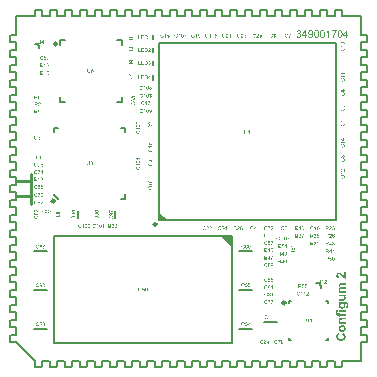
<source format=gto>
G04 Layer_Color=8454143*
%FSLAX44Y44*%
%MOMM*%
G71*
G01*
G75*
%ADD33C,0.2000*%
%ADD35C,0.1500*%
%ADD37C,0.2500*%
G36*
X233441Y273916D02*
X233561Y273898D01*
X233709Y273870D01*
X233876Y273824D01*
X234042Y273769D01*
X234209Y273695D01*
X234218D01*
X234227Y273685D01*
X234283Y273658D01*
X234366Y273602D01*
X234458Y273537D01*
X234569Y273445D01*
X234680Y273343D01*
X234791Y273223D01*
X234883Y273084D01*
X234893Y273066D01*
X234921Y273020D01*
X234958Y272936D01*
X235004Y272835D01*
X235050Y272715D01*
X235087Y272576D01*
X235115Y272419D01*
X235124Y272262D01*
Y272243D01*
Y272188D01*
X235115Y272114D01*
X235096Y272012D01*
X235068Y271892D01*
X235022Y271762D01*
X234967Y271633D01*
X234893Y271503D01*
X234883Y271485D01*
X234856Y271448D01*
X234800Y271383D01*
X234726Y271309D01*
X234634Y271226D01*
X234523Y271133D01*
X234394Y271050D01*
X234236Y270967D01*
X234246D01*
X234264Y270958D01*
X234292Y270949D01*
X234329Y270939D01*
X234431Y270902D01*
X234560Y270847D01*
X234708Y270773D01*
X234856Y270681D01*
X234995Y270560D01*
X235124Y270422D01*
X235133Y270403D01*
X235170Y270348D01*
X235226Y270255D01*
X235281Y270135D01*
X235337Y269987D01*
X235392Y269811D01*
X235429Y269608D01*
X235438Y269386D01*
Y269377D01*
Y269349D01*
Y269303D01*
X235429Y269247D01*
X235420Y269174D01*
X235401Y269090D01*
X235383Y268998D01*
X235364Y268896D01*
X235290Y268674D01*
X235235Y268554D01*
X235179Y268443D01*
X235105Y268323D01*
X235022Y268203D01*
X234930Y268083D01*
X234819Y267971D01*
X234810Y267962D01*
X234791Y267944D01*
X234754Y267916D01*
X234708Y267879D01*
X234652Y267833D01*
X234578Y267787D01*
X234495Y267731D01*
X234394Y267685D01*
X234292Y267629D01*
X234172Y267574D01*
X234051Y267528D01*
X233913Y267481D01*
X233765Y267444D01*
X233608Y267417D01*
X233451Y267398D01*
X233275Y267389D01*
X233192D01*
X233136Y267398D01*
X233062Y267407D01*
X232979Y267417D01*
X232887Y267435D01*
X232785Y267454D01*
X232563Y267509D01*
X232332Y267602D01*
X232211Y267657D01*
X232101Y267722D01*
X231990Y267805D01*
X231879Y267888D01*
X231870Y267898D01*
X231851Y267916D01*
X231823Y267944D01*
X231796Y267981D01*
X231749Y268027D01*
X231703Y268092D01*
X231648Y268156D01*
X231592Y268240D01*
X231537Y268332D01*
X231481Y268425D01*
X231379Y268647D01*
X231296Y268905D01*
X231269Y269044D01*
X231250Y269192D01*
X232036Y269294D01*
Y269284D01*
X232045Y269266D01*
X232054Y269229D01*
X232064Y269183D01*
X232073Y269127D01*
X232091Y269062D01*
X232138Y268924D01*
X232202Y268757D01*
X232285Y268600D01*
X232378Y268452D01*
X232489Y268323D01*
X232507Y268314D01*
X232544Y268277D01*
X232618Y268230D01*
X232711Y268184D01*
X232822Y268129D01*
X232960Y268083D01*
X233118Y268046D01*
X233284Y268036D01*
X233340D01*
X233377Y268046D01*
X233478Y268055D01*
X233608Y268083D01*
X233756Y268129D01*
X233913Y268193D01*
X234070Y268286D01*
X234218Y268415D01*
X234236Y268434D01*
X234283Y268489D01*
X234338Y268573D01*
X234412Y268683D01*
X234486Y268822D01*
X234541Y268979D01*
X234588Y269164D01*
X234606Y269368D01*
Y269377D01*
Y269395D01*
Y269423D01*
X234597Y269460D01*
X234588Y269562D01*
X234560Y269682D01*
X234523Y269830D01*
X234458Y269978D01*
X234366Y270126D01*
X234246Y270264D01*
X234227Y270283D01*
X234181Y270320D01*
X234107Y270375D01*
X234005Y270440D01*
X233876Y270505D01*
X233719Y270560D01*
X233543Y270597D01*
X233349Y270616D01*
X233265D01*
X233201Y270606D01*
X233118Y270597D01*
X233025Y270579D01*
X232914Y270560D01*
X232794Y270533D01*
X232887Y271226D01*
X232933D01*
X232970Y271217D01*
X233090D01*
X233192Y271235D01*
X233312Y271254D01*
X233451Y271281D01*
X233608Y271328D01*
X233756Y271392D01*
X233913Y271476D01*
X233922D01*
X233931Y271485D01*
X233978Y271522D01*
X234042Y271587D01*
X234116Y271670D01*
X234190Y271790D01*
X234255Y271929D01*
X234301Y272086D01*
X234319Y272178D01*
Y272280D01*
Y272289D01*
Y272299D01*
Y272354D01*
X234301Y272428D01*
X234283Y272530D01*
X234246Y272641D01*
X234199Y272761D01*
X234125Y272881D01*
X234024Y272992D01*
X234014Y273001D01*
X233968Y273038D01*
X233904Y273084D01*
X233820Y273140D01*
X233709Y273186D01*
X233580Y273232D01*
X233432Y273269D01*
X233265Y273279D01*
X233192D01*
X233108Y273260D01*
X232997Y273242D01*
X232877Y273204D01*
X232757Y273158D01*
X232628Y273084D01*
X232507Y272992D01*
X232498Y272983D01*
X232461Y272936D01*
X232406Y272872D01*
X232341Y272779D01*
X232276Y272659D01*
X232211Y272511D01*
X232156Y272335D01*
X232119Y272132D01*
X231333Y272271D01*
Y272280D01*
X231343Y272308D01*
X231352Y272345D01*
X231361Y272400D01*
X231379Y272465D01*
X231407Y272539D01*
X231463Y272715D01*
X231555Y272918D01*
X231666Y273121D01*
X231805Y273316D01*
X231980Y273491D01*
X231990Y273500D01*
X232008Y273510D01*
X232036Y273528D01*
X232073Y273556D01*
X232119Y273593D01*
X232184Y273630D01*
X232248Y273667D01*
X232332Y273713D01*
X232517Y273787D01*
X232729Y273861D01*
X232979Y273907D01*
X233108Y273926D01*
X233340D01*
X233441Y273916D01*
D02*
G37*
G36*
X222984Y270900D02*
X223025Y270895D01*
X223076Y270891D01*
X223127Y270886D01*
X223187Y270872D01*
X223312Y270844D01*
X223451Y270803D01*
X223520Y270775D01*
X223585Y270743D01*
X223649Y270701D01*
X223714Y270659D01*
X223719Y270655D01*
X223728Y270650D01*
X223746Y270636D01*
X223769Y270613D01*
X223793Y270590D01*
X223825Y270558D01*
X223857Y270521D01*
X223894Y270484D01*
X223931Y270438D01*
X223968Y270382D01*
X224010Y270327D01*
X224047Y270266D01*
X224079Y270197D01*
X224116Y270128D01*
X224144Y270054D01*
X224172Y269971D01*
X223756Y269874D01*
Y269878D01*
X223751Y269887D01*
X223742Y269906D01*
X223732Y269929D01*
X223723Y269957D01*
X223709Y269994D01*
X223672Y270068D01*
X223626Y270151D01*
X223571Y270234D01*
X223501Y270313D01*
X223427Y270382D01*
X223418Y270391D01*
X223390Y270410D01*
X223344Y270433D01*
X223284Y270465D01*
X223206Y270493D01*
X223118Y270521D01*
X223011Y270539D01*
X222896Y270544D01*
X222859D01*
X222836Y270539D01*
X222803D01*
X222766Y270535D01*
X222679Y270521D01*
X222581Y270502D01*
X222480Y270470D01*
X222373Y270424D01*
X222276Y270364D01*
X222272D01*
X222267Y270354D01*
X222235Y270331D01*
X222193Y270294D01*
X222142Y270239D01*
X222082Y270169D01*
X222027Y270091D01*
X221976Y269994D01*
X221930Y269887D01*
Y269883D01*
X221925Y269874D01*
X221920Y269860D01*
X221916Y269837D01*
X221907Y269809D01*
X221897Y269776D01*
X221883Y269698D01*
X221865Y269605D01*
X221846Y269504D01*
X221837Y269393D01*
X221833Y269273D01*
Y269268D01*
Y269254D01*
Y269231D01*
Y269203D01*
X221837Y269171D01*
Y269129D01*
X221842Y269083D01*
X221846Y269032D01*
X221860Y268921D01*
X221883Y268801D01*
X221911Y268681D01*
X221948Y268561D01*
Y268556D01*
X221953Y268547D01*
X221962Y268533D01*
X221971Y268510D01*
X221999Y268454D01*
X222041Y268390D01*
X222091Y268316D01*
X222156Y268237D01*
X222230Y268168D01*
X222318Y268103D01*
X222323D01*
X222332Y268098D01*
X222346Y268089D01*
X222364Y268080D01*
X222387Y268071D01*
X222415Y268057D01*
X222480Y268029D01*
X222563Y268001D01*
X222655Y267978D01*
X222757Y267960D01*
X222863Y267955D01*
X222896D01*
X222924Y267960D01*
X222956D01*
X222988Y267964D01*
X223071Y267983D01*
X223169Y268006D01*
X223266Y268043D01*
X223367Y268094D01*
X223418Y268121D01*
X223464Y268158D01*
X223469Y268163D01*
X223474Y268168D01*
X223487Y268182D01*
X223506Y268195D01*
X223524Y268219D01*
X223548Y268246D01*
X223575Y268274D01*
X223598Y268311D01*
X223626Y268353D01*
X223659Y268399D01*
X223686Y268445D01*
X223714Y268501D01*
X223737Y268561D01*
X223760Y268625D01*
X223783Y268695D01*
X223802Y268769D01*
X224227Y268662D01*
Y268658D01*
X224223Y268639D01*
X224213Y268612D01*
X224199Y268575D01*
X224186Y268533D01*
X224167Y268482D01*
X224144Y268427D01*
X224116Y268367D01*
X224051Y268237D01*
X223968Y268108D01*
X223917Y268043D01*
X223867Y267978D01*
X223811Y267923D01*
X223746Y267867D01*
X223742Y267863D01*
X223732Y267853D01*
X223709Y267844D01*
X223686Y267826D01*
X223649Y267803D01*
X223612Y267779D01*
X223561Y267756D01*
X223511Y267733D01*
X223451Y267705D01*
X223386Y267682D01*
X223316Y267659D01*
X223242Y267636D01*
X223164Y267618D01*
X223081Y267608D01*
X222993Y267599D01*
X222900Y267595D01*
X222850D01*
X222813Y267599D01*
X222771D01*
X222720Y267604D01*
X222665Y267613D01*
X222600Y267622D01*
X222466Y267645D01*
X222327Y267682D01*
X222188Y267733D01*
X222124Y267766D01*
X222059Y267803D01*
X222054Y267807D01*
X222045Y267812D01*
X222027Y267826D01*
X222008Y267844D01*
X221980Y267863D01*
X221948Y267890D01*
X221911Y267923D01*
X221874Y267960D01*
X221837Y268001D01*
X221796Y268043D01*
X221712Y268149D01*
X221634Y268274D01*
X221564Y268413D01*
Y268417D01*
X221555Y268431D01*
X221551Y268454D01*
X221537Y268482D01*
X221527Y268519D01*
X221514Y268565D01*
X221495Y268616D01*
X221481Y268672D01*
X221467Y268732D01*
X221449Y268801D01*
X221426Y268944D01*
X221407Y269106D01*
X221398Y269273D01*
Y269277D01*
Y269296D01*
Y269323D01*
X221403Y269356D01*
Y269402D01*
X221407Y269448D01*
X221412Y269508D01*
X221421Y269568D01*
X221444Y269702D01*
X221477Y269850D01*
X221523Y269998D01*
X221588Y270142D01*
X221592Y270146D01*
X221597Y270160D01*
X221606Y270179D01*
X221625Y270202D01*
X221643Y270234D01*
X221666Y270271D01*
X221726Y270354D01*
X221805Y270447D01*
X221897Y270539D01*
X222004Y270632D01*
X222128Y270710D01*
X222133Y270715D01*
X222147Y270720D01*
X222165Y270729D01*
X222188Y270743D01*
X222225Y270756D01*
X222262Y270770D01*
X222309Y270789D01*
X222360Y270807D01*
X222415Y270826D01*
X222475Y270844D01*
X222605Y270872D01*
X222752Y270895D01*
X222905Y270904D01*
X222951D01*
X222984Y270900D01*
D02*
G37*
G36*
X210030D02*
X210071Y270895D01*
X210122Y270891D01*
X210173Y270886D01*
X210233Y270872D01*
X210358Y270844D01*
X210497Y270803D01*
X210566Y270775D01*
X210631Y270743D01*
X210695Y270701D01*
X210760Y270659D01*
X210765Y270655D01*
X210774Y270650D01*
X210792Y270636D01*
X210816Y270613D01*
X210839Y270590D01*
X210871Y270558D01*
X210903Y270521D01*
X210940Y270484D01*
X210977Y270438D01*
X211014Y270382D01*
X211056Y270327D01*
X211093Y270266D01*
X211125Y270197D01*
X211162Y270128D01*
X211190Y270054D01*
X211218Y269971D01*
X210802Y269874D01*
Y269878D01*
X210797Y269887D01*
X210788Y269906D01*
X210779Y269929D01*
X210769Y269957D01*
X210755Y269994D01*
X210718Y270068D01*
X210672Y270151D01*
X210617Y270234D01*
X210547Y270313D01*
X210473Y270382D01*
X210464Y270391D01*
X210436Y270410D01*
X210390Y270433D01*
X210330Y270465D01*
X210252Y270493D01*
X210164Y270521D01*
X210057Y270539D01*
X209942Y270544D01*
X209905D01*
X209882Y270539D01*
X209849D01*
X209812Y270535D01*
X209725Y270521D01*
X209627Y270502D01*
X209526Y270470D01*
X209419Y270424D01*
X209322Y270364D01*
X209318D01*
X209313Y270354D01*
X209281Y270331D01*
X209239Y270294D01*
X209188Y270239D01*
X209128Y270169D01*
X209073Y270091D01*
X209022Y269994D01*
X208976Y269887D01*
Y269883D01*
X208971Y269874D01*
X208966Y269860D01*
X208962Y269837D01*
X208953Y269809D01*
X208943Y269776D01*
X208929Y269698D01*
X208911Y269605D01*
X208892Y269504D01*
X208883Y269393D01*
X208879Y269273D01*
Y269268D01*
Y269254D01*
Y269231D01*
Y269203D01*
X208883Y269171D01*
Y269129D01*
X208888Y269083D01*
X208892Y269032D01*
X208906Y268921D01*
X208929Y268801D01*
X208957Y268681D01*
X208994Y268561D01*
Y268556D01*
X208999Y268547D01*
X209008Y268533D01*
X209017Y268510D01*
X209045Y268454D01*
X209087Y268390D01*
X209137Y268316D01*
X209202Y268237D01*
X209276Y268168D01*
X209364Y268103D01*
X209369D01*
X209378Y268098D01*
X209392Y268089D01*
X209410Y268080D01*
X209433Y268071D01*
X209461Y268057D01*
X209526Y268029D01*
X209609Y268001D01*
X209701Y267978D01*
X209803Y267960D01*
X209909Y267955D01*
X209942D01*
X209970Y267960D01*
X210002D01*
X210034Y267964D01*
X210117Y267983D01*
X210215Y268006D01*
X210312Y268043D01*
X210413Y268094D01*
X210464Y268121D01*
X210510Y268158D01*
X210515Y268163D01*
X210520Y268168D01*
X210534Y268182D01*
X210552Y268195D01*
X210571Y268219D01*
X210594Y268246D01*
X210621Y268274D01*
X210644Y268311D01*
X210672Y268353D01*
X210705Y268399D01*
X210732Y268445D01*
X210760Y268501D01*
X210783Y268561D01*
X210806Y268625D01*
X210829Y268695D01*
X210848Y268769D01*
X211273Y268662D01*
Y268658D01*
X211269Y268639D01*
X211259Y268612D01*
X211245Y268575D01*
X211232Y268533D01*
X211213Y268482D01*
X211190Y268427D01*
X211162Y268367D01*
X211098Y268237D01*
X211014Y268108D01*
X210963Y268043D01*
X210913Y267978D01*
X210857Y267923D01*
X210792Y267867D01*
X210788Y267863D01*
X210779Y267853D01*
X210755Y267844D01*
X210732Y267826D01*
X210695Y267803D01*
X210658Y267779D01*
X210607Y267756D01*
X210557Y267733D01*
X210497Y267705D01*
X210432Y267682D01*
X210362Y267659D01*
X210289Y267636D01*
X210210Y267618D01*
X210127Y267608D01*
X210039Y267599D01*
X209946Y267595D01*
X209896D01*
X209859Y267599D01*
X209817D01*
X209766Y267604D01*
X209711Y267613D01*
X209646Y267622D01*
X209512Y267645D01*
X209373Y267682D01*
X209235Y267733D01*
X209170Y267766D01*
X209105Y267803D01*
X209100Y267807D01*
X209091Y267812D01*
X209073Y267826D01*
X209054Y267844D01*
X209027Y267863D01*
X208994Y267890D01*
X208957Y267923D01*
X208920Y267960D01*
X208883Y268001D01*
X208842Y268043D01*
X208758Y268149D01*
X208680Y268274D01*
X208610Y268413D01*
Y268417D01*
X208601Y268431D01*
X208597Y268454D01*
X208583Y268482D01*
X208573Y268519D01*
X208560Y268565D01*
X208541Y268616D01*
X208527Y268672D01*
X208513Y268732D01*
X208495Y268801D01*
X208472Y268944D01*
X208453Y269106D01*
X208444Y269273D01*
Y269277D01*
Y269296D01*
Y269323D01*
X208449Y269356D01*
Y269402D01*
X208453Y269448D01*
X208458Y269508D01*
X208467Y269568D01*
X208490Y269702D01*
X208523Y269850D01*
X208569Y269998D01*
X208633Y270142D01*
X208638Y270146D01*
X208643Y270160D01*
X208652Y270179D01*
X208671Y270202D01*
X208689Y270234D01*
X208712Y270271D01*
X208772Y270354D01*
X208851Y270447D01*
X208943Y270539D01*
X209050Y270632D01*
X209174Y270710D01*
X209179Y270715D01*
X209193Y270720D01*
X209211Y270729D01*
X209235Y270743D01*
X209272Y270756D01*
X209308Y270770D01*
X209355Y270789D01*
X209406Y270807D01*
X209461Y270826D01*
X209521Y270844D01*
X209651Y270872D01*
X209799Y270895D01*
X209951Y270904D01*
X209997D01*
X210030Y270900D01*
D02*
G37*
G36*
X195806D02*
X195847Y270895D01*
X195898Y270891D01*
X195949Y270886D01*
X196009Y270872D01*
X196134Y270844D01*
X196273Y270803D01*
X196342Y270775D01*
X196407Y270743D01*
X196471Y270701D01*
X196536Y270659D01*
X196541Y270655D01*
X196550Y270650D01*
X196568Y270636D01*
X196591Y270613D01*
X196615Y270590D01*
X196647Y270558D01*
X196679Y270521D01*
X196716Y270484D01*
X196753Y270438D01*
X196790Y270382D01*
X196832Y270327D01*
X196869Y270266D01*
X196901Y270197D01*
X196938Y270128D01*
X196966Y270054D01*
X196994Y269971D01*
X196578Y269874D01*
Y269878D01*
X196573Y269887D01*
X196564Y269906D01*
X196555Y269929D01*
X196545Y269957D01*
X196531Y269994D01*
X196494Y270068D01*
X196448Y270151D01*
X196393Y270234D01*
X196323Y270313D01*
X196249Y270382D01*
X196240Y270391D01*
X196212Y270410D01*
X196166Y270433D01*
X196106Y270465D01*
X196028Y270493D01*
X195940Y270521D01*
X195833Y270539D01*
X195718Y270544D01*
X195681D01*
X195658Y270539D01*
X195625D01*
X195588Y270535D01*
X195501Y270521D01*
X195403Y270502D01*
X195302Y270470D01*
X195195Y270424D01*
X195098Y270364D01*
X195094D01*
X195089Y270354D01*
X195057Y270331D01*
X195015Y270294D01*
X194964Y270239D01*
X194904Y270169D01*
X194849Y270091D01*
X194798Y269994D01*
X194752Y269887D01*
Y269883D01*
X194747Y269874D01*
X194742Y269860D01*
X194738Y269837D01*
X194729Y269809D01*
X194719Y269776D01*
X194705Y269698D01*
X194687Y269605D01*
X194668Y269504D01*
X194659Y269393D01*
X194655Y269273D01*
Y269268D01*
Y269254D01*
Y269231D01*
Y269203D01*
X194659Y269171D01*
Y269129D01*
X194664Y269083D01*
X194668Y269032D01*
X194682Y268921D01*
X194705Y268801D01*
X194733Y268681D01*
X194770Y268561D01*
Y268556D01*
X194775Y268547D01*
X194784Y268533D01*
X194793Y268510D01*
X194821Y268454D01*
X194863Y268390D01*
X194913Y268316D01*
X194978Y268237D01*
X195052Y268168D01*
X195140Y268103D01*
X195145D01*
X195154Y268098D01*
X195168Y268089D01*
X195186Y268080D01*
X195209Y268071D01*
X195237Y268057D01*
X195302Y268029D01*
X195385Y268001D01*
X195477Y267978D01*
X195579Y267960D01*
X195685Y267955D01*
X195718D01*
X195746Y267960D01*
X195778D01*
X195810Y267964D01*
X195893Y267983D01*
X195991Y268006D01*
X196088Y268043D01*
X196189Y268094D01*
X196240Y268121D01*
X196286Y268158D01*
X196291Y268163D01*
X196296Y268168D01*
X196310Y268182D01*
X196328Y268195D01*
X196346Y268219D01*
X196370Y268246D01*
X196397Y268274D01*
X196420Y268311D01*
X196448Y268353D01*
X196481Y268399D01*
X196508Y268445D01*
X196536Y268501D01*
X196559Y268561D01*
X196582Y268625D01*
X196605Y268695D01*
X196624Y268769D01*
X197049Y268662D01*
Y268658D01*
X197045Y268639D01*
X197035Y268612D01*
X197021Y268575D01*
X197008Y268533D01*
X196989Y268482D01*
X196966Y268427D01*
X196938Y268367D01*
X196873Y268237D01*
X196790Y268108D01*
X196739Y268043D01*
X196689Y267978D01*
X196633Y267923D01*
X196568Y267867D01*
X196564Y267863D01*
X196555Y267853D01*
X196531Y267844D01*
X196508Y267826D01*
X196471Y267803D01*
X196434Y267779D01*
X196383Y267756D01*
X196333Y267733D01*
X196273Y267705D01*
X196208Y267682D01*
X196138Y267659D01*
X196064Y267636D01*
X195986Y267618D01*
X195903Y267608D01*
X195815Y267599D01*
X195722Y267595D01*
X195672D01*
X195635Y267599D01*
X195593D01*
X195542Y267604D01*
X195487Y267613D01*
X195422Y267622D01*
X195288Y267645D01*
X195149Y267682D01*
X195011Y267733D01*
X194946Y267766D01*
X194881Y267803D01*
X194876Y267807D01*
X194867Y267812D01*
X194849Y267826D01*
X194830Y267844D01*
X194802Y267863D01*
X194770Y267890D01*
X194733Y267923D01*
X194696Y267960D01*
X194659Y268001D01*
X194618Y268043D01*
X194534Y268149D01*
X194456Y268274D01*
X194386Y268413D01*
Y268417D01*
X194377Y268431D01*
X194373Y268454D01*
X194359Y268482D01*
X194349Y268519D01*
X194336Y268565D01*
X194317Y268616D01*
X194303Y268672D01*
X194289Y268732D01*
X194271Y268801D01*
X194248Y268944D01*
X194229Y269106D01*
X194220Y269273D01*
Y269277D01*
Y269296D01*
Y269323D01*
X194225Y269356D01*
Y269402D01*
X194229Y269448D01*
X194234Y269508D01*
X194243Y269568D01*
X194266Y269702D01*
X194299Y269850D01*
X194345Y269998D01*
X194410Y270142D01*
X194414Y270146D01*
X194419Y270160D01*
X194428Y270179D01*
X194447Y270202D01*
X194465Y270234D01*
X194488Y270271D01*
X194548Y270354D01*
X194627Y270447D01*
X194719Y270539D01*
X194826Y270632D01*
X194950Y270710D01*
X194955Y270715D01*
X194969Y270720D01*
X194987Y270729D01*
X195011Y270743D01*
X195047Y270756D01*
X195084Y270770D01*
X195131Y270789D01*
X195182Y270807D01*
X195237Y270826D01*
X195297Y270844D01*
X195427Y270872D01*
X195574Y270895D01*
X195727Y270904D01*
X195773D01*
X195806Y270900D01*
D02*
G37*
G36*
X182598D02*
X182639Y270895D01*
X182690Y270891D01*
X182741Y270886D01*
X182801Y270872D01*
X182926Y270844D01*
X183064Y270803D01*
X183134Y270775D01*
X183199Y270743D01*
X183263Y270701D01*
X183328Y270659D01*
X183333Y270655D01*
X183342Y270650D01*
X183360Y270636D01*
X183384Y270613D01*
X183407Y270590D01*
X183439Y270558D01*
X183471Y270521D01*
X183508Y270484D01*
X183545Y270438D01*
X183582Y270382D01*
X183624Y270327D01*
X183661Y270266D01*
X183693Y270197D01*
X183730Y270128D01*
X183758Y270054D01*
X183786Y269971D01*
X183370Y269874D01*
Y269878D01*
X183365Y269887D01*
X183356Y269906D01*
X183347Y269929D01*
X183337Y269957D01*
X183323Y269994D01*
X183286Y270068D01*
X183240Y270151D01*
X183185Y270234D01*
X183115Y270313D01*
X183041Y270382D01*
X183032Y270391D01*
X183004Y270410D01*
X182958Y270433D01*
X182898Y270465D01*
X182819Y270493D01*
X182732Y270521D01*
X182625Y270539D01*
X182510Y270544D01*
X182473D01*
X182450Y270539D01*
X182417D01*
X182380Y270535D01*
X182292Y270521D01*
X182195Y270502D01*
X182094Y270470D01*
X181987Y270424D01*
X181890Y270364D01*
X181886D01*
X181881Y270354D01*
X181849Y270331D01*
X181807Y270294D01*
X181756Y270239D01*
X181696Y270169D01*
X181641Y270091D01*
X181590Y269994D01*
X181544Y269887D01*
Y269883D01*
X181539Y269874D01*
X181534Y269860D01*
X181530Y269837D01*
X181521Y269809D01*
X181511Y269776D01*
X181497Y269698D01*
X181479Y269605D01*
X181460Y269504D01*
X181451Y269393D01*
X181447Y269273D01*
Y269268D01*
Y269254D01*
Y269231D01*
Y269203D01*
X181451Y269171D01*
Y269129D01*
X181456Y269083D01*
X181460Y269032D01*
X181474Y268921D01*
X181497Y268801D01*
X181525Y268681D01*
X181562Y268561D01*
Y268556D01*
X181567Y268547D01*
X181576Y268533D01*
X181585Y268510D01*
X181613Y268454D01*
X181655Y268390D01*
X181705Y268316D01*
X181770Y268237D01*
X181844Y268168D01*
X181932Y268103D01*
X181937D01*
X181946Y268098D01*
X181960Y268089D01*
X181978Y268080D01*
X182001Y268071D01*
X182029Y268057D01*
X182094Y268029D01*
X182177Y268001D01*
X182269Y267978D01*
X182371Y267960D01*
X182477Y267955D01*
X182510D01*
X182537Y267960D01*
X182570D01*
X182602Y267964D01*
X182686Y267983D01*
X182782Y268006D01*
X182880Y268043D01*
X182981Y268094D01*
X183032Y268121D01*
X183078Y268158D01*
X183083Y268163D01*
X183088Y268168D01*
X183102Y268182D01*
X183120Y268195D01*
X183139Y268219D01*
X183162Y268246D01*
X183189Y268274D01*
X183213Y268311D01*
X183240Y268353D01*
X183273Y268399D01*
X183300Y268445D01*
X183328Y268501D01*
X183351Y268561D01*
X183374Y268625D01*
X183397Y268695D01*
X183416Y268769D01*
X183841Y268662D01*
Y268658D01*
X183836Y268639D01*
X183827Y268612D01*
X183813Y268575D01*
X183800Y268533D01*
X183781Y268482D01*
X183758Y268427D01*
X183730Y268367D01*
X183666Y268237D01*
X183582Y268108D01*
X183531Y268043D01*
X183481Y267978D01*
X183425Y267923D01*
X183360Y267867D01*
X183356Y267863D01*
X183347Y267853D01*
X183323Y267844D01*
X183300Y267826D01*
X183263Y267803D01*
X183226Y267779D01*
X183176Y267756D01*
X183125Y267733D01*
X183064Y267705D01*
X183000Y267682D01*
X182931Y267659D01*
X182857Y267636D01*
X182778Y267618D01*
X182695Y267608D01*
X182607Y267599D01*
X182514Y267595D01*
X182464D01*
X182427Y267599D01*
X182385D01*
X182334Y267604D01*
X182279Y267613D01*
X182214Y267622D01*
X182080Y267645D01*
X181941Y267682D01*
X181803Y267733D01*
X181738Y267766D01*
X181673Y267803D01*
X181668Y267807D01*
X181659Y267812D01*
X181641Y267826D01*
X181622Y267844D01*
X181595Y267863D01*
X181562Y267890D01*
X181525Y267923D01*
X181488Y267960D01*
X181451Y268001D01*
X181410Y268043D01*
X181326Y268149D01*
X181248Y268274D01*
X181178Y268413D01*
Y268417D01*
X181169Y268431D01*
X181165Y268454D01*
X181151Y268482D01*
X181141Y268519D01*
X181128Y268565D01*
X181109Y268616D01*
X181095Y268672D01*
X181081Y268732D01*
X181063Y268801D01*
X181040Y268944D01*
X181021Y269106D01*
X181012Y269273D01*
Y269277D01*
Y269296D01*
Y269323D01*
X181017Y269356D01*
Y269402D01*
X181021Y269448D01*
X181026Y269508D01*
X181035Y269568D01*
X181058Y269702D01*
X181091Y269850D01*
X181137Y269998D01*
X181201Y270142D01*
X181206Y270146D01*
X181211Y270160D01*
X181220Y270179D01*
X181238Y270202D01*
X181257Y270234D01*
X181280Y270271D01*
X181340Y270354D01*
X181419Y270447D01*
X181511Y270539D01*
X181618Y270632D01*
X181742Y270710D01*
X181747Y270715D01*
X181761Y270720D01*
X181779Y270729D01*
X181803Y270743D01*
X181840Y270756D01*
X181877Y270770D01*
X181923Y270789D01*
X181974Y270807D01*
X182029Y270826D01*
X182089Y270844D01*
X182219Y270872D01*
X182367Y270895D01*
X182519Y270904D01*
X182565D01*
X182598Y270900D01*
D02*
G37*
G36*
X169898D02*
X169939Y270895D01*
X169990Y270891D01*
X170041Y270886D01*
X170101Y270872D01*
X170226Y270844D01*
X170364Y270803D01*
X170434Y270775D01*
X170499Y270743D01*
X170563Y270701D01*
X170628Y270659D01*
X170633Y270655D01*
X170642Y270650D01*
X170660Y270636D01*
X170683Y270613D01*
X170707Y270590D01*
X170739Y270558D01*
X170771Y270521D01*
X170808Y270484D01*
X170845Y270438D01*
X170882Y270382D01*
X170924Y270327D01*
X170961Y270266D01*
X170993Y270197D01*
X171030Y270128D01*
X171058Y270054D01*
X171086Y269971D01*
X170670Y269874D01*
Y269878D01*
X170665Y269887D01*
X170656Y269906D01*
X170646Y269929D01*
X170637Y269957D01*
X170623Y269994D01*
X170586Y270068D01*
X170540Y270151D01*
X170485Y270234D01*
X170415Y270313D01*
X170341Y270382D01*
X170332Y270391D01*
X170304Y270410D01*
X170258Y270433D01*
X170198Y270465D01*
X170119Y270493D01*
X170032Y270521D01*
X169925Y270539D01*
X169810Y270544D01*
X169773D01*
X169750Y270539D01*
X169717D01*
X169680Y270535D01*
X169592Y270521D01*
X169495Y270502D01*
X169394Y270470D01*
X169287Y270424D01*
X169190Y270364D01*
X169186D01*
X169181Y270354D01*
X169149Y270331D01*
X169107Y270294D01*
X169056Y270239D01*
X168996Y270169D01*
X168941Y270091D01*
X168890Y269994D01*
X168844Y269887D01*
Y269883D01*
X168839Y269874D01*
X168834Y269860D01*
X168830Y269837D01*
X168820Y269809D01*
X168811Y269776D01*
X168797Y269698D01*
X168779Y269605D01*
X168760Y269504D01*
X168751Y269393D01*
X168747Y269273D01*
Y269268D01*
Y269254D01*
Y269231D01*
Y269203D01*
X168751Y269171D01*
Y269129D01*
X168756Y269083D01*
X168760Y269032D01*
X168774Y268921D01*
X168797Y268801D01*
X168825Y268681D01*
X168862Y268561D01*
Y268556D01*
X168867Y268547D01*
X168876Y268533D01*
X168885Y268510D01*
X168913Y268454D01*
X168955Y268390D01*
X169005Y268316D01*
X169070Y268237D01*
X169144Y268168D01*
X169232Y268103D01*
X169237D01*
X169246Y268098D01*
X169260Y268089D01*
X169278Y268080D01*
X169301Y268071D01*
X169329Y268057D01*
X169394Y268029D01*
X169477Y268001D01*
X169569Y267978D01*
X169671Y267960D01*
X169777Y267955D01*
X169810D01*
X169837Y267960D01*
X169870D01*
X169902Y267964D01*
X169986Y267983D01*
X170082Y268006D01*
X170180Y268043D01*
X170281Y268094D01*
X170332Y268121D01*
X170378Y268158D01*
X170383Y268163D01*
X170388Y268168D01*
X170401Y268182D01*
X170420Y268195D01*
X170438Y268219D01*
X170462Y268246D01*
X170489Y268274D01*
X170513Y268311D01*
X170540Y268353D01*
X170573Y268399D01*
X170600Y268445D01*
X170628Y268501D01*
X170651Y268561D01*
X170674Y268625D01*
X170697Y268695D01*
X170716Y268769D01*
X171141Y268662D01*
Y268658D01*
X171136Y268639D01*
X171127Y268612D01*
X171113Y268575D01*
X171100Y268533D01*
X171081Y268482D01*
X171058Y268427D01*
X171030Y268367D01*
X170965Y268237D01*
X170882Y268108D01*
X170831Y268043D01*
X170781Y267978D01*
X170725Y267923D01*
X170660Y267867D01*
X170656Y267863D01*
X170646Y267853D01*
X170623Y267844D01*
X170600Y267826D01*
X170563Y267803D01*
X170526Y267779D01*
X170476Y267756D01*
X170425Y267733D01*
X170364Y267705D01*
X170300Y267682D01*
X170231Y267659D01*
X170156Y267636D01*
X170078Y267618D01*
X169995Y267608D01*
X169907Y267599D01*
X169814Y267595D01*
X169764D01*
X169727Y267599D01*
X169685D01*
X169634Y267604D01*
X169579Y267613D01*
X169514Y267622D01*
X169380Y267645D01*
X169241Y267682D01*
X169102Y267733D01*
X169038Y267766D01*
X168973Y267803D01*
X168968Y267807D01*
X168959Y267812D01*
X168941Y267826D01*
X168922Y267844D01*
X168895Y267863D01*
X168862Y267890D01*
X168825Y267923D01*
X168788Y267960D01*
X168751Y268001D01*
X168710Y268043D01*
X168626Y268149D01*
X168548Y268274D01*
X168478Y268413D01*
Y268417D01*
X168469Y268431D01*
X168465Y268454D01*
X168451Y268482D01*
X168441Y268519D01*
X168428Y268565D01*
X168409Y268616D01*
X168395Y268672D01*
X168381Y268732D01*
X168363Y268801D01*
X168340Y268944D01*
X168321Y269106D01*
X168312Y269273D01*
Y269277D01*
Y269296D01*
Y269323D01*
X168317Y269356D01*
Y269402D01*
X168321Y269448D01*
X168326Y269508D01*
X168335Y269568D01*
X168358Y269702D01*
X168391Y269850D01*
X168437Y269998D01*
X168501Y270142D01*
X168506Y270146D01*
X168511Y270160D01*
X168520Y270179D01*
X168538Y270202D01*
X168557Y270234D01*
X168580Y270271D01*
X168640Y270354D01*
X168719Y270447D01*
X168811Y270539D01*
X168918Y270632D01*
X169042Y270710D01*
X169047Y270715D01*
X169061Y270720D01*
X169079Y270729D01*
X169102Y270743D01*
X169139Y270756D01*
X169177Y270770D01*
X169223Y270789D01*
X169274Y270807D01*
X169329Y270826D01*
X169389Y270844D01*
X169519Y270872D01*
X169667Y270895D01*
X169819Y270904D01*
X169865D01*
X169898Y270900D01*
D02*
G37*
G36*
X155420D02*
X155461Y270895D01*
X155512Y270891D01*
X155563Y270886D01*
X155623Y270872D01*
X155748Y270844D01*
X155886Y270803D01*
X155956Y270775D01*
X156021Y270743D01*
X156085Y270701D01*
X156150Y270659D01*
X156155Y270655D01*
X156164Y270650D01*
X156182Y270636D01*
X156206Y270613D01*
X156229Y270590D01*
X156261Y270558D01*
X156293Y270521D01*
X156330Y270484D01*
X156367Y270438D01*
X156404Y270382D01*
X156446Y270327D01*
X156483Y270266D01*
X156515Y270197D01*
X156552Y270128D01*
X156580Y270054D01*
X156608Y269971D01*
X156192Y269874D01*
Y269878D01*
X156187Y269887D01*
X156178Y269906D01*
X156168Y269929D01*
X156159Y269957D01*
X156145Y269994D01*
X156108Y270068D01*
X156062Y270151D01*
X156007Y270234D01*
X155937Y270313D01*
X155863Y270382D01*
X155854Y270391D01*
X155826Y270410D01*
X155780Y270433D01*
X155720Y270465D01*
X155641Y270493D01*
X155554Y270521D01*
X155447Y270539D01*
X155332Y270544D01*
X155295D01*
X155272Y270539D01*
X155239D01*
X155202Y270535D01*
X155114Y270521D01*
X155017Y270502D01*
X154916Y270470D01*
X154809Y270424D01*
X154712Y270364D01*
X154708D01*
X154703Y270354D01*
X154671Y270331D01*
X154629Y270294D01*
X154578Y270239D01*
X154518Y270169D01*
X154463Y270091D01*
X154412Y269994D01*
X154366Y269887D01*
Y269883D01*
X154361Y269874D01*
X154356Y269860D01*
X154352Y269837D01*
X154342Y269809D01*
X154333Y269776D01*
X154319Y269698D01*
X154301Y269605D01*
X154282Y269504D01*
X154273Y269393D01*
X154269Y269273D01*
Y269268D01*
Y269254D01*
Y269231D01*
Y269203D01*
X154273Y269171D01*
Y269129D01*
X154278Y269083D01*
X154282Y269032D01*
X154296Y268921D01*
X154319Y268801D01*
X154347Y268681D01*
X154384Y268561D01*
Y268556D01*
X154389Y268547D01*
X154398Y268533D01*
X154407Y268510D01*
X154435Y268454D01*
X154477Y268390D01*
X154527Y268316D01*
X154592Y268237D01*
X154666Y268168D01*
X154754Y268103D01*
X154759D01*
X154768Y268098D01*
X154782Y268089D01*
X154800Y268080D01*
X154823Y268071D01*
X154851Y268057D01*
X154916Y268029D01*
X154999Y268001D01*
X155091Y267978D01*
X155193Y267960D01*
X155299Y267955D01*
X155332D01*
X155359Y267960D01*
X155392D01*
X155424Y267964D01*
X155507Y267983D01*
X155604Y268006D01*
X155702Y268043D01*
X155803Y268094D01*
X155854Y268121D01*
X155900Y268158D01*
X155905Y268163D01*
X155910Y268168D01*
X155924Y268182D01*
X155942Y268195D01*
X155961Y268219D01*
X155984Y268246D01*
X156011Y268274D01*
X156034Y268311D01*
X156062Y268353D01*
X156095Y268399D01*
X156122Y268445D01*
X156150Y268501D01*
X156173Y268561D01*
X156196Y268625D01*
X156219Y268695D01*
X156238Y268769D01*
X156663Y268662D01*
Y268658D01*
X156658Y268639D01*
X156649Y268612D01*
X156635Y268575D01*
X156622Y268533D01*
X156603Y268482D01*
X156580Y268427D01*
X156552Y268367D01*
X156488Y268237D01*
X156404Y268108D01*
X156353Y268043D01*
X156303Y267978D01*
X156247Y267923D01*
X156182Y267867D01*
X156178Y267863D01*
X156168Y267853D01*
X156145Y267844D01*
X156122Y267826D01*
X156085Y267803D01*
X156048Y267779D01*
X155997Y267756D01*
X155947Y267733D01*
X155886Y267705D01*
X155822Y267682D01*
X155752Y267659D01*
X155679Y267636D01*
X155600Y267618D01*
X155517Y267608D01*
X155429Y267599D01*
X155336Y267595D01*
X155286D01*
X155249Y267599D01*
X155207D01*
X155156Y267604D01*
X155101Y267613D01*
X155036Y267622D01*
X154902Y267645D01*
X154763Y267682D01*
X154625Y267733D01*
X154560Y267766D01*
X154495Y267803D01*
X154490Y267807D01*
X154481Y267812D01*
X154463Y267826D01*
X154444Y267844D01*
X154417Y267863D01*
X154384Y267890D01*
X154347Y267923D01*
X154310Y267960D01*
X154273Y268001D01*
X154232Y268043D01*
X154148Y268149D01*
X154070Y268274D01*
X154000Y268413D01*
Y268417D01*
X153991Y268431D01*
X153987Y268454D01*
X153973Y268482D01*
X153963Y268519D01*
X153950Y268565D01*
X153931Y268616D01*
X153917Y268672D01*
X153903Y268732D01*
X153885Y268801D01*
X153862Y268944D01*
X153843Y269106D01*
X153834Y269273D01*
Y269277D01*
Y269296D01*
Y269323D01*
X153839Y269356D01*
Y269402D01*
X153843Y269448D01*
X153848Y269508D01*
X153857Y269568D01*
X153880Y269702D01*
X153913Y269850D01*
X153959Y269998D01*
X154024Y270142D01*
X154028Y270146D01*
X154033Y270160D01*
X154042Y270179D01*
X154060Y270202D01*
X154079Y270234D01*
X154102Y270271D01*
X154162Y270354D01*
X154241Y270447D01*
X154333Y270539D01*
X154440Y270632D01*
X154564Y270710D01*
X154569Y270715D01*
X154583Y270720D01*
X154601Y270729D01*
X154625Y270743D01*
X154662Y270756D01*
X154698Y270770D01*
X154745Y270789D01*
X154796Y270807D01*
X154851Y270826D01*
X154911Y270844D01*
X155041Y270872D01*
X155189Y270895D01*
X155341Y270904D01*
X155387D01*
X155420Y270900D01*
D02*
G37*
G36*
X143736D02*
X143777Y270895D01*
X143828Y270891D01*
X143879Y270886D01*
X143939Y270872D01*
X144064Y270844D01*
X144202Y270803D01*
X144272Y270775D01*
X144337Y270743D01*
X144401Y270701D01*
X144466Y270659D01*
X144471Y270655D01*
X144480Y270650D01*
X144498Y270636D01*
X144522Y270613D01*
X144545Y270590D01*
X144577Y270558D01*
X144609Y270521D01*
X144646Y270484D01*
X144683Y270438D01*
X144720Y270382D01*
X144762Y270327D01*
X144799Y270266D01*
X144831Y270197D01*
X144868Y270128D01*
X144896Y270054D01*
X144924Y269971D01*
X144508Y269874D01*
Y269878D01*
X144503Y269887D01*
X144494Y269906D01*
X144485Y269929D01*
X144475Y269957D01*
X144461Y269994D01*
X144424Y270068D01*
X144378Y270151D01*
X144323Y270234D01*
X144253Y270313D01*
X144179Y270382D01*
X144170Y270391D01*
X144142Y270410D01*
X144096Y270433D01*
X144036Y270465D01*
X143958Y270493D01*
X143870Y270521D01*
X143763Y270539D01*
X143648Y270544D01*
X143611D01*
X143588Y270539D01*
X143555D01*
X143518Y270535D01*
X143431Y270521D01*
X143333Y270502D01*
X143232Y270470D01*
X143125Y270424D01*
X143028Y270364D01*
X143024D01*
X143019Y270354D01*
X142987Y270331D01*
X142945Y270294D01*
X142894Y270239D01*
X142834Y270169D01*
X142779Y270091D01*
X142728Y269994D01*
X142682Y269887D01*
Y269883D01*
X142677Y269874D01*
X142672Y269860D01*
X142668Y269837D01*
X142659Y269809D01*
X142649Y269776D01*
X142635Y269698D01*
X142617Y269605D01*
X142598Y269504D01*
X142589Y269393D01*
X142585Y269273D01*
Y269268D01*
Y269254D01*
Y269231D01*
Y269203D01*
X142589Y269171D01*
Y269129D01*
X142594Y269083D01*
X142598Y269032D01*
X142612Y268921D01*
X142635Y268801D01*
X142663Y268681D01*
X142700Y268561D01*
Y268556D01*
X142705Y268547D01*
X142714Y268533D01*
X142723Y268510D01*
X142751Y268454D01*
X142793Y268390D01*
X142843Y268316D01*
X142908Y268237D01*
X142982Y268168D01*
X143070Y268103D01*
X143075D01*
X143084Y268098D01*
X143098Y268089D01*
X143116Y268080D01*
X143139Y268071D01*
X143167Y268057D01*
X143232Y268029D01*
X143315Y268001D01*
X143407Y267978D01*
X143509Y267960D01*
X143615Y267955D01*
X143648D01*
X143675Y267960D01*
X143708D01*
X143740Y267964D01*
X143823Y267983D01*
X143920Y268006D01*
X144018Y268043D01*
X144119Y268094D01*
X144170Y268121D01*
X144216Y268158D01*
X144221Y268163D01*
X144226Y268168D01*
X144240Y268182D01*
X144258Y268195D01*
X144277Y268219D01*
X144300Y268246D01*
X144327Y268274D01*
X144351Y268311D01*
X144378Y268353D01*
X144411Y268399D01*
X144438Y268445D01*
X144466Y268501D01*
X144489Y268561D01*
X144512Y268625D01*
X144535Y268695D01*
X144554Y268769D01*
X144979Y268662D01*
Y268658D01*
X144974Y268639D01*
X144965Y268612D01*
X144951Y268575D01*
X144938Y268533D01*
X144919Y268482D01*
X144896Y268427D01*
X144868Y268367D01*
X144803Y268237D01*
X144720Y268108D01*
X144669Y268043D01*
X144619Y267978D01*
X144563Y267923D01*
X144498Y267867D01*
X144494Y267863D01*
X144485Y267853D01*
X144461Y267844D01*
X144438Y267826D01*
X144401Y267803D01*
X144364Y267779D01*
X144313Y267756D01*
X144263Y267733D01*
X144202Y267705D01*
X144138Y267682D01*
X144068Y267659D01*
X143995Y267636D01*
X143916Y267618D01*
X143833Y267608D01*
X143745Y267599D01*
X143652Y267595D01*
X143602D01*
X143565Y267599D01*
X143523D01*
X143472Y267604D01*
X143417Y267613D01*
X143352Y267622D01*
X143218Y267645D01*
X143079Y267682D01*
X142941Y267733D01*
X142876Y267766D01*
X142811Y267803D01*
X142806Y267807D01*
X142797Y267812D01*
X142779Y267826D01*
X142760Y267844D01*
X142732Y267863D01*
X142700Y267890D01*
X142663Y267923D01*
X142626Y267960D01*
X142589Y268001D01*
X142548Y268043D01*
X142464Y268149D01*
X142386Y268274D01*
X142316Y268413D01*
Y268417D01*
X142307Y268431D01*
X142303Y268454D01*
X142289Y268482D01*
X142279Y268519D01*
X142266Y268565D01*
X142247Y268616D01*
X142233Y268672D01*
X142219Y268732D01*
X142201Y268801D01*
X142178Y268944D01*
X142159Y269106D01*
X142150Y269273D01*
Y269277D01*
Y269296D01*
Y269323D01*
X142155Y269356D01*
Y269402D01*
X142159Y269448D01*
X142164Y269508D01*
X142173Y269568D01*
X142196Y269702D01*
X142229Y269850D01*
X142275Y269998D01*
X142339Y270142D01*
X142344Y270146D01*
X142349Y270160D01*
X142358Y270179D01*
X142376Y270202D01*
X142395Y270234D01*
X142418Y270271D01*
X142478Y270354D01*
X142557Y270447D01*
X142649Y270539D01*
X142756Y270632D01*
X142880Y270710D01*
X142885Y270715D01*
X142899Y270720D01*
X142917Y270729D01*
X142941Y270743D01*
X142978Y270756D01*
X143014Y270770D01*
X143061Y270789D01*
X143112Y270807D01*
X143167Y270826D01*
X143227Y270844D01*
X143357Y270872D01*
X143504Y270895D01*
X143657Y270904D01*
X143703D01*
X143736Y270900D01*
D02*
G37*
G36*
X129512D02*
X129553Y270895D01*
X129604Y270891D01*
X129655Y270886D01*
X129715Y270872D01*
X129840Y270844D01*
X129979Y270803D01*
X130048Y270775D01*
X130113Y270743D01*
X130177Y270701D01*
X130242Y270659D01*
X130247Y270655D01*
X130256Y270650D01*
X130274Y270636D01*
X130297Y270613D01*
X130321Y270590D01*
X130353Y270558D01*
X130385Y270521D01*
X130422Y270484D01*
X130459Y270438D01*
X130496Y270382D01*
X130538Y270327D01*
X130575Y270266D01*
X130607Y270197D01*
X130644Y270128D01*
X130672Y270054D01*
X130700Y269971D01*
X130284Y269874D01*
Y269878D01*
X130279Y269887D01*
X130270Y269906D01*
X130260Y269929D01*
X130251Y269957D01*
X130237Y269994D01*
X130200Y270068D01*
X130154Y270151D01*
X130099Y270234D01*
X130029Y270313D01*
X129955Y270382D01*
X129946Y270391D01*
X129918Y270410D01*
X129872Y270433D01*
X129812Y270465D01*
X129733Y270493D01*
X129646Y270521D01*
X129539Y270539D01*
X129424Y270544D01*
X129387D01*
X129364Y270539D01*
X129331D01*
X129294Y270535D01*
X129206Y270521D01*
X129109Y270502D01*
X129008Y270470D01*
X128901Y270424D01*
X128804Y270364D01*
X128800D01*
X128795Y270354D01*
X128763Y270331D01*
X128721Y270294D01*
X128670Y270239D01*
X128610Y270169D01*
X128555Y270091D01*
X128504Y269994D01*
X128458Y269887D01*
Y269883D01*
X128453Y269874D01*
X128448Y269860D01*
X128444Y269837D01*
X128434Y269809D01*
X128425Y269776D01*
X128411Y269698D01*
X128393Y269605D01*
X128374Y269504D01*
X128365Y269393D01*
X128361Y269273D01*
Y269268D01*
Y269254D01*
Y269231D01*
Y269203D01*
X128365Y269171D01*
Y269129D01*
X128370Y269083D01*
X128374Y269032D01*
X128388Y268921D01*
X128411Y268801D01*
X128439Y268681D01*
X128476Y268561D01*
Y268556D01*
X128481Y268547D01*
X128490Y268533D01*
X128499Y268510D01*
X128527Y268454D01*
X128569Y268390D01*
X128619Y268316D01*
X128684Y268237D01*
X128758Y268168D01*
X128846Y268103D01*
X128851D01*
X128860Y268098D01*
X128874Y268089D01*
X128892Y268080D01*
X128915Y268071D01*
X128943Y268057D01*
X129008Y268029D01*
X129091Y268001D01*
X129183Y267978D01*
X129285Y267960D01*
X129391Y267955D01*
X129424D01*
X129452Y267960D01*
X129484D01*
X129516Y267964D01*
X129600Y267983D01*
X129697Y268006D01*
X129794Y268043D01*
X129895Y268094D01*
X129946Y268121D01*
X129992Y268158D01*
X129997Y268163D01*
X130002Y268168D01*
X130015Y268182D01*
X130034Y268195D01*
X130052Y268219D01*
X130076Y268246D01*
X130103Y268274D01*
X130126Y268311D01*
X130154Y268353D01*
X130187Y268399D01*
X130214Y268445D01*
X130242Y268501D01*
X130265Y268561D01*
X130288Y268625D01*
X130311Y268695D01*
X130330Y268769D01*
X130755Y268662D01*
Y268658D01*
X130751Y268639D01*
X130741Y268612D01*
X130727Y268575D01*
X130714Y268533D01*
X130695Y268482D01*
X130672Y268427D01*
X130644Y268367D01*
X130580Y268237D01*
X130496Y268108D01*
X130445Y268043D01*
X130395Y267978D01*
X130339Y267923D01*
X130274Y267867D01*
X130270Y267863D01*
X130260Y267853D01*
X130237Y267844D01*
X130214Y267826D01*
X130177Y267803D01*
X130140Y267779D01*
X130090Y267756D01*
X130039Y267733D01*
X129979Y267705D01*
X129914Y267682D01*
X129845Y267659D01*
X129770Y267636D01*
X129692Y267618D01*
X129609Y267608D01*
X129521Y267599D01*
X129428Y267595D01*
X129378D01*
X129341Y267599D01*
X129299D01*
X129248Y267604D01*
X129193Y267613D01*
X129128Y267622D01*
X128994Y267645D01*
X128855Y267682D01*
X128716Y267733D01*
X128652Y267766D01*
X128587Y267803D01*
X128582Y267807D01*
X128573Y267812D01*
X128555Y267826D01*
X128536Y267844D01*
X128509Y267863D01*
X128476Y267890D01*
X128439Y267923D01*
X128402Y267960D01*
X128365Y268001D01*
X128324Y268043D01*
X128240Y268149D01*
X128162Y268274D01*
X128092Y268413D01*
Y268417D01*
X128083Y268431D01*
X128079Y268454D01*
X128065Y268482D01*
X128055Y268519D01*
X128042Y268565D01*
X128023Y268616D01*
X128009Y268672D01*
X127995Y268732D01*
X127977Y268801D01*
X127954Y268944D01*
X127935Y269106D01*
X127926Y269273D01*
Y269277D01*
Y269296D01*
Y269323D01*
X127931Y269356D01*
Y269402D01*
X127935Y269448D01*
X127940Y269508D01*
X127949Y269568D01*
X127972Y269702D01*
X128005Y269850D01*
X128051Y269998D01*
X128116Y270142D01*
X128120Y270146D01*
X128125Y270160D01*
X128134Y270179D01*
X128153Y270202D01*
X128171Y270234D01*
X128194Y270271D01*
X128254Y270354D01*
X128333Y270447D01*
X128425Y270539D01*
X128532Y270632D01*
X128656Y270710D01*
X128661Y270715D01*
X128675Y270720D01*
X128693Y270729D01*
X128716Y270743D01*
X128753Y270756D01*
X128791Y270770D01*
X128837Y270789D01*
X128888Y270807D01*
X128943Y270826D01*
X129003Y270844D01*
X129133Y270872D01*
X129281Y270895D01*
X129433Y270904D01*
X129479D01*
X129512Y270900D01*
D02*
G37*
G36*
X117574D02*
X117615Y270895D01*
X117666Y270891D01*
X117717Y270886D01*
X117777Y270872D01*
X117902Y270844D01*
X118041Y270803D01*
X118110Y270775D01*
X118175Y270743D01*
X118239Y270701D01*
X118304Y270659D01*
X118309Y270655D01*
X118318Y270650D01*
X118336Y270636D01*
X118359Y270613D01*
X118383Y270590D01*
X118415Y270558D01*
X118447Y270521D01*
X118484Y270484D01*
X118521Y270438D01*
X118558Y270382D01*
X118600Y270327D01*
X118637Y270266D01*
X118669Y270197D01*
X118706Y270128D01*
X118734Y270054D01*
X118762Y269971D01*
X118346Y269874D01*
Y269878D01*
X118341Y269887D01*
X118332Y269906D01*
X118322Y269929D01*
X118313Y269957D01*
X118299Y269994D01*
X118262Y270068D01*
X118216Y270151D01*
X118161Y270234D01*
X118091Y270313D01*
X118017Y270382D01*
X118008Y270391D01*
X117980Y270410D01*
X117934Y270433D01*
X117874Y270465D01*
X117795Y270493D01*
X117708Y270521D01*
X117601Y270539D01*
X117486Y270544D01*
X117449D01*
X117426Y270539D01*
X117393D01*
X117356Y270535D01*
X117268Y270521D01*
X117171Y270502D01*
X117070Y270470D01*
X116963Y270424D01*
X116866Y270364D01*
X116862D01*
X116857Y270354D01*
X116825Y270331D01*
X116783Y270294D01*
X116732Y270239D01*
X116672Y270169D01*
X116617Y270091D01*
X116566Y269994D01*
X116520Y269887D01*
Y269883D01*
X116515Y269874D01*
X116510Y269860D01*
X116506Y269837D01*
X116496Y269809D01*
X116487Y269776D01*
X116473Y269698D01*
X116455Y269605D01*
X116436Y269504D01*
X116427Y269393D01*
X116423Y269273D01*
Y269268D01*
Y269254D01*
Y269231D01*
Y269203D01*
X116427Y269171D01*
Y269129D01*
X116432Y269083D01*
X116436Y269032D01*
X116450Y268921D01*
X116473Y268801D01*
X116501Y268681D01*
X116538Y268561D01*
Y268556D01*
X116543Y268547D01*
X116552Y268533D01*
X116561Y268510D01*
X116589Y268454D01*
X116631Y268390D01*
X116681Y268316D01*
X116746Y268237D01*
X116820Y268168D01*
X116908Y268103D01*
X116913D01*
X116922Y268098D01*
X116936Y268089D01*
X116954Y268080D01*
X116977Y268071D01*
X117005Y268057D01*
X117070Y268029D01*
X117153Y268001D01*
X117245Y267978D01*
X117347Y267960D01*
X117453Y267955D01*
X117486D01*
X117514Y267960D01*
X117546D01*
X117578Y267964D01*
X117662Y267983D01*
X117759Y268006D01*
X117856Y268043D01*
X117957Y268094D01*
X118008Y268121D01*
X118054Y268158D01*
X118059Y268163D01*
X118064Y268168D01*
X118077Y268182D01*
X118096Y268195D01*
X118115Y268219D01*
X118138Y268246D01*
X118165Y268274D01*
X118188Y268311D01*
X118216Y268353D01*
X118249Y268399D01*
X118276Y268445D01*
X118304Y268501D01*
X118327Y268561D01*
X118350Y268625D01*
X118373Y268695D01*
X118392Y268769D01*
X118817Y268662D01*
Y268658D01*
X118813Y268639D01*
X118803Y268612D01*
X118789Y268575D01*
X118776Y268533D01*
X118757Y268482D01*
X118734Y268427D01*
X118706Y268367D01*
X118642Y268237D01*
X118558Y268108D01*
X118507Y268043D01*
X118457Y267978D01*
X118401Y267923D01*
X118336Y267867D01*
X118332Y267863D01*
X118322Y267853D01*
X118299Y267844D01*
X118276Y267826D01*
X118239Y267803D01*
X118202Y267779D01*
X118152Y267756D01*
X118101Y267733D01*
X118041Y267705D01*
X117976Y267682D01*
X117907Y267659D01*
X117832Y267636D01*
X117754Y267618D01*
X117671Y267608D01*
X117583Y267599D01*
X117490Y267595D01*
X117440D01*
X117403Y267599D01*
X117361D01*
X117310Y267604D01*
X117255Y267613D01*
X117190Y267622D01*
X117056Y267645D01*
X116917Y267682D01*
X116778Y267733D01*
X116714Y267766D01*
X116649Y267803D01*
X116644Y267807D01*
X116635Y267812D01*
X116617Y267826D01*
X116598Y267844D01*
X116571Y267863D01*
X116538Y267890D01*
X116501Y267923D01*
X116464Y267960D01*
X116427Y268001D01*
X116386Y268043D01*
X116302Y268149D01*
X116224Y268274D01*
X116154Y268413D01*
Y268417D01*
X116145Y268431D01*
X116141Y268454D01*
X116127Y268482D01*
X116117Y268519D01*
X116104Y268565D01*
X116085Y268616D01*
X116071Y268672D01*
X116057Y268732D01*
X116039Y268801D01*
X116016Y268944D01*
X115997Y269106D01*
X115988Y269273D01*
Y269277D01*
Y269296D01*
Y269323D01*
X115993Y269356D01*
Y269402D01*
X115997Y269448D01*
X116002Y269508D01*
X116011Y269568D01*
X116034Y269702D01*
X116067Y269850D01*
X116113Y269998D01*
X116178Y270142D01*
X116182Y270146D01*
X116187Y270160D01*
X116196Y270179D01*
X116215Y270202D01*
X116233Y270234D01*
X116256Y270271D01*
X116316Y270354D01*
X116395Y270447D01*
X116487Y270539D01*
X116594Y270632D01*
X116718Y270710D01*
X116723Y270715D01*
X116737Y270720D01*
X116755Y270729D01*
X116778Y270743D01*
X116816Y270756D01*
X116853Y270770D01*
X116899Y270789D01*
X116950Y270807D01*
X117005Y270826D01*
X117065Y270844D01*
X117195Y270872D01*
X117343Y270895D01*
X117495Y270904D01*
X117541D01*
X117574Y270900D01*
D02*
G37*
G36*
X212734Y270858D02*
X212794Y270849D01*
X212868Y270835D01*
X212951Y270812D01*
X213034Y270784D01*
X213118Y270747D01*
X213122D01*
X213127Y270743D01*
X213155Y270729D01*
X213196Y270701D01*
X213242Y270669D01*
X213298Y270622D01*
X213353Y270572D01*
X213409Y270511D01*
X213455Y270442D01*
X213460Y270433D01*
X213474Y270410D01*
X213492Y270368D01*
X213515Y270317D01*
X213538Y270257D01*
X213557Y270188D01*
X213571Y270109D01*
X213575Y270031D01*
Y270021D01*
Y269994D01*
X213571Y269957D01*
X213561Y269906D01*
X213548Y269846D01*
X213524Y269781D01*
X213497Y269716D01*
X213460Y269652D01*
X213455Y269642D01*
X213441Y269624D01*
X213414Y269592D01*
X213377Y269555D01*
X213330Y269513D01*
X213275Y269467D01*
X213210Y269425D01*
X213132Y269384D01*
X213136D01*
X213145Y269379D01*
X213159Y269374D01*
X213178Y269370D01*
X213229Y269351D01*
X213293Y269323D01*
X213367Y269286D01*
X213441Y269240D01*
X213511Y269180D01*
X213575Y269111D01*
X213580Y269102D01*
X213598Y269074D01*
X213626Y269028D01*
X213654Y268967D01*
X213682Y268894D01*
X213709Y268806D01*
X213728Y268704D01*
X213732Y268593D01*
Y268588D01*
Y268575D01*
Y268551D01*
X213728Y268524D01*
X213723Y268487D01*
X213714Y268445D01*
X213705Y268399D01*
X213696Y268348D01*
X213659Y268237D01*
X213631Y268177D01*
X213603Y268121D01*
X213566Y268061D01*
X213524Y268001D01*
X213478Y267941D01*
X213423Y267886D01*
X213418Y267881D01*
X213409Y267872D01*
X213390Y267858D01*
X213367Y267840D01*
X213340Y267816D01*
X213303Y267793D01*
X213261Y267766D01*
X213210Y267742D01*
X213159Y267715D01*
X213099Y267687D01*
X213039Y267664D01*
X212970Y267641D01*
X212896Y267622D01*
X212817Y267608D01*
X212739Y267599D01*
X212651Y267595D01*
X212609D01*
X212581Y267599D01*
X212544Y267604D01*
X212503Y267608D01*
X212457Y267618D01*
X212406Y267627D01*
X212295Y267655D01*
X212179Y267701D01*
X212119Y267729D01*
X212064Y267761D01*
X212008Y267803D01*
X211953Y267844D01*
X211948Y267849D01*
X211939Y267858D01*
X211925Y267872D01*
X211911Y267890D01*
X211888Y267913D01*
X211865Y267946D01*
X211837Y267978D01*
X211809Y268020D01*
X211782Y268066D01*
X211754Y268112D01*
X211703Y268223D01*
X211661Y268353D01*
X211648Y268422D01*
X211638Y268496D01*
X212031Y268547D01*
Y268542D01*
X212036Y268533D01*
X212041Y268514D01*
X212045Y268491D01*
X212050Y268464D01*
X212059Y268431D01*
X212082Y268362D01*
X212115Y268279D01*
X212156Y268200D01*
X212202Y268126D01*
X212258Y268061D01*
X212267Y268057D01*
X212286Y268038D01*
X212323Y268015D01*
X212369Y267992D01*
X212424Y267964D01*
X212494Y267941D01*
X212572Y267923D01*
X212655Y267918D01*
X212683D01*
X212702Y267923D01*
X212752Y267927D01*
X212817Y267941D01*
X212891Y267964D01*
X212970Y267997D01*
X213048Y268043D01*
X213122Y268108D01*
X213132Y268117D01*
X213155Y268145D01*
X213182Y268186D01*
X213219Y268242D01*
X213256Y268311D01*
X213284Y268390D01*
X213307Y268482D01*
X213316Y268584D01*
Y268588D01*
Y268598D01*
Y268612D01*
X213312Y268630D01*
X213307Y268681D01*
X213293Y268741D01*
X213275Y268815D01*
X213242Y268889D01*
X213196Y268963D01*
X213136Y269032D01*
X213127Y269041D01*
X213104Y269060D01*
X213067Y269088D01*
X213016Y269120D01*
X212951Y269152D01*
X212873Y269180D01*
X212785Y269199D01*
X212688Y269208D01*
X212646D01*
X212614Y269203D01*
X212572Y269199D01*
X212526Y269189D01*
X212470Y269180D01*
X212410Y269166D01*
X212457Y269513D01*
X212480D01*
X212498Y269508D01*
X212558D01*
X212609Y269518D01*
X212669Y269527D01*
X212739Y269541D01*
X212817Y269564D01*
X212891Y269596D01*
X212970Y269638D01*
X212974D01*
X212979Y269642D01*
X213002Y269661D01*
X213034Y269693D01*
X213071Y269735D01*
X213108Y269795D01*
X213141Y269864D01*
X213164Y269943D01*
X213173Y269989D01*
Y270040D01*
Y270045D01*
Y270049D01*
Y270077D01*
X213164Y270114D01*
X213155Y270165D01*
X213136Y270220D01*
X213113Y270280D01*
X213076Y270340D01*
X213025Y270396D01*
X213021Y270401D01*
X212997Y270419D01*
X212965Y270442D01*
X212924Y270470D01*
X212868Y270493D01*
X212803Y270516D01*
X212729Y270535D01*
X212646Y270539D01*
X212609D01*
X212568Y270530D01*
X212512Y270521D01*
X212452Y270502D01*
X212392Y270479D01*
X212327Y270442D01*
X212267Y270396D01*
X212262Y270391D01*
X212244Y270368D01*
X212216Y270336D01*
X212184Y270290D01*
X212152Y270229D01*
X212119Y270156D01*
X212091Y270068D01*
X212073Y269966D01*
X211680Y270035D01*
Y270040D01*
X211685Y270054D01*
X211689Y270072D01*
X211694Y270100D01*
X211703Y270132D01*
X211717Y270169D01*
X211745Y270257D01*
X211791Y270359D01*
X211846Y270461D01*
X211916Y270558D01*
X212004Y270646D01*
X212008Y270650D01*
X212017Y270655D01*
X212031Y270664D01*
X212050Y270678D01*
X212073Y270696D01*
X212105Y270715D01*
X212138Y270733D01*
X212179Y270756D01*
X212272Y270793D01*
X212378Y270830D01*
X212503Y270854D01*
X212568Y270863D01*
X212683D01*
X212734Y270858D01*
D02*
G37*
G36*
X187789D02*
X187849Y270849D01*
X187923Y270835D01*
X188006Y270812D01*
X188090Y270784D01*
X188173Y270747D01*
X188177D01*
X188182Y270743D01*
X188210Y270729D01*
X188251Y270701D01*
X188298Y270669D01*
X188353Y270622D01*
X188409Y270572D01*
X188464Y270511D01*
X188510Y270442D01*
X188515Y270433D01*
X188529Y270410D01*
X188547Y270368D01*
X188570Y270317D01*
X188593Y270257D01*
X188612Y270188D01*
X188626Y270109D01*
X188630Y270031D01*
Y270021D01*
Y269994D01*
X188626Y269957D01*
X188617Y269906D01*
X188603Y269846D01*
X188580Y269781D01*
X188552Y269716D01*
X188515Y269652D01*
X188510Y269642D01*
X188496Y269624D01*
X188469Y269592D01*
X188432Y269555D01*
X188385Y269513D01*
X188330Y269467D01*
X188265Y269425D01*
X188187Y269384D01*
X188191D01*
X188200Y269379D01*
X188214Y269374D01*
X188233Y269370D01*
X188284Y269351D01*
X188348Y269323D01*
X188422Y269286D01*
X188496Y269240D01*
X188566Y269180D01*
X188630Y269111D01*
X188635Y269102D01*
X188654Y269074D01*
X188681Y269028D01*
X188709Y268967D01*
X188737Y268894D01*
X188764Y268806D01*
X188783Y268704D01*
X188788Y268593D01*
Y268588D01*
Y268575D01*
Y268551D01*
X188783Y268524D01*
X188778Y268487D01*
X188769Y268445D01*
X188760Y268399D01*
X188751Y268348D01*
X188714Y268237D01*
X188686Y268177D01*
X188658Y268121D01*
X188621Y268061D01*
X188580Y268001D01*
X188533Y267941D01*
X188478Y267886D01*
X188473Y267881D01*
X188464Y267872D01*
X188445Y267858D01*
X188422Y267840D01*
X188395Y267816D01*
X188358Y267793D01*
X188316Y267766D01*
X188265Y267742D01*
X188214Y267715D01*
X188154Y267687D01*
X188094Y267664D01*
X188025Y267641D01*
X187951Y267622D01*
X187872Y267608D01*
X187794Y267599D01*
X187706Y267595D01*
X187664D01*
X187637Y267599D01*
X187600Y267604D01*
X187558Y267608D01*
X187512Y267618D01*
X187461Y267627D01*
X187350Y267655D01*
X187234Y267701D01*
X187174Y267729D01*
X187119Y267761D01*
X187063Y267803D01*
X187008Y267844D01*
X187003Y267849D01*
X186994Y267858D01*
X186980Y267872D01*
X186966Y267890D01*
X186943Y267913D01*
X186920Y267946D01*
X186892Y267978D01*
X186864Y268020D01*
X186837Y268066D01*
X186809Y268112D01*
X186758Y268223D01*
X186716Y268353D01*
X186703Y268422D01*
X186693Y268496D01*
X187086Y268547D01*
Y268542D01*
X187091Y268533D01*
X187096Y268514D01*
X187100Y268491D01*
X187105Y268464D01*
X187114Y268431D01*
X187137Y268362D01*
X187170Y268279D01*
X187211Y268200D01*
X187257Y268126D01*
X187313Y268061D01*
X187322Y268057D01*
X187341Y268038D01*
X187378Y268015D01*
X187424Y267992D01*
X187479Y267964D01*
X187549Y267941D01*
X187627Y267923D01*
X187710Y267918D01*
X187738D01*
X187757Y267923D01*
X187808Y267927D01*
X187872Y267941D01*
X187946Y267964D01*
X188025Y267997D01*
X188103Y268043D01*
X188177Y268108D01*
X188187Y268117D01*
X188210Y268145D01*
X188237Y268186D01*
X188274Y268242D01*
X188311Y268311D01*
X188339Y268390D01*
X188362Y268482D01*
X188372Y268584D01*
Y268588D01*
Y268598D01*
Y268612D01*
X188367Y268630D01*
X188362Y268681D01*
X188348Y268741D01*
X188330Y268815D01*
X188298Y268889D01*
X188251Y268963D01*
X188191Y269032D01*
X188182Y269041D01*
X188159Y269060D01*
X188122Y269088D01*
X188071Y269120D01*
X188006Y269152D01*
X187928Y269180D01*
X187840Y269199D01*
X187743Y269208D01*
X187701D01*
X187669Y269203D01*
X187627Y269199D01*
X187581Y269189D01*
X187526Y269180D01*
X187465Y269166D01*
X187512Y269513D01*
X187535D01*
X187553Y269508D01*
X187613D01*
X187664Y269518D01*
X187724Y269527D01*
X187794Y269541D01*
X187872Y269564D01*
X187946Y269596D01*
X188025Y269638D01*
X188029D01*
X188034Y269642D01*
X188057Y269661D01*
X188090Y269693D01*
X188127Y269735D01*
X188164Y269795D01*
X188196Y269864D01*
X188219Y269943D01*
X188228Y269989D01*
Y270040D01*
Y270045D01*
Y270049D01*
Y270077D01*
X188219Y270114D01*
X188210Y270165D01*
X188191Y270220D01*
X188168Y270280D01*
X188131Y270340D01*
X188080Y270396D01*
X188076Y270401D01*
X188053Y270419D01*
X188020Y270442D01*
X187979Y270470D01*
X187923Y270493D01*
X187858Y270516D01*
X187784Y270535D01*
X187701Y270539D01*
X187664D01*
X187623Y270530D01*
X187567Y270521D01*
X187507Y270502D01*
X187447Y270479D01*
X187382Y270442D01*
X187322Y270396D01*
X187318Y270391D01*
X187299Y270368D01*
X187271Y270336D01*
X187239Y270290D01*
X187207Y270229D01*
X187174Y270156D01*
X187146Y270068D01*
X187128Y269966D01*
X186735Y270035D01*
Y270040D01*
X186740Y270054D01*
X186744Y270072D01*
X186749Y270100D01*
X186758Y270132D01*
X186772Y270169D01*
X186800Y270257D01*
X186846Y270359D01*
X186901Y270461D01*
X186971Y270558D01*
X187059Y270646D01*
X187063Y270650D01*
X187073Y270655D01*
X187086Y270664D01*
X187105Y270678D01*
X187128Y270696D01*
X187160Y270715D01*
X187193Y270733D01*
X187234Y270756D01*
X187327Y270793D01*
X187433Y270830D01*
X187558Y270854D01*
X187623Y270863D01*
X187738D01*
X187789Y270858D01*
D02*
G37*
G36*
X92620Y269765D02*
X90119D01*
X90124Y269760D01*
X90142Y269737D01*
X90170Y269709D01*
X90202Y269663D01*
X90244Y269612D01*
X90290Y269547D01*
X90341Y269473D01*
X90392Y269390D01*
Y269386D01*
X90396Y269381D01*
X90415Y269353D01*
X90438Y269307D01*
X90466Y269251D01*
X90498Y269187D01*
X90531Y269117D01*
X90563Y269048D01*
X90591Y268979D01*
X90211D01*
Y268983D01*
X90202Y268993D01*
X90198Y269011D01*
X90184Y269034D01*
X90170Y269062D01*
X90151Y269094D01*
X90105Y269173D01*
X90054Y269265D01*
X89990Y269358D01*
X89916Y269455D01*
X89837Y269552D01*
X89832Y269557D01*
X89828Y269561D01*
X89814Y269575D01*
X89800Y269594D01*
X89754Y269635D01*
X89698Y269691D01*
X89634Y269746D01*
X89560Y269806D01*
X89486Y269857D01*
X89407Y269903D01*
Y270158D01*
X92620D01*
Y269765D01*
D02*
G37*
G36*
X243306Y273916D02*
X243353D01*
X243417Y273907D01*
X243574Y273880D01*
X243750Y273843D01*
X243944Y273778D01*
X244138Y273695D01*
X244333Y273584D01*
X244342D01*
X244351Y273565D01*
X244379Y273547D01*
X244416Y273519D01*
X244508Y273445D01*
X244628Y273343D01*
X244749Y273204D01*
X244887Y273038D01*
X245007Y272844D01*
X245118Y272622D01*
Y272613D01*
X245128Y272594D01*
X245146Y272557D01*
X245165Y272511D01*
X245183Y272446D01*
X245211Y272363D01*
X245229Y272271D01*
X245257Y272169D01*
X245285Y272049D01*
X245313Y271910D01*
X245331Y271762D01*
X245350Y271605D01*
X245368Y271429D01*
X245387Y271245D01*
X245396Y271041D01*
Y270828D01*
Y270819D01*
Y270773D01*
Y270708D01*
Y270625D01*
X245387Y270523D01*
Y270403D01*
X245377Y270264D01*
X245359Y270126D01*
X245331Y269811D01*
X245285Y269479D01*
X245220Y269164D01*
X245174Y269007D01*
X245128Y268868D01*
Y268859D01*
X245118Y268841D01*
X245100Y268804D01*
X245081Y268748D01*
X245054Y268693D01*
X245017Y268619D01*
X244924Y268461D01*
X244813Y268286D01*
X244684Y268101D01*
X244517Y267925D01*
X244333Y267768D01*
X244323D01*
X244305Y267750D01*
X244277Y267731D01*
X244240Y267713D01*
X244185Y267685D01*
X244129Y267648D01*
X244055Y267611D01*
X243981Y267583D01*
X243806Y267509D01*
X243593Y267444D01*
X243362Y267407D01*
X243103Y267389D01*
X243029D01*
X242983Y267398D01*
X242918D01*
X242844Y267407D01*
X242668Y267444D01*
X242474Y267491D01*
X242271Y267565D01*
X242067Y267666D01*
X241966Y267731D01*
X241873Y267805D01*
X241864Y267814D01*
X241855Y267824D01*
X241827Y267851D01*
X241799Y267879D01*
X241762Y267925D01*
X241716Y267981D01*
X241624Y268110D01*
X241531Y268277D01*
X241439Y268480D01*
X241365Y268711D01*
X241309Y268979D01*
X242067Y269044D01*
Y269035D01*
X242077Y269016D01*
Y268998D01*
X242086Y268961D01*
X242114Y268859D01*
X242151Y268748D01*
X242197Y268619D01*
X242262Y268489D01*
X242335Y268369D01*
X242428Y268267D01*
X242437Y268258D01*
X242474Y268230D01*
X242539Y268193D01*
X242613Y268156D01*
X242715Y268110D01*
X242835Y268073D01*
X242973Y268046D01*
X243121Y268036D01*
X243186D01*
X243251Y268046D01*
X243334Y268055D01*
X243436Y268073D01*
X243537Y268101D01*
X243648Y268138D01*
X243750Y268193D01*
X243759Y268203D01*
X243796Y268221D01*
X243852Y268258D01*
X243907Y268314D01*
X243981Y268378D01*
X244055Y268452D01*
X244129Y268535D01*
X244203Y268637D01*
X244212Y268647D01*
X244231Y268693D01*
X244268Y268757D01*
X244305Y268841D01*
X244351Y268952D01*
X244397Y269081D01*
X244443Y269229D01*
X244490Y269395D01*
Y269405D01*
X244499Y269414D01*
Y269442D01*
X244508Y269479D01*
X244527Y269571D01*
X244554Y269691D01*
X244573Y269839D01*
X244591Y269996D01*
X244601Y270172D01*
X244610Y270357D01*
Y270366D01*
Y270394D01*
Y270440D01*
Y270514D01*
X244601Y270496D01*
X244564Y270449D01*
X244508Y270385D01*
X244443Y270292D01*
X244351Y270200D01*
X244240Y270098D01*
X244111Y269996D01*
X243963Y269904D01*
X243944Y269895D01*
X243889Y269867D01*
X243806Y269830D01*
X243704Y269793D01*
X243565Y269747D01*
X243417Y269710D01*
X243251Y269682D01*
X243075Y269673D01*
X243001D01*
X242946Y269682D01*
X242872Y269691D01*
X242798Y269701D01*
X242705Y269719D01*
X242613Y269747D01*
X242400Y269811D01*
X242289Y269858D01*
X242178Y269913D01*
X242058Y269978D01*
X241947Y270061D01*
X241836Y270144D01*
X241735Y270246D01*
X241725Y270255D01*
X241707Y270274D01*
X241688Y270301D01*
X241651Y270348D01*
X241605Y270412D01*
X241559Y270477D01*
X241513Y270560D01*
X241466Y270653D01*
X241411Y270754D01*
X241365Y270865D01*
X241318Y270995D01*
X241272Y271124D01*
X241235Y271272D01*
X241217Y271429D01*
X241198Y271587D01*
X241189Y271762D01*
Y271772D01*
Y271808D01*
Y271855D01*
X241198Y271919D01*
X241208Y272003D01*
X241217Y272104D01*
X241235Y272206D01*
X241263Y272326D01*
X241328Y272567D01*
X241374Y272696D01*
X241429Y272835D01*
X241494Y272964D01*
X241577Y273084D01*
X241661Y273214D01*
X241762Y273325D01*
X241772Y273334D01*
X241790Y273353D01*
X241818Y273380D01*
X241864Y273417D01*
X241919Y273463D01*
X241993Y273519D01*
X242067Y273565D01*
X242160Y273630D01*
X242252Y273685D01*
X242363Y273731D01*
X242613Y273833D01*
X242742Y273870D01*
X242890Y273898D01*
X243038Y273916D01*
X243195Y273926D01*
X243260D01*
X243306Y273916D01*
D02*
G37*
G36*
X201866Y270433D02*
X200586D01*
X200415Y269568D01*
X200419Y269573D01*
X200428Y269578D01*
X200442Y269587D01*
X200465Y269601D01*
X200493Y269615D01*
X200525Y269633D01*
X200599Y269670D01*
X200692Y269707D01*
X200794Y269739D01*
X200905Y269763D01*
X200960Y269772D01*
X201062D01*
X201089Y269767D01*
X201126Y269763D01*
X201168Y269758D01*
X201214Y269749D01*
X201265Y269735D01*
X201376Y269702D01*
X201436Y269679D01*
X201496Y269647D01*
X201556Y269615D01*
X201616Y269578D01*
X201672Y269531D01*
X201727Y269481D01*
X201732Y269476D01*
X201741Y269467D01*
X201755Y269453D01*
X201774Y269430D01*
X201797Y269397D01*
X201820Y269365D01*
X201848Y269323D01*
X201875Y269277D01*
X201898Y269226D01*
X201926Y269171D01*
X201949Y269106D01*
X201972Y269041D01*
X201991Y268972D01*
X202005Y268894D01*
X202014Y268815D01*
X202019Y268732D01*
Y268727D01*
Y268713D01*
Y268690D01*
X202014Y268658D01*
X202009Y268621D01*
X202005Y268579D01*
X201996Y268528D01*
X201986Y268477D01*
X201959Y268357D01*
X201912Y268232D01*
X201885Y268168D01*
X201848Y268108D01*
X201811Y268043D01*
X201764Y267983D01*
X201760Y267978D01*
X201751Y267964D01*
X201732Y267946D01*
X201709Y267923D01*
X201677Y267895D01*
X201640Y267858D01*
X201593Y267826D01*
X201542Y267789D01*
X201487Y267752D01*
X201422Y267719D01*
X201353Y267687D01*
X201279Y267655D01*
X201200Y267631D01*
X201113Y267613D01*
X201020Y267599D01*
X200923Y267595D01*
X200882D01*
X200849Y267599D01*
X200812Y267604D01*
X200770Y267608D01*
X200720Y267613D01*
X200669Y267627D01*
X200553Y267655D01*
X200438Y267696D01*
X200378Y267724D01*
X200317Y267756D01*
X200262Y267793D01*
X200207Y267835D01*
X200202Y267840D01*
X200193Y267844D01*
X200183Y267863D01*
X200165Y267881D01*
X200142Y267904D01*
X200119Y267932D01*
X200091Y267969D01*
X200068Y268011D01*
X200040Y268052D01*
X200012Y268103D01*
X199961Y268214D01*
X199920Y268343D01*
X199906Y268413D01*
X199897Y268487D01*
X200308Y268519D01*
Y268514D01*
Y268505D01*
X200313Y268491D01*
X200317Y268468D01*
X200331Y268417D01*
X200350Y268348D01*
X200378Y268279D01*
X200415Y268200D01*
X200461Y268131D01*
X200516Y268066D01*
X200525Y268061D01*
X200544Y268043D01*
X200581Y268020D01*
X200632Y267992D01*
X200687Y267964D01*
X200757Y267941D01*
X200835Y267923D01*
X200923Y267918D01*
X200951D01*
X200969Y267923D01*
X201025Y267927D01*
X201089Y267946D01*
X201168Y267969D01*
X201247Y268006D01*
X201330Y268061D01*
X201367Y268094D01*
X201404Y268131D01*
X201409Y268135D01*
X201413Y268140D01*
X201422Y268154D01*
X201436Y268168D01*
X201469Y268219D01*
X201506Y268283D01*
X201538Y268362D01*
X201570Y268459D01*
X201593Y268575D01*
X201603Y268635D01*
Y268699D01*
Y268704D01*
Y268713D01*
Y268732D01*
X201598Y268755D01*
Y268783D01*
X201593Y268815D01*
X201579Y268889D01*
X201556Y268977D01*
X201524Y269065D01*
X201478Y269148D01*
X201413Y269226D01*
Y269231D01*
X201404Y269236D01*
X201381Y269259D01*
X201339Y269291D01*
X201284Y269328D01*
X201210Y269360D01*
X201126Y269393D01*
X201029Y269416D01*
X200974Y269425D01*
X200886D01*
X200849Y269421D01*
X200803Y269416D01*
X200747Y269402D01*
X200692Y269388D01*
X200632Y269365D01*
X200572Y269337D01*
X200567Y269333D01*
X200549Y269323D01*
X200521Y269300D01*
X200484Y269277D01*
X200447Y269245D01*
X200410Y269203D01*
X200368Y269162D01*
X200336Y269111D01*
X199966Y269162D01*
X200276Y270807D01*
X201866D01*
Y270433D01*
D02*
G37*
G36*
X163967D02*
X162687D01*
X162516Y269568D01*
X162520Y269573D01*
X162530Y269578D01*
X162543Y269587D01*
X162567Y269601D01*
X162594Y269615D01*
X162627Y269633D01*
X162701Y269670D01*
X162793Y269707D01*
X162895Y269739D01*
X163006Y269763D01*
X163061Y269772D01*
X163163D01*
X163191Y269767D01*
X163228Y269763D01*
X163269Y269758D01*
X163315Y269749D01*
X163366Y269735D01*
X163477Y269702D01*
X163537Y269679D01*
X163597Y269647D01*
X163657Y269615D01*
X163718Y269578D01*
X163773Y269531D01*
X163829Y269481D01*
X163833Y269476D01*
X163842Y269467D01*
X163856Y269453D01*
X163875Y269430D01*
X163898Y269397D01*
X163921Y269365D01*
X163949Y269323D01*
X163976Y269277D01*
X164000Y269226D01*
X164027Y269171D01*
X164050Y269106D01*
X164074Y269041D01*
X164092Y268972D01*
X164106Y268894D01*
X164115Y268815D01*
X164120Y268732D01*
Y268727D01*
Y268713D01*
Y268690D01*
X164115Y268658D01*
X164111Y268621D01*
X164106Y268579D01*
X164097Y268528D01*
X164087Y268477D01*
X164060Y268357D01*
X164013Y268232D01*
X163986Y268168D01*
X163949Y268108D01*
X163912Y268043D01*
X163866Y267983D01*
X163861Y267978D01*
X163852Y267964D01*
X163833Y267946D01*
X163810Y267923D01*
X163778Y267895D01*
X163741Y267858D01*
X163694Y267826D01*
X163644Y267789D01*
X163588Y267752D01*
X163523Y267719D01*
X163454Y267687D01*
X163380Y267655D01*
X163302Y267631D01*
X163214Y267613D01*
X163121Y267599D01*
X163024Y267595D01*
X162983D01*
X162950Y267599D01*
X162913Y267604D01*
X162872Y267608D01*
X162821Y267613D01*
X162770Y267627D01*
X162654Y267655D01*
X162539Y267696D01*
X162479Y267724D01*
X162418Y267756D01*
X162363Y267793D01*
X162308Y267835D01*
X162303Y267840D01*
X162294Y267844D01*
X162285Y267863D01*
X162266Y267881D01*
X162243Y267904D01*
X162220Y267932D01*
X162192Y267969D01*
X162169Y268011D01*
X162141Y268052D01*
X162113Y268103D01*
X162063Y268214D01*
X162021Y268343D01*
X162007Y268413D01*
X161998Y268487D01*
X162409Y268519D01*
Y268514D01*
Y268505D01*
X162414Y268491D01*
X162418Y268468D01*
X162432Y268417D01*
X162451Y268348D01*
X162479Y268279D01*
X162516Y268200D01*
X162562Y268131D01*
X162617Y268066D01*
X162627Y268061D01*
X162645Y268043D01*
X162682Y268020D01*
X162733Y267992D01*
X162788Y267964D01*
X162858Y267941D01*
X162936Y267923D01*
X163024Y267918D01*
X163052D01*
X163070Y267923D01*
X163126Y267927D01*
X163191Y267946D01*
X163269Y267969D01*
X163348Y268006D01*
X163431Y268061D01*
X163468Y268094D01*
X163505Y268131D01*
X163510Y268135D01*
X163514Y268140D01*
X163523Y268154D01*
X163537Y268168D01*
X163570Y268219D01*
X163607Y268283D01*
X163639Y268362D01*
X163671Y268459D01*
X163694Y268575D01*
X163704Y268635D01*
Y268699D01*
Y268704D01*
Y268713D01*
Y268732D01*
X163699Y268755D01*
Y268783D01*
X163694Y268815D01*
X163681Y268889D01*
X163657Y268977D01*
X163625Y269065D01*
X163579Y269148D01*
X163514Y269226D01*
Y269231D01*
X163505Y269236D01*
X163482Y269259D01*
X163440Y269291D01*
X163385Y269328D01*
X163311Y269360D01*
X163228Y269393D01*
X163130Y269416D01*
X163075Y269425D01*
X162987D01*
X162950Y269421D01*
X162904Y269416D01*
X162848Y269402D01*
X162793Y269388D01*
X162733Y269365D01*
X162673Y269337D01*
X162668Y269333D01*
X162650Y269323D01*
X162622Y269300D01*
X162585Y269277D01*
X162548Y269245D01*
X162511Y269203D01*
X162469Y269162D01*
X162437Y269111D01*
X162067Y269162D01*
X162377Y270807D01*
X163967D01*
Y270433D01*
D02*
G37*
G36*
X148885Y270858D02*
X148909D01*
X148941Y270854D01*
X149019Y270840D01*
X149107Y270821D01*
X149204Y270789D01*
X149302Y270747D01*
X149399Y270692D01*
X149403D01*
X149408Y270683D01*
X149422Y270673D01*
X149440Y270659D01*
X149486Y270622D01*
X149546Y270572D01*
X149607Y270502D01*
X149676Y270419D01*
X149736Y270322D01*
X149791Y270211D01*
Y270206D01*
X149796Y270197D01*
X149805Y270179D01*
X149815Y270156D01*
X149824Y270123D01*
X149838Y270082D01*
X149847Y270035D01*
X149861Y269984D01*
X149875Y269924D01*
X149889Y269855D01*
X149898Y269781D01*
X149907Y269702D01*
X149916Y269615D01*
X149926Y269522D01*
X149930Y269421D01*
Y269314D01*
Y269310D01*
Y269286D01*
Y269254D01*
Y269212D01*
X149926Y269162D01*
Y269102D01*
X149921Y269032D01*
X149912Y268963D01*
X149898Y268806D01*
X149875Y268639D01*
X149842Y268482D01*
X149819Y268403D01*
X149796Y268334D01*
Y268330D01*
X149791Y268320D01*
X149782Y268302D01*
X149773Y268274D01*
X149759Y268246D01*
X149741Y268209D01*
X149694Y268131D01*
X149639Y268043D01*
X149574Y267950D01*
X149491Y267863D01*
X149399Y267784D01*
X149394D01*
X149385Y267775D01*
X149371Y267766D01*
X149352Y267756D01*
X149325Y267742D01*
X149297Y267724D01*
X149260Y267705D01*
X149223Y267692D01*
X149135Y267655D01*
X149029Y267622D01*
X148913Y267604D01*
X148784Y267595D01*
X148747D01*
X148724Y267599D01*
X148691D01*
X148654Y267604D01*
X148567Y267622D01*
X148469Y267645D01*
X148368Y267682D01*
X148266Y267733D01*
X148215Y267766D01*
X148169Y267803D01*
X148164Y267807D01*
X148160Y267812D01*
X148146Y267826D01*
X148132Y267840D01*
X148113Y267863D01*
X148090Y267890D01*
X148044Y267955D01*
X147998Y268038D01*
X147952Y268140D01*
X147915Y268256D01*
X147887Y268390D01*
X148266Y268422D01*
Y268417D01*
X148271Y268408D01*
Y268399D01*
X148275Y268380D01*
X148289Y268330D01*
X148308Y268274D01*
X148331Y268209D01*
X148363Y268145D01*
X148400Y268085D01*
X148446Y268034D01*
X148451Y268029D01*
X148469Y268015D01*
X148502Y267997D01*
X148539Y267978D01*
X148590Y267955D01*
X148650Y267937D01*
X148719Y267923D01*
X148793Y267918D01*
X148825D01*
X148858Y267923D01*
X148899Y267927D01*
X148950Y267937D01*
X149001Y267950D01*
X149057Y267969D01*
X149107Y267997D01*
X149112Y268001D01*
X149130Y268011D01*
X149158Y268029D01*
X149186Y268057D01*
X149223Y268089D01*
X149260Y268126D01*
X149297Y268168D01*
X149334Y268219D01*
X149339Y268223D01*
X149348Y268246D01*
X149366Y268279D01*
X149385Y268320D01*
X149408Y268376D01*
X149431Y268440D01*
X149454Y268514D01*
X149477Y268598D01*
Y268602D01*
X149482Y268607D01*
Y268621D01*
X149486Y268639D01*
X149496Y268685D01*
X149509Y268746D01*
X149519Y268820D01*
X149528Y268898D01*
X149533Y268986D01*
X149537Y269078D01*
Y269083D01*
Y269097D01*
Y269120D01*
Y269157D01*
X149533Y269148D01*
X149514Y269125D01*
X149486Y269092D01*
X149454Y269046D01*
X149408Y269000D01*
X149352Y268949D01*
X149288Y268898D01*
X149214Y268852D01*
X149204Y268847D01*
X149177Y268833D01*
X149135Y268815D01*
X149084Y268796D01*
X149015Y268773D01*
X148941Y268755D01*
X148858Y268741D01*
X148770Y268736D01*
X148733D01*
X148705Y268741D01*
X148668Y268746D01*
X148631Y268750D01*
X148585Y268759D01*
X148539Y268773D01*
X148432Y268806D01*
X148377Y268829D01*
X148321Y268857D01*
X148261Y268889D01*
X148206Y268930D01*
X148150Y268972D01*
X148100Y269023D01*
X148095Y269028D01*
X148086Y269037D01*
X148076Y269051D01*
X148058Y269074D01*
X148035Y269106D01*
X148012Y269139D01*
X147989Y269180D01*
X147965Y269226D01*
X147938Y269277D01*
X147915Y269333D01*
X147892Y269397D01*
X147868Y269462D01*
X147850Y269536D01*
X147841Y269615D01*
X147831Y269693D01*
X147827Y269781D01*
Y269786D01*
Y269804D01*
Y269827D01*
X147831Y269860D01*
X147836Y269901D01*
X147841Y269952D01*
X147850Y270003D01*
X147864Y270063D01*
X147896Y270183D01*
X147919Y270248D01*
X147947Y270317D01*
X147979Y270382D01*
X148021Y270442D01*
X148063Y270507D01*
X148113Y270562D01*
X148118Y270567D01*
X148127Y270576D01*
X148141Y270590D01*
X148164Y270609D01*
X148192Y270632D01*
X148229Y270659D01*
X148266Y270683D01*
X148312Y270715D01*
X148358Y270743D01*
X148414Y270766D01*
X148539Y270817D01*
X148603Y270835D01*
X148677Y270849D01*
X148751Y270858D01*
X148830Y270863D01*
X148862D01*
X148885Y270858D01*
D02*
G37*
G36*
X123634Y270433D02*
X122354D01*
X122183Y269568D01*
X122187Y269573D01*
X122196Y269578D01*
X122210Y269587D01*
X122233Y269601D01*
X122261Y269615D01*
X122294Y269633D01*
X122367Y269670D01*
X122460Y269707D01*
X122562Y269739D01*
X122673Y269763D01*
X122728Y269772D01*
X122830D01*
X122858Y269767D01*
X122894Y269763D01*
X122936Y269758D01*
X122982Y269749D01*
X123033Y269735D01*
X123144Y269702D01*
X123204Y269679D01*
X123264Y269647D01*
X123324Y269615D01*
X123385Y269578D01*
X123440Y269531D01*
X123495Y269481D01*
X123500Y269476D01*
X123509Y269467D01*
X123523Y269453D01*
X123542Y269430D01*
X123565Y269397D01*
X123588Y269365D01*
X123616Y269323D01*
X123643Y269277D01*
X123666Y269226D01*
X123694Y269171D01*
X123717Y269106D01*
X123740Y269041D01*
X123759Y268972D01*
X123773Y268894D01*
X123782Y268815D01*
X123787Y268732D01*
Y268727D01*
Y268713D01*
Y268690D01*
X123782Y268658D01*
X123777Y268621D01*
X123773Y268579D01*
X123764Y268528D01*
X123754Y268477D01*
X123727Y268357D01*
X123680Y268232D01*
X123653Y268168D01*
X123616Y268108D01*
X123579Y268043D01*
X123532Y267983D01*
X123528Y267978D01*
X123518Y267964D01*
X123500Y267946D01*
X123477Y267923D01*
X123445Y267895D01*
X123408Y267858D01*
X123361Y267826D01*
X123310Y267789D01*
X123255Y267752D01*
X123190Y267719D01*
X123121Y267687D01*
X123047Y267655D01*
X122968Y267631D01*
X122881Y267613D01*
X122788Y267599D01*
X122691Y267595D01*
X122649D01*
X122617Y267599D01*
X122580Y267604D01*
X122538Y267608D01*
X122488Y267613D01*
X122437Y267627D01*
X122321Y267655D01*
X122206Y267696D01*
X122146Y267724D01*
X122086Y267756D01*
X122030Y267793D01*
X121974Y267835D01*
X121970Y267840D01*
X121961Y267844D01*
X121951Y267863D01*
X121933Y267881D01*
X121910Y267904D01*
X121887Y267932D01*
X121859Y267969D01*
X121836Y268011D01*
X121808Y268052D01*
X121780Y268103D01*
X121729Y268214D01*
X121688Y268343D01*
X121674Y268413D01*
X121665Y268487D01*
X122076Y268519D01*
Y268514D01*
Y268505D01*
X122081Y268491D01*
X122086Y268468D01*
X122099Y268417D01*
X122118Y268348D01*
X122146Y268279D01*
X122183Y268200D01*
X122229Y268131D01*
X122284Y268066D01*
X122294Y268061D01*
X122312Y268043D01*
X122349Y268020D01*
X122400Y267992D01*
X122455Y267964D01*
X122525Y267941D01*
X122603Y267923D01*
X122691Y267918D01*
X122719D01*
X122737Y267923D01*
X122793Y267927D01*
X122858Y267946D01*
X122936Y267969D01*
X123015Y268006D01*
X123098Y268061D01*
X123135Y268094D01*
X123172Y268131D01*
X123176Y268135D01*
X123181Y268140D01*
X123190Y268154D01*
X123204Y268168D01*
X123237Y268219D01*
X123273Y268283D01*
X123306Y268362D01*
X123338Y268459D01*
X123361Y268575D01*
X123371Y268635D01*
Y268699D01*
Y268704D01*
Y268713D01*
Y268732D01*
X123366Y268755D01*
Y268783D01*
X123361Y268815D01*
X123348Y268889D01*
X123324Y268977D01*
X123292Y269065D01*
X123246Y269148D01*
X123181Y269226D01*
Y269231D01*
X123172Y269236D01*
X123149Y269259D01*
X123107Y269291D01*
X123052Y269328D01*
X122978Y269360D01*
X122894Y269393D01*
X122797Y269416D01*
X122742Y269425D01*
X122654D01*
X122617Y269421D01*
X122571Y269416D01*
X122515Y269402D01*
X122460Y269388D01*
X122400Y269365D01*
X122340Y269337D01*
X122335Y269333D01*
X122317Y269323D01*
X122289Y269300D01*
X122252Y269277D01*
X122215Y269245D01*
X122178Y269203D01*
X122136Y269162D01*
X122104Y269111D01*
X121734Y269162D01*
X122044Y270807D01*
X123634D01*
Y270433D01*
D02*
G37*
G36*
X226686Y270498D02*
X226682Y270493D01*
X226673Y270484D01*
X226654Y270465D01*
X226636Y270438D01*
X226608Y270405D01*
X226571Y270368D01*
X226534Y270322D01*
X226492Y270266D01*
X226451Y270211D01*
X226400Y270146D01*
X226349Y270072D01*
X226298Y269998D01*
X226243Y269915D01*
X226187Y269827D01*
X226132Y269730D01*
X226076Y269633D01*
X226072Y269629D01*
X226062Y269610D01*
X226049Y269582D01*
X226025Y269541D01*
X226002Y269490D01*
X225975Y269434D01*
X225942Y269370D01*
X225910Y269296D01*
X225873Y269212D01*
X225831Y269129D01*
X225794Y269037D01*
X225757Y268940D01*
X225683Y268741D01*
X225614Y268528D01*
Y268524D01*
X225609Y268510D01*
X225605Y268487D01*
X225595Y268459D01*
X225586Y268422D01*
X225577Y268376D01*
X225563Y268325D01*
X225554Y268269D01*
X225540Y268205D01*
X225526Y268135D01*
X225503Y267987D01*
X225480Y267826D01*
X225466Y267650D01*
X225064D01*
Y267655D01*
Y267668D01*
Y267687D01*
X225068Y267715D01*
Y267752D01*
X225073Y267798D01*
X225078Y267849D01*
X225082Y267904D01*
X225092Y267969D01*
X225101Y268034D01*
X225115Y268112D01*
X225129Y268191D01*
X225142Y268274D01*
X225161Y268367D01*
X225207Y268556D01*
Y268561D01*
X225212Y268579D01*
X225221Y268607D01*
X225235Y268648D01*
X225249Y268695D01*
X225267Y268750D01*
X225286Y268815D01*
X225313Y268884D01*
X225341Y268963D01*
X225369Y269041D01*
X225438Y269217D01*
X225522Y269402D01*
X225614Y269587D01*
X225619Y269592D01*
X225628Y269610D01*
X225642Y269633D01*
X225660Y269670D01*
X225683Y269712D01*
X225716Y269763D01*
X225748Y269818D01*
X225785Y269878D01*
X225873Y270012D01*
X225965Y270151D01*
X226072Y270294D01*
X226183Y270428D01*
X224615D01*
Y270807D01*
X226686D01*
Y270498D01*
D02*
G37*
G36*
X198547Y270858D02*
X198584Y270854D01*
X198630Y270849D01*
X198681Y270840D01*
X198732Y270830D01*
X198852Y270798D01*
X198972Y270752D01*
X199032Y270724D01*
X199092Y270692D01*
X199148Y270650D01*
X199199Y270604D01*
X199203Y270599D01*
X199213Y270595D01*
X199222Y270576D01*
X199240Y270558D01*
X199263Y270535D01*
X199287Y270502D01*
X199310Y270470D01*
X199337Y270428D01*
X199384Y270340D01*
X199430Y270229D01*
X199448Y270174D01*
X199458Y270109D01*
X199467Y270045D01*
X199471Y269975D01*
Y269966D01*
Y269943D01*
X199467Y269906D01*
X199462Y269855D01*
X199453Y269800D01*
X199435Y269735D01*
X199416Y269666D01*
X199388Y269596D01*
X199384Y269587D01*
X199374Y269564D01*
X199356Y269527D01*
X199328Y269476D01*
X199291Y269421D01*
X199245Y269351D01*
X199189Y269282D01*
X199125Y269203D01*
X199116Y269194D01*
X199092Y269166D01*
X199069Y269143D01*
X199046Y269120D01*
X199018Y269092D01*
X198981Y269055D01*
X198944Y269018D01*
X198898Y268977D01*
X198852Y268930D01*
X198797Y268880D01*
X198736Y268829D01*
X198672Y268769D01*
X198598Y268709D01*
X198524Y268644D01*
X198519Y268639D01*
X198510Y268630D01*
X198491Y268616D01*
X198468Y268598D01*
X198441Y268570D01*
X198408Y268542D01*
X198334Y268482D01*
X198256Y268413D01*
X198182Y268343D01*
X198117Y268283D01*
X198089Y268260D01*
X198066Y268237D01*
X198062Y268232D01*
X198048Y268219D01*
X198029Y268200D01*
X198006Y268172D01*
X197983Y268140D01*
X197955Y268108D01*
X197900Y268029D01*
X199476D01*
Y267650D01*
X197354D01*
Y267655D01*
Y267673D01*
Y267701D01*
X197359Y267738D01*
X197363Y267779D01*
X197373Y267826D01*
X197382Y267872D01*
X197400Y267923D01*
Y267927D01*
X197405Y267932D01*
X197414Y267960D01*
X197433Y268001D01*
X197461Y268057D01*
X197498Y268121D01*
X197544Y268195D01*
X197595Y268269D01*
X197659Y268348D01*
Y268353D01*
X197669Y268357D01*
X197692Y268385D01*
X197733Y268427D01*
X197793Y268487D01*
X197863Y268556D01*
X197951Y268639D01*
X198057Y268732D01*
X198172Y268829D01*
X198177Y268833D01*
X198196Y268847D01*
X198223Y268870D01*
X198256Y268898D01*
X198297Y268935D01*
X198348Y268977D01*
X198399Y269023D01*
X198459Y269074D01*
X198575Y269185D01*
X198690Y269296D01*
X198746Y269351D01*
X198797Y269407D01*
X198843Y269457D01*
X198880Y269508D01*
Y269513D01*
X198889Y269518D01*
X198898Y269531D01*
X198908Y269550D01*
X198940Y269601D01*
X198977Y269661D01*
X199009Y269735D01*
X199042Y269813D01*
X199060Y269901D01*
X199069Y269984D01*
Y269989D01*
Y269994D01*
X199065Y270021D01*
X199060Y270068D01*
X199046Y270119D01*
X199028Y270183D01*
X198995Y270248D01*
X198954Y270313D01*
X198898Y270377D01*
X198889Y270387D01*
X198866Y270405D01*
X198834Y270428D01*
X198783Y270461D01*
X198718Y270488D01*
X198644Y270516D01*
X198556Y270535D01*
X198459Y270539D01*
X198431D01*
X198413Y270535D01*
X198357Y270530D01*
X198293Y270516D01*
X198223Y270498D01*
X198145Y270465D01*
X198071Y270424D01*
X198001Y270368D01*
X197992Y270359D01*
X197974Y270336D01*
X197946Y270299D01*
X197918Y270243D01*
X197886Y270179D01*
X197858Y270095D01*
X197840Y270003D01*
X197830Y269897D01*
X197428Y269938D01*
Y269943D01*
X197433Y269957D01*
Y269980D01*
X197437Y270012D01*
X197447Y270049D01*
X197456Y270091D01*
X197470Y270142D01*
X197484Y270193D01*
X197521Y270303D01*
X197576Y270414D01*
X197609Y270470D01*
X197650Y270525D01*
X197692Y270576D01*
X197738Y270622D01*
X197743Y270627D01*
X197752Y270632D01*
X197766Y270646D01*
X197789Y270659D01*
X197817Y270678D01*
X197849Y270696D01*
X197886Y270720D01*
X197932Y270743D01*
X197983Y270766D01*
X198038Y270789D01*
X198099Y270807D01*
X198163Y270826D01*
X198233Y270840D01*
X198307Y270854D01*
X198385Y270858D01*
X198468Y270863D01*
X198515D01*
X198547Y270858D01*
D02*
G37*
G36*
X185339D02*
X185376Y270854D01*
X185422Y270849D01*
X185473Y270840D01*
X185524Y270830D01*
X185644Y270798D01*
X185764Y270752D01*
X185824Y270724D01*
X185884Y270692D01*
X185940Y270650D01*
X185991Y270604D01*
X185995Y270599D01*
X186005Y270595D01*
X186014Y270576D01*
X186032Y270558D01*
X186056Y270535D01*
X186079Y270502D01*
X186102Y270470D01*
X186129Y270428D01*
X186176Y270340D01*
X186222Y270229D01*
X186240Y270174D01*
X186250Y270109D01*
X186259Y270045D01*
X186264Y269975D01*
Y269966D01*
Y269943D01*
X186259Y269906D01*
X186254Y269855D01*
X186245Y269800D01*
X186227Y269735D01*
X186208Y269666D01*
X186180Y269596D01*
X186176Y269587D01*
X186166Y269564D01*
X186148Y269527D01*
X186120Y269476D01*
X186083Y269421D01*
X186037Y269351D01*
X185982Y269282D01*
X185917Y269203D01*
X185908Y269194D01*
X185884Y269166D01*
X185861Y269143D01*
X185838Y269120D01*
X185811Y269092D01*
X185774Y269055D01*
X185737Y269018D01*
X185690Y268977D01*
X185644Y268930D01*
X185589Y268880D01*
X185529Y268829D01*
X185464Y268769D01*
X185390Y268709D01*
X185316Y268644D01*
X185311Y268639D01*
X185302Y268630D01*
X185284Y268616D01*
X185260Y268598D01*
X185233Y268570D01*
X185200Y268542D01*
X185126Y268482D01*
X185048Y268413D01*
X184974Y268343D01*
X184909Y268283D01*
X184881Y268260D01*
X184858Y268237D01*
X184854Y268232D01*
X184840Y268219D01*
X184821Y268200D01*
X184798Y268172D01*
X184775Y268140D01*
X184747Y268108D01*
X184692Y268029D01*
X186268D01*
Y267650D01*
X184146D01*
Y267655D01*
Y267673D01*
Y267701D01*
X184151Y267738D01*
X184156Y267779D01*
X184165Y267826D01*
X184174Y267872D01*
X184193Y267923D01*
Y267927D01*
X184197Y267932D01*
X184206Y267960D01*
X184225Y268001D01*
X184253Y268057D01*
X184290Y268121D01*
X184336Y268195D01*
X184387Y268269D01*
X184451Y268348D01*
Y268353D01*
X184461Y268357D01*
X184484Y268385D01*
X184525Y268427D01*
X184585Y268487D01*
X184655Y268556D01*
X184743Y268639D01*
X184849Y268732D01*
X184965Y268829D01*
X184969Y268833D01*
X184988Y268847D01*
X185015Y268870D01*
X185048Y268898D01*
X185089Y268935D01*
X185140Y268977D01*
X185191Y269023D01*
X185251Y269074D01*
X185367Y269185D01*
X185482Y269296D01*
X185538Y269351D01*
X185589Y269407D01*
X185635Y269457D01*
X185672Y269508D01*
Y269513D01*
X185681Y269518D01*
X185690Y269531D01*
X185700Y269550D01*
X185732Y269601D01*
X185769Y269661D01*
X185801Y269735D01*
X185834Y269813D01*
X185852Y269901D01*
X185861Y269984D01*
Y269989D01*
Y269994D01*
X185857Y270021D01*
X185852Y270068D01*
X185838Y270119D01*
X185820Y270183D01*
X185787Y270248D01*
X185746Y270313D01*
X185690Y270377D01*
X185681Y270387D01*
X185658Y270405D01*
X185626Y270428D01*
X185575Y270461D01*
X185510Y270488D01*
X185436Y270516D01*
X185348Y270535D01*
X185251Y270539D01*
X185223D01*
X185205Y270535D01*
X185149Y270530D01*
X185085Y270516D01*
X185015Y270498D01*
X184937Y270465D01*
X184863Y270424D01*
X184793Y270368D01*
X184784Y270359D01*
X184766Y270336D01*
X184738Y270299D01*
X184710Y270243D01*
X184678Y270179D01*
X184650Y270095D01*
X184632Y270003D01*
X184622Y269897D01*
X184220Y269938D01*
Y269943D01*
X184225Y269957D01*
Y269980D01*
X184230Y270012D01*
X184239Y270049D01*
X184248Y270091D01*
X184262Y270142D01*
X184276Y270193D01*
X184313Y270303D01*
X184368Y270414D01*
X184401Y270470D01*
X184442Y270525D01*
X184484Y270576D01*
X184530Y270622D01*
X184535Y270627D01*
X184544Y270632D01*
X184558Y270646D01*
X184581Y270659D01*
X184608Y270678D01*
X184641Y270696D01*
X184678Y270720D01*
X184724Y270743D01*
X184775Y270766D01*
X184830Y270789D01*
X184890Y270807D01*
X184955Y270826D01*
X185025Y270840D01*
X185099Y270854D01*
X185177Y270858D01*
X185260Y270863D01*
X185307D01*
X185339Y270858D01*
D02*
G37*
G36*
X175468Y267650D02*
X175075D01*
Y270151D01*
X175070Y270146D01*
X175047Y270128D01*
X175020Y270100D01*
X174974Y270068D01*
X174923Y270026D01*
X174858Y269980D01*
X174784Y269929D01*
X174701Y269878D01*
X174696D01*
X174692Y269874D01*
X174664Y269855D01*
X174618Y269832D01*
X174562Y269804D01*
X174497Y269772D01*
X174428Y269739D01*
X174359Y269707D01*
X174289Y269679D01*
Y270058D01*
X174294D01*
X174303Y270068D01*
X174322Y270072D01*
X174345Y270086D01*
X174373Y270100D01*
X174405Y270119D01*
X174483Y270165D01*
X174576Y270216D01*
X174668Y270280D01*
X174765Y270354D01*
X174862Y270433D01*
X174867Y270438D01*
X174872Y270442D01*
X174886Y270456D01*
X174904Y270470D01*
X174946Y270516D01*
X175001Y270572D01*
X175057Y270636D01*
X175117Y270710D01*
X175168Y270784D01*
X175214Y270863D01*
X175468D01*
Y267650D01*
D02*
G37*
G36*
X172639Y270858D02*
X172676Y270854D01*
X172722Y270849D01*
X172773Y270840D01*
X172824Y270830D01*
X172944Y270798D01*
X173064Y270752D01*
X173124Y270724D01*
X173184Y270692D01*
X173240Y270650D01*
X173291Y270604D01*
X173295Y270599D01*
X173305Y270595D01*
X173314Y270576D01*
X173332Y270558D01*
X173356Y270535D01*
X173379Y270502D01*
X173402Y270470D01*
X173429Y270428D01*
X173476Y270340D01*
X173522Y270229D01*
X173540Y270174D01*
X173550Y270109D01*
X173559Y270045D01*
X173563Y269975D01*
Y269966D01*
Y269943D01*
X173559Y269906D01*
X173554Y269855D01*
X173545Y269800D01*
X173526Y269735D01*
X173508Y269666D01*
X173480Y269596D01*
X173476Y269587D01*
X173466Y269564D01*
X173448Y269527D01*
X173420Y269476D01*
X173383Y269421D01*
X173337Y269351D01*
X173281Y269282D01*
X173217Y269203D01*
X173208Y269194D01*
X173184Y269166D01*
X173161Y269143D01*
X173138Y269120D01*
X173111Y269092D01*
X173074Y269055D01*
X173036Y269018D01*
X172990Y268977D01*
X172944Y268930D01*
X172889Y268880D01*
X172829Y268829D01*
X172764Y268769D01*
X172690Y268709D01*
X172616Y268644D01*
X172611Y268639D01*
X172602Y268630D01*
X172584Y268616D01*
X172560Y268598D01*
X172533Y268570D01*
X172500Y268542D01*
X172426Y268482D01*
X172348Y268413D01*
X172274Y268343D01*
X172209Y268283D01*
X172181Y268260D01*
X172158Y268237D01*
X172154Y268232D01*
X172140Y268219D01*
X172121Y268200D01*
X172098Y268172D01*
X172075Y268140D01*
X172047Y268108D01*
X171992Y268029D01*
X173568D01*
Y267650D01*
X171446D01*
Y267655D01*
Y267673D01*
Y267701D01*
X171451Y267738D01*
X171455Y267779D01*
X171465Y267826D01*
X171474Y267872D01*
X171493Y267923D01*
Y267927D01*
X171497Y267932D01*
X171506Y267960D01*
X171525Y268001D01*
X171553Y268057D01*
X171590Y268121D01*
X171636Y268195D01*
X171687Y268269D01*
X171751Y268348D01*
Y268353D01*
X171761Y268357D01*
X171784Y268385D01*
X171825Y268427D01*
X171885Y268487D01*
X171955Y268556D01*
X172043Y268639D01*
X172149Y268732D01*
X172264Y268829D01*
X172269Y268833D01*
X172288Y268847D01*
X172315Y268870D01*
X172348Y268898D01*
X172389Y268935D01*
X172440Y268977D01*
X172491Y269023D01*
X172551Y269074D01*
X172667Y269185D01*
X172782Y269296D01*
X172838Y269351D01*
X172889Y269407D01*
X172935Y269457D01*
X172972Y269508D01*
Y269513D01*
X172981Y269518D01*
X172990Y269531D01*
X172999Y269550D01*
X173032Y269601D01*
X173069Y269661D01*
X173101Y269735D01*
X173134Y269813D01*
X173152Y269901D01*
X173161Y269984D01*
Y269989D01*
Y269994D01*
X173157Y270021D01*
X173152Y270068D01*
X173138Y270119D01*
X173120Y270183D01*
X173087Y270248D01*
X173046Y270313D01*
X172990Y270377D01*
X172981Y270387D01*
X172958Y270405D01*
X172926Y270428D01*
X172875Y270461D01*
X172810Y270488D01*
X172736Y270516D01*
X172648Y270535D01*
X172551Y270539D01*
X172523D01*
X172505Y270535D01*
X172449Y270530D01*
X172385Y270516D01*
X172315Y270498D01*
X172237Y270465D01*
X172163Y270424D01*
X172094Y270368D01*
X172084Y270359D01*
X172066Y270336D01*
X172038Y270299D01*
X172010Y270243D01*
X171978Y270179D01*
X171950Y270095D01*
X171932Y270003D01*
X171922Y269897D01*
X171520Y269938D01*
Y269943D01*
X171525Y269957D01*
Y269980D01*
X171530Y270012D01*
X171539Y270049D01*
X171548Y270091D01*
X171562Y270142D01*
X171576Y270193D01*
X171613Y270303D01*
X171668Y270414D01*
X171700Y270470D01*
X171742Y270525D01*
X171784Y270576D01*
X171830Y270622D01*
X171835Y270627D01*
X171844Y270632D01*
X171858Y270646D01*
X171881Y270659D01*
X171908Y270678D01*
X171941Y270696D01*
X171978Y270720D01*
X172024Y270743D01*
X172075Y270766D01*
X172130Y270789D01*
X172190Y270807D01*
X172255Y270826D01*
X172325Y270840D01*
X172399Y270854D01*
X172477Y270858D01*
X172560Y270863D01*
X172607D01*
X172639Y270858D01*
D02*
G37*
G36*
X158503Y267650D02*
X158110D01*
Y270151D01*
X158105Y270146D01*
X158082Y270128D01*
X158055Y270100D01*
X158008Y270068D01*
X157957Y270026D01*
X157893Y269980D01*
X157819Y269929D01*
X157736Y269878D01*
X157731D01*
X157726Y269874D01*
X157699Y269855D01*
X157652Y269832D01*
X157597Y269804D01*
X157532Y269772D01*
X157463Y269739D01*
X157394Y269707D01*
X157324Y269679D01*
Y270058D01*
X157329D01*
X157338Y270068D01*
X157357Y270072D01*
X157380Y270086D01*
X157407Y270100D01*
X157440Y270119D01*
X157518Y270165D01*
X157611Y270216D01*
X157703Y270280D01*
X157800Y270354D01*
X157897Y270433D01*
X157902Y270438D01*
X157907Y270442D01*
X157921Y270456D01*
X157939Y270470D01*
X157981Y270516D01*
X158036Y270572D01*
X158092Y270636D01*
X158152Y270710D01*
X158203Y270784D01*
X158249Y270863D01*
X158503D01*
Y267650D01*
D02*
G37*
G36*
X146819D02*
X146426D01*
Y270151D01*
X146421Y270146D01*
X146398Y270128D01*
X146371Y270100D01*
X146324Y270068D01*
X146273Y270026D01*
X146209Y269980D01*
X146135Y269929D01*
X146052Y269878D01*
X146047D01*
X146042Y269874D01*
X146015Y269855D01*
X145968Y269832D01*
X145913Y269804D01*
X145848Y269772D01*
X145779Y269739D01*
X145710Y269707D01*
X145640Y269679D01*
Y270058D01*
X145645D01*
X145654Y270068D01*
X145673Y270072D01*
X145696Y270086D01*
X145723Y270100D01*
X145756Y270119D01*
X145834Y270165D01*
X145927Y270216D01*
X146019Y270280D01*
X146116Y270354D01*
X146213Y270433D01*
X146218Y270438D01*
X146223Y270442D01*
X146237Y270456D01*
X146255Y270470D01*
X146297Y270516D01*
X146352Y270572D01*
X146408Y270636D01*
X146468Y270710D01*
X146519Y270784D01*
X146565Y270863D01*
X146819D01*
Y267650D01*
D02*
G37*
G36*
X138189Y270498D02*
X138184Y270493D01*
X138175Y270484D01*
X138156Y270465D01*
X138138Y270438D01*
X138110Y270405D01*
X138073Y270368D01*
X138036Y270322D01*
X137994Y270266D01*
X137953Y270211D01*
X137902Y270146D01*
X137851Y270072D01*
X137800Y269998D01*
X137745Y269915D01*
X137689Y269827D01*
X137634Y269730D01*
X137578Y269633D01*
X137574Y269629D01*
X137564Y269610D01*
X137551Y269582D01*
X137528Y269541D01*
X137504Y269490D01*
X137477Y269434D01*
X137444Y269370D01*
X137412Y269296D01*
X137375Y269212D01*
X137333Y269129D01*
X137296Y269037D01*
X137259Y268940D01*
X137185Y268741D01*
X137116Y268528D01*
Y268524D01*
X137112Y268510D01*
X137107Y268487D01*
X137098Y268459D01*
X137088Y268422D01*
X137079Y268376D01*
X137065Y268325D01*
X137056Y268269D01*
X137042Y268205D01*
X137028Y268135D01*
X137005Y267987D01*
X136982Y267826D01*
X136968Y267650D01*
X136566D01*
Y267655D01*
Y267668D01*
Y267687D01*
X136571Y267715D01*
Y267752D01*
X136575Y267798D01*
X136580Y267849D01*
X136585Y267904D01*
X136594Y267969D01*
X136603Y268034D01*
X136617Y268112D01*
X136631Y268191D01*
X136645Y268274D01*
X136663Y268367D01*
X136709Y268556D01*
Y268561D01*
X136714Y268579D01*
X136723Y268607D01*
X136737Y268648D01*
X136751Y268695D01*
X136769Y268750D01*
X136788Y268815D01*
X136816Y268884D01*
X136843Y268963D01*
X136871Y269041D01*
X136940Y269217D01*
X137024Y269402D01*
X137116Y269587D01*
X137121Y269592D01*
X137130Y269610D01*
X137144Y269633D01*
X137162Y269670D01*
X137185Y269712D01*
X137218Y269763D01*
X137250Y269818D01*
X137287Y269878D01*
X137375Y270012D01*
X137467Y270151D01*
X137574Y270294D01*
X137685Y270428D01*
X136118D01*
Y270807D01*
X138189D01*
Y270498D01*
D02*
G37*
G36*
X132595Y267650D02*
X132202D01*
Y270151D01*
X132198Y270146D01*
X132174Y270128D01*
X132147Y270100D01*
X132100Y270068D01*
X132050Y270026D01*
X131985Y269980D01*
X131911Y269929D01*
X131828Y269878D01*
X131823D01*
X131818Y269874D01*
X131791Y269855D01*
X131744Y269832D01*
X131689Y269804D01*
X131624Y269772D01*
X131555Y269739D01*
X131486Y269707D01*
X131416Y269679D01*
Y270058D01*
X131421D01*
X131430Y270068D01*
X131449Y270072D01*
X131472Y270086D01*
X131499Y270100D01*
X131532Y270119D01*
X131610Y270165D01*
X131703Y270216D01*
X131795Y270280D01*
X131892Y270354D01*
X131989Y270433D01*
X131994Y270438D01*
X131999Y270442D01*
X132013Y270456D01*
X132031Y270470D01*
X132073Y270516D01*
X132128Y270572D01*
X132184Y270636D01*
X132244Y270710D01*
X132295Y270784D01*
X132341Y270863D01*
X132595D01*
Y267650D01*
D02*
G37*
G36*
X120657D02*
X120264D01*
Y270151D01*
X120260Y270146D01*
X120236Y270128D01*
X120209Y270100D01*
X120162Y270068D01*
X120112Y270026D01*
X120047Y269980D01*
X119973Y269929D01*
X119890Y269878D01*
X119885D01*
X119880Y269874D01*
X119853Y269855D01*
X119806Y269832D01*
X119751Y269804D01*
X119686Y269772D01*
X119617Y269739D01*
X119548Y269707D01*
X119478Y269679D01*
Y270058D01*
X119483D01*
X119492Y270068D01*
X119511Y270072D01*
X119534Y270086D01*
X119561Y270100D01*
X119594Y270119D01*
X119672Y270165D01*
X119765Y270216D01*
X119857Y270280D01*
X119954Y270354D01*
X120051Y270433D01*
X120056Y270438D01*
X120061Y270442D01*
X120075Y270456D01*
X120093Y270470D01*
X120135Y270516D01*
X120190Y270572D01*
X120246Y270636D01*
X120306Y270710D01*
X120357Y270784D01*
X120403Y270863D01*
X120657D01*
Y267650D01*
D02*
G37*
G36*
X160648Y270858D02*
X160708Y270849D01*
X160777Y270835D01*
X160851Y270817D01*
X160930Y270793D01*
X161004Y270756D01*
X161009D01*
X161013Y270752D01*
X161036Y270738D01*
X161073Y270715D01*
X161119Y270683D01*
X161170Y270636D01*
X161226Y270585D01*
X161277Y270525D01*
X161328Y270456D01*
X161332Y270447D01*
X161351Y270424D01*
X161369Y270382D01*
X161402Y270322D01*
X161429Y270253D01*
X161466Y270174D01*
X161499Y270082D01*
X161526Y269980D01*
Y269975D01*
X161531Y269966D01*
X161536Y269952D01*
X161540Y269929D01*
X161545Y269901D01*
X161549Y269869D01*
X161559Y269827D01*
X161563Y269781D01*
X161573Y269730D01*
X161577Y269675D01*
X161582Y269610D01*
X161591Y269545D01*
X161596Y269471D01*
Y269397D01*
X161600Y269314D01*
Y269226D01*
Y269222D01*
Y269203D01*
Y269171D01*
Y269134D01*
X161596Y269083D01*
Y269028D01*
X161591Y268967D01*
X161586Y268903D01*
X161573Y268755D01*
X161549Y268602D01*
X161522Y268454D01*
X161503Y268385D01*
X161480Y268316D01*
Y268311D01*
X161476Y268302D01*
X161466Y268283D01*
X161457Y268260D01*
X161448Y268228D01*
X161429Y268195D01*
X161392Y268117D01*
X161346Y268034D01*
X161286Y267941D01*
X161217Y267858D01*
X161133Y267779D01*
X161129D01*
X161124Y267770D01*
X161110Y267761D01*
X161092Y267752D01*
X161069Y267738D01*
X161046Y267719D01*
X160976Y267687D01*
X160893Y267655D01*
X160796Y267622D01*
X160680Y267604D01*
X160556Y267595D01*
X160509D01*
X160477Y267599D01*
X160440Y267604D01*
X160394Y267613D01*
X160343Y267622D01*
X160287Y267636D01*
X160232Y267655D01*
X160172Y267673D01*
X160112Y267701D01*
X160052Y267733D01*
X159992Y267770D01*
X159931Y267816D01*
X159876Y267867D01*
X159825Y267923D01*
X159820Y267927D01*
X159811Y267941D01*
X159797Y267964D01*
X159774Y268001D01*
X159751Y268043D01*
X159728Y268098D01*
X159696Y268163D01*
X159668Y268237D01*
X159640Y268320D01*
X159613Y268417D01*
X159585Y268524D01*
X159562Y268644D01*
X159538Y268773D01*
X159525Y268912D01*
X159515Y269065D01*
X159511Y269226D01*
Y269231D01*
Y269249D01*
Y269282D01*
Y269319D01*
X159515Y269370D01*
Y269425D01*
X159520Y269485D01*
X159525Y269555D01*
X159538Y269698D01*
X159562Y269850D01*
X159589Y270003D01*
X159608Y270072D01*
X159626Y270142D01*
Y270146D01*
X159631Y270156D01*
X159640Y270174D01*
X159649Y270197D01*
X159659Y270229D01*
X159677Y270262D01*
X159714Y270340D01*
X159760Y270424D01*
X159820Y270511D01*
X159890Y270599D01*
X159973Y270673D01*
X159978D01*
X159982Y270683D01*
X159996Y270692D01*
X160015Y270701D01*
X160038Y270720D01*
X160065Y270733D01*
X160135Y270770D01*
X160218Y270803D01*
X160315Y270835D01*
X160431Y270854D01*
X160556Y270863D01*
X160597D01*
X160648Y270858D01*
D02*
G37*
G36*
X134740D02*
X134800Y270849D01*
X134869Y270835D01*
X134943Y270817D01*
X135022Y270793D01*
X135096Y270756D01*
X135101D01*
X135105Y270752D01*
X135128Y270738D01*
X135165Y270715D01*
X135211Y270683D01*
X135262Y270636D01*
X135318Y270585D01*
X135369Y270525D01*
X135420Y270456D01*
X135424Y270447D01*
X135443Y270424D01*
X135461Y270382D01*
X135493Y270322D01*
X135521Y270253D01*
X135558Y270174D01*
X135591Y270082D01*
X135618Y269980D01*
Y269975D01*
X135623Y269966D01*
X135628Y269952D01*
X135632Y269929D01*
X135637Y269901D01*
X135641Y269869D01*
X135651Y269827D01*
X135655Y269781D01*
X135665Y269730D01*
X135669Y269675D01*
X135674Y269610D01*
X135683Y269545D01*
X135688Y269471D01*
Y269397D01*
X135692Y269314D01*
Y269226D01*
Y269222D01*
Y269203D01*
Y269171D01*
Y269134D01*
X135688Y269083D01*
Y269028D01*
X135683Y268967D01*
X135678Y268903D01*
X135665Y268755D01*
X135641Y268602D01*
X135614Y268454D01*
X135595Y268385D01*
X135572Y268316D01*
Y268311D01*
X135568Y268302D01*
X135558Y268283D01*
X135549Y268260D01*
X135540Y268228D01*
X135521Y268195D01*
X135484Y268117D01*
X135438Y268034D01*
X135378Y267941D01*
X135309Y267858D01*
X135225Y267779D01*
X135221D01*
X135216Y267770D01*
X135202Y267761D01*
X135184Y267752D01*
X135161Y267738D01*
X135138Y267719D01*
X135068Y267687D01*
X134985Y267655D01*
X134888Y267622D01*
X134772Y267604D01*
X134648Y267595D01*
X134601D01*
X134569Y267599D01*
X134532Y267604D01*
X134486Y267613D01*
X134435Y267622D01*
X134379Y267636D01*
X134324Y267655D01*
X134264Y267673D01*
X134204Y267701D01*
X134144Y267733D01*
X134084Y267770D01*
X134024Y267816D01*
X133968Y267867D01*
X133917Y267923D01*
X133912Y267927D01*
X133903Y267941D01*
X133889Y267964D01*
X133866Y268001D01*
X133843Y268043D01*
X133820Y268098D01*
X133788Y268163D01*
X133760Y268237D01*
X133732Y268320D01*
X133705Y268417D01*
X133677Y268524D01*
X133654Y268644D01*
X133631Y268773D01*
X133617Y268912D01*
X133607Y269065D01*
X133603Y269226D01*
Y269231D01*
Y269249D01*
Y269282D01*
Y269319D01*
X133607Y269370D01*
Y269425D01*
X133612Y269485D01*
X133617Y269555D01*
X133631Y269698D01*
X133654Y269850D01*
X133681Y270003D01*
X133700Y270072D01*
X133718Y270142D01*
Y270146D01*
X133723Y270156D01*
X133732Y270174D01*
X133742Y270197D01*
X133751Y270229D01*
X133769Y270262D01*
X133806Y270340D01*
X133852Y270424D01*
X133912Y270511D01*
X133982Y270599D01*
X134065Y270673D01*
X134070D01*
X134074Y270683D01*
X134088Y270692D01*
X134107Y270701D01*
X134130Y270720D01*
X134157Y270733D01*
X134227Y270770D01*
X134310Y270803D01*
X134407Y270835D01*
X134523Y270854D01*
X134648Y270863D01*
X134689D01*
X134740Y270858D01*
D02*
G37*
G36*
X274335Y269756D02*
X275204D01*
Y269035D01*
X274335D01*
Y267500D01*
X273549D01*
Y269035D01*
X270766D01*
Y269756D01*
X273697Y273898D01*
X274335D01*
Y269756D01*
D02*
G37*
G36*
X265283Y273195D02*
X265274Y273186D01*
X265255Y273168D01*
X265218Y273131D01*
X265181Y273075D01*
X265126Y273010D01*
X265052Y272936D01*
X264978Y272844D01*
X264895Y272733D01*
X264811Y272622D01*
X264710Y272493D01*
X264608Y272345D01*
X264506Y272197D01*
X264396Y272030D01*
X264284Y271855D01*
X264174Y271660D01*
X264063Y271466D01*
X264053Y271457D01*
X264035Y271420D01*
X264007Y271365D01*
X263961Y271281D01*
X263915Y271180D01*
X263859Y271069D01*
X263794Y270939D01*
X263730Y270791D01*
X263656Y270625D01*
X263573Y270459D01*
X263499Y270274D01*
X263425Y270079D01*
X263277Y269682D01*
X263138Y269257D01*
Y269247D01*
X263129Y269220D01*
X263120Y269174D01*
X263101Y269118D01*
X263083Y269044D01*
X263064Y268952D01*
X263036Y268850D01*
X263018Y268739D01*
X262990Y268610D01*
X262962Y268471D01*
X262916Y268175D01*
X262870Y267851D01*
X262842Y267500D01*
X262038D01*
Y267509D01*
Y267537D01*
Y267574D01*
X262047Y267629D01*
Y267703D01*
X262056Y267796D01*
X262066Y267898D01*
X262075Y268008D01*
X262093Y268138D01*
X262112Y268267D01*
X262140Y268425D01*
X262167Y268582D01*
X262195Y268748D01*
X262232Y268933D01*
X262325Y269312D01*
Y269321D01*
X262334Y269358D01*
X262352Y269414D01*
X262380Y269497D01*
X262408Y269590D01*
X262445Y269701D01*
X262482Y269830D01*
X262537Y269969D01*
X262593Y270126D01*
X262648Y270283D01*
X262787Y270634D01*
X262953Y271004D01*
X263138Y271374D01*
X263147Y271383D01*
X263166Y271420D01*
X263194Y271466D01*
X263230Y271540D01*
X263277Y271623D01*
X263342Y271725D01*
X263406Y271836D01*
X263480Y271956D01*
X263656Y272225D01*
X263841Y272502D01*
X264053Y272789D01*
X264275Y273057D01*
X261141D01*
Y273815D01*
X265283D01*
Y273195D01*
D02*
G37*
G36*
X259070Y267500D02*
X258284D01*
Y272502D01*
X258275Y272493D01*
X258229Y272456D01*
X258173Y272400D01*
X258081Y272335D01*
X257979Y272252D01*
X257850Y272160D01*
X257702Y272058D01*
X257535Y271956D01*
X257526D01*
X257517Y271947D01*
X257461Y271910D01*
X257369Y271864D01*
X257258Y271808D01*
X257128Y271744D01*
X256990Y271679D01*
X256851Y271614D01*
X256712Y271559D01*
Y272317D01*
X256722D01*
X256740Y272335D01*
X256777Y272345D01*
X256823Y272372D01*
X256879Y272400D01*
X256943Y272437D01*
X257101Y272530D01*
X257286Y272631D01*
X257470Y272761D01*
X257665Y272909D01*
X257859Y273066D01*
X257868Y273075D01*
X257877Y273084D01*
X257905Y273112D01*
X257942Y273140D01*
X258025Y273232D01*
X258136Y273343D01*
X258247Y273473D01*
X258367Y273621D01*
X258469Y273769D01*
X258561Y273926D01*
X259070D01*
Y267500D01*
D02*
G37*
G36*
X239516Y269756D02*
X240385D01*
Y269035D01*
X239516D01*
Y267500D01*
X238730D01*
Y269035D01*
X235947D01*
Y269756D01*
X238878Y273898D01*
X239516D01*
Y269756D01*
D02*
G37*
G36*
X268334Y273916D02*
X268454Y273898D01*
X268593Y273870D01*
X268741Y273833D01*
X268898Y273787D01*
X269046Y273713D01*
X269055D01*
X269065Y273704D01*
X269111Y273676D01*
X269185Y273630D01*
X269277Y273565D01*
X269379Y273473D01*
X269490Y273371D01*
X269592Y273251D01*
X269693Y273112D01*
X269702Y273094D01*
X269739Y273047D01*
X269776Y272964D01*
X269841Y272844D01*
X269897Y272705D01*
X269971Y272548D01*
X270035Y272363D01*
X270091Y272160D01*
Y272150D01*
X270100Y272132D01*
X270109Y272104D01*
X270119Y272058D01*
X270128Y272003D01*
X270137Y271938D01*
X270156Y271855D01*
X270165Y271762D01*
X270183Y271660D01*
X270193Y271550D01*
X270202Y271420D01*
X270220Y271291D01*
X270229Y271143D01*
Y270995D01*
X270239Y270828D01*
Y270653D01*
Y270644D01*
Y270606D01*
Y270542D01*
Y270468D01*
X270229Y270366D01*
Y270255D01*
X270220Y270135D01*
X270211Y270006D01*
X270183Y269710D01*
X270137Y269405D01*
X270082Y269109D01*
X270044Y268970D01*
X269998Y268831D01*
Y268822D01*
X269989Y268804D01*
X269971Y268767D01*
X269952Y268720D01*
X269934Y268656D01*
X269897Y268591D01*
X269823Y268434D01*
X269730Y268267D01*
X269610Y268083D01*
X269471Y267916D01*
X269305Y267759D01*
X269296D01*
X269286Y267740D01*
X269259Y267722D01*
X269222Y267703D01*
X269175Y267676D01*
X269129Y267639D01*
X268990Y267574D01*
X268824Y267509D01*
X268630Y267444D01*
X268399Y267407D01*
X268149Y267389D01*
X268057D01*
X267992Y267398D01*
X267918Y267407D01*
X267826Y267426D01*
X267724Y267444D01*
X267613Y267472D01*
X267502Y267509D01*
X267382Y267546D01*
X267262Y267602D01*
X267141Y267666D01*
X267021Y267740D01*
X266901Y267833D01*
X266790Y267934D01*
X266688Y268046D01*
X266679Y268055D01*
X266661Y268083D01*
X266633Y268129D01*
X266587Y268203D01*
X266541Y268286D01*
X266494Y268397D01*
X266430Y268526D01*
X266374Y268674D01*
X266319Y268841D01*
X266263Y269035D01*
X266208Y269247D01*
X266161Y269488D01*
X266115Y269747D01*
X266087Y270024D01*
X266069Y270329D01*
X266060Y270653D01*
Y270662D01*
Y270699D01*
Y270764D01*
Y270838D01*
X266069Y270939D01*
Y271050D01*
X266078Y271171D01*
X266087Y271309D01*
X266115Y271596D01*
X266161Y271901D01*
X266217Y272206D01*
X266254Y272345D01*
X266291Y272483D01*
Y272493D01*
X266300Y272511D01*
X266319Y272548D01*
X266337Y272594D01*
X266356Y272659D01*
X266392Y272724D01*
X266467Y272881D01*
X266559Y273047D01*
X266679Y273223D01*
X266818Y273399D01*
X266984Y273547D01*
X266994D01*
X267003Y273565D01*
X267031Y273584D01*
X267068Y273602D01*
X267114Y273639D01*
X267169Y273667D01*
X267308Y273741D01*
X267474Y273806D01*
X267668Y273870D01*
X267900Y273907D01*
X268149Y273926D01*
X268232D01*
X268334Y273916D01*
D02*
G37*
G36*
X253412D02*
X253532Y273898D01*
X253671Y273870D01*
X253818Y273833D01*
X253976Y273787D01*
X254124Y273713D01*
X254133D01*
X254142Y273704D01*
X254188Y273676D01*
X254262Y273630D01*
X254355Y273565D01*
X254457Y273473D01*
X254567Y273371D01*
X254669Y273251D01*
X254771Y273112D01*
X254780Y273094D01*
X254817Y273047D01*
X254854Y272964D01*
X254919Y272844D01*
X254974Y272705D01*
X255048Y272548D01*
X255113Y272363D01*
X255168Y272160D01*
Y272150D01*
X255178Y272132D01*
X255187Y272104D01*
X255196Y272058D01*
X255205Y272003D01*
X255215Y271938D01*
X255233Y271855D01*
X255242Y271762D01*
X255261Y271660D01*
X255270Y271550D01*
X255279Y271420D01*
X255298Y271291D01*
X255307Y271143D01*
Y270995D01*
X255316Y270828D01*
Y270653D01*
Y270644D01*
Y270606D01*
Y270542D01*
Y270468D01*
X255307Y270366D01*
Y270255D01*
X255298Y270135D01*
X255289Y270006D01*
X255261Y269710D01*
X255215Y269405D01*
X255159Y269109D01*
X255122Y268970D01*
X255076Y268831D01*
Y268822D01*
X255067Y268804D01*
X255048Y268767D01*
X255030Y268720D01*
X255011Y268656D01*
X254974Y268591D01*
X254900Y268434D01*
X254808Y268267D01*
X254688Y268083D01*
X254549Y267916D01*
X254382Y267759D01*
X254373D01*
X254364Y267740D01*
X254336Y267722D01*
X254299Y267703D01*
X254253Y267676D01*
X254207Y267639D01*
X254068Y267574D01*
X253902Y267509D01*
X253708Y267444D01*
X253476Y267407D01*
X253227Y267389D01*
X253134D01*
X253070Y267398D01*
X252996Y267407D01*
X252903Y267426D01*
X252801Y267444D01*
X252691Y267472D01*
X252580Y267509D01*
X252459Y267546D01*
X252339Y267602D01*
X252219Y267666D01*
X252099Y267740D01*
X251979Y267833D01*
X251868Y267934D01*
X251766Y268046D01*
X251757Y268055D01*
X251738Y268083D01*
X251710Y268129D01*
X251664Y268203D01*
X251618Y268286D01*
X251572Y268397D01*
X251507Y268526D01*
X251452Y268674D01*
X251396Y268841D01*
X251341Y269035D01*
X251285Y269247D01*
X251239Y269488D01*
X251193Y269747D01*
X251165Y270024D01*
X251147Y270329D01*
X251137Y270653D01*
Y270662D01*
Y270699D01*
Y270764D01*
Y270838D01*
X251147Y270939D01*
Y271050D01*
X251156Y271171D01*
X251165Y271309D01*
X251193Y271596D01*
X251239Y271901D01*
X251294Y272206D01*
X251332Y272345D01*
X251368Y272483D01*
Y272493D01*
X251378Y272511D01*
X251396Y272548D01*
X251415Y272594D01*
X251433Y272659D01*
X251470Y272724D01*
X251544Y272881D01*
X251637Y273047D01*
X251757Y273223D01*
X251895Y273399D01*
X252062Y273547D01*
X252071D01*
X252080Y273565D01*
X252108Y273584D01*
X252145Y273602D01*
X252191Y273639D01*
X252247Y273667D01*
X252385Y273741D01*
X252552Y273806D01*
X252746Y273870D01*
X252977Y273907D01*
X253227Y273926D01*
X253310D01*
X253412Y273916D01*
D02*
G37*
G36*
X248438D02*
X248558Y273898D01*
X248696Y273870D01*
X248844Y273833D01*
X249002Y273787D01*
X249149Y273713D01*
X249159D01*
X249168Y273704D01*
X249214Y273676D01*
X249288Y273630D01*
X249381Y273565D01*
X249482Y273473D01*
X249593Y273371D01*
X249695Y273251D01*
X249797Y273112D01*
X249806Y273094D01*
X249843Y273047D01*
X249880Y272964D01*
X249945Y272844D01*
X250000Y272705D01*
X250074Y272548D01*
X250139Y272363D01*
X250194Y272160D01*
Y272150D01*
X250203Y272132D01*
X250213Y272104D01*
X250222Y272058D01*
X250231Y272003D01*
X250240Y271938D01*
X250259Y271855D01*
X250268Y271762D01*
X250287Y271660D01*
X250296Y271550D01*
X250305Y271420D01*
X250324Y271291D01*
X250333Y271143D01*
Y270995D01*
X250342Y270828D01*
Y270653D01*
Y270644D01*
Y270606D01*
Y270542D01*
Y270468D01*
X250333Y270366D01*
Y270255D01*
X250324Y270135D01*
X250314Y270006D01*
X250287Y269710D01*
X250240Y269405D01*
X250185Y269109D01*
X250148Y268970D01*
X250102Y268831D01*
Y268822D01*
X250093Y268804D01*
X250074Y268767D01*
X250056Y268720D01*
X250037Y268656D01*
X250000Y268591D01*
X249926Y268434D01*
X249834Y268267D01*
X249713Y268083D01*
X249575Y267916D01*
X249408Y267759D01*
X249399D01*
X249390Y267740D01*
X249362Y267722D01*
X249325Y267703D01*
X249279Y267676D01*
X249233Y267639D01*
X249094Y267574D01*
X248928Y267509D01*
X248733Y267444D01*
X248502Y267407D01*
X248253Y267389D01*
X248160D01*
X248095Y267398D01*
X248022Y267407D01*
X247929Y267426D01*
X247827Y267444D01*
X247716Y267472D01*
X247605Y267509D01*
X247485Y267546D01*
X247365Y267602D01*
X247245Y267666D01*
X247125Y267740D01*
X247005Y267833D01*
X246894Y267934D01*
X246792Y268046D01*
X246783Y268055D01*
X246764Y268083D01*
X246736Y268129D01*
X246690Y268203D01*
X246644Y268286D01*
X246598Y268397D01*
X246533Y268526D01*
X246478Y268674D01*
X246422Y268841D01*
X246367Y269035D01*
X246311Y269247D01*
X246265Y269488D01*
X246219Y269747D01*
X246191Y270024D01*
X246172Y270329D01*
X246163Y270653D01*
Y270662D01*
Y270699D01*
Y270764D01*
Y270838D01*
X246172Y270939D01*
Y271050D01*
X246182Y271171D01*
X246191Y271309D01*
X246219Y271596D01*
X246265Y271901D01*
X246320Y272206D01*
X246357Y272345D01*
X246394Y272483D01*
Y272493D01*
X246404Y272511D01*
X246422Y272548D01*
X246441Y272594D01*
X246459Y272659D01*
X246496Y272724D01*
X246570Y272881D01*
X246662Y273047D01*
X246783Y273223D01*
X246921Y273399D01*
X247088Y273547D01*
X247097D01*
X247106Y273565D01*
X247134Y273584D01*
X247171Y273602D01*
X247217Y273639D01*
X247273Y273667D01*
X247411Y273741D01*
X247578Y273806D01*
X247772Y273870D01*
X248003Y273907D01*
X248253Y273926D01*
X248336D01*
X248438Y273916D01*
D02*
G37*
G36*
X92620Y267902D02*
X91954Y267481D01*
X91950D01*
X91940Y267472D01*
X91927Y267463D01*
X91908Y267449D01*
X91857Y267416D01*
X91792Y267375D01*
X91723Y267324D01*
X91649Y267273D01*
X91580Y267222D01*
X91515Y267176D01*
X91510Y267171D01*
X91492Y267157D01*
X91464Y267134D01*
X91432Y267102D01*
X91363Y267033D01*
X91330Y266996D01*
X91302Y266959D01*
X91298Y266954D01*
X91293Y266945D01*
X91284Y266926D01*
X91270Y266898D01*
X91256Y266871D01*
X91242Y266838D01*
X91219Y266764D01*
Y266760D01*
X91215Y266751D01*
Y266732D01*
X91210Y266709D01*
X91205Y266677D01*
Y266640D01*
X91201Y266589D01*
Y266533D01*
Y266043D01*
X92620D01*
Y265618D01*
X89421D01*
Y267033D01*
Y267037D01*
Y267051D01*
Y267074D01*
Y267102D01*
X89426Y267139D01*
Y267181D01*
X89430Y267278D01*
X89444Y267379D01*
X89458Y267490D01*
X89481Y267592D01*
X89495Y267643D01*
X89509Y267684D01*
Y267689D01*
X89514Y267694D01*
X89527Y267721D01*
X89546Y267763D01*
X89578Y267814D01*
X89620Y267869D01*
X89675Y267929D01*
X89740Y267985D01*
X89814Y268040D01*
X89819D01*
X89823Y268045D01*
X89851Y268063D01*
X89897Y268082D01*
X89957Y268110D01*
X90027Y268133D01*
X90110Y268156D01*
X90198Y268170D01*
X90295Y268174D01*
X90327D01*
X90350Y268170D01*
X90383D01*
X90415Y268165D01*
X90493Y268147D01*
X90586Y268119D01*
X90683Y268082D01*
X90780Y268027D01*
X90826Y267990D01*
X90873Y267952D01*
X90877Y267948D01*
X90882Y267943D01*
X90896Y267929D01*
X90910Y267911D01*
X90928Y267888D01*
X90947Y267860D01*
X90970Y267823D01*
X90997Y267786D01*
X91020Y267740D01*
X91044Y267689D01*
X91071Y267633D01*
X91095Y267573D01*
X91113Y267504D01*
X91136Y267435D01*
X91150Y267356D01*
X91164Y267273D01*
X91168Y267282D01*
X91178Y267301D01*
X91196Y267328D01*
X91215Y267365D01*
X91265Y267449D01*
X91298Y267490D01*
X91326Y267527D01*
X91335Y267536D01*
X91358Y267560D01*
X91395Y267596D01*
X91441Y267643D01*
X91506Y267694D01*
X91575Y267754D01*
X91658Y267814D01*
X91751Y267878D01*
X92620Y268429D01*
Y267902D01*
D02*
G37*
G36*
X107478Y266380D02*
X107085D01*
Y268881D01*
X107080Y268876D01*
X107057Y268858D01*
X107029Y268830D01*
X106983Y268798D01*
X106932Y268756D01*
X106867Y268710D01*
X106793Y268659D01*
X106710Y268608D01*
X106706D01*
X106701Y268604D01*
X106673Y268585D01*
X106627Y268562D01*
X106571Y268534D01*
X106507Y268502D01*
X106437Y268470D01*
X106368Y268437D01*
X106299Y268409D01*
Y268789D01*
X106303D01*
X106313Y268798D01*
X106331Y268802D01*
X106354Y268816D01*
X106382Y268830D01*
X106414Y268849D01*
X106493Y268895D01*
X106585Y268946D01*
X106678Y269010D01*
X106775Y269084D01*
X106872Y269163D01*
X106876Y269167D01*
X106881Y269172D01*
X106895Y269186D01*
X106913Y269200D01*
X106955Y269246D01*
X107011Y269302D01*
X107066Y269366D01*
X107126Y269440D01*
X107177Y269514D01*
X107223Y269593D01*
X107478D01*
Y266380D01*
D02*
G37*
G36*
X104246Y269574D02*
X104339Y269570D01*
X104431Y269561D01*
X104523Y269547D01*
X104602Y269533D01*
X104607D01*
X104616Y269528D01*
X104630D01*
X104648Y269519D01*
X104699Y269505D01*
X104764Y269482D01*
X104838Y269450D01*
X104916Y269408D01*
X104995Y269362D01*
X105069Y269302D01*
X105074Y269297D01*
X105078Y269292D01*
X105092Y269279D01*
X105111Y269265D01*
X105157Y269218D01*
X105212Y269154D01*
X105272Y269075D01*
X105337Y268983D01*
X105397Y268876D01*
X105448Y268756D01*
Y268752D01*
X105453Y268742D01*
X105462Y268724D01*
X105467Y268696D01*
X105480Y268664D01*
X105490Y268627D01*
X105499Y268585D01*
X105513Y268534D01*
X105527Y268483D01*
X105536Y268423D01*
X105559Y268294D01*
X105573Y268151D01*
X105577Y267993D01*
Y267989D01*
Y267980D01*
Y267956D01*
Y267933D01*
X105573Y267901D01*
Y267864D01*
X105568Y267776D01*
X105554Y267674D01*
X105541Y267568D01*
X105517Y267457D01*
X105490Y267346D01*
Y267341D01*
X105485Y267332D01*
X105480Y267318D01*
X105476Y267300D01*
X105457Y267249D01*
X105430Y267184D01*
X105402Y267110D01*
X105365Y267036D01*
X105319Y266958D01*
X105272Y266884D01*
X105268Y266875D01*
X105249Y266852D01*
X105222Y266819D01*
X105185Y266777D01*
X105143Y266731D01*
X105092Y266685D01*
X105041Y266634D01*
X104981Y266593D01*
X104972Y266588D01*
X104953Y266574D01*
X104921Y266556D01*
X104875Y266532D01*
X104819Y266505D01*
X104755Y266482D01*
X104681Y266454D01*
X104598Y266431D01*
X104588D01*
X104574Y266426D01*
X104560Y266422D01*
X104514Y266417D01*
X104450Y266408D01*
X104376Y266399D01*
X104288Y266389D01*
X104191Y266385D01*
X104084Y266380D01*
X102933D01*
Y269579D01*
X104163D01*
X104246Y269574D01*
D02*
G37*
G36*
X102272Y269200D02*
X100381D01*
Y268225D01*
X102152D01*
Y267845D01*
X100381D01*
Y266759D01*
X102346D01*
Y266380D01*
X99956D01*
Y269579D01*
X102272D01*
Y269200D01*
D02*
G37*
G36*
X97871Y266759D02*
X99448D01*
Y266380D01*
X97446D01*
Y269579D01*
X97871D01*
Y266759D01*
D02*
G37*
G36*
X271070Y263991D02*
X271107Y263986D01*
X271149Y263977D01*
X271195Y263968D01*
X271246Y263959D01*
X271357Y263922D01*
X271417Y263894D01*
X271472Y263866D01*
X271533Y263829D01*
X271593Y263787D01*
X271653Y263741D01*
X271708Y263686D01*
X271713Y263681D01*
X271722Y263672D01*
X271736Y263653D01*
X271754Y263630D01*
X271778Y263603D01*
X271801Y263566D01*
X271828Y263524D01*
X271852Y263473D01*
X271879Y263422D01*
X271907Y263362D01*
X271930Y263302D01*
X271953Y263233D01*
X271972Y263159D01*
X271986Y263080D01*
X271995Y263002D01*
X271999Y262914D01*
Y262909D01*
Y262895D01*
Y262872D01*
X271995Y262845D01*
X271990Y262808D01*
X271986Y262766D01*
X271976Y262720D01*
X271967Y262669D01*
X271939Y262558D01*
X271893Y262442D01*
X271865Y262382D01*
X271833Y262327D01*
X271791Y262271D01*
X271750Y262216D01*
X271745Y262211D01*
X271736Y262202D01*
X271722Y262188D01*
X271704Y262174D01*
X271681Y262151D01*
X271648Y262128D01*
X271616Y262100D01*
X271574Y262073D01*
X271528Y262045D01*
X271482Y262017D01*
X271371Y261966D01*
X271241Y261924D01*
X271172Y261911D01*
X271098Y261901D01*
X271047Y262294D01*
X271052D01*
X271061Y262299D01*
X271080Y262304D01*
X271103Y262308D01*
X271130Y262313D01*
X271163Y262322D01*
X271232Y262345D01*
X271315Y262378D01*
X271394Y262419D01*
X271468Y262465D01*
X271533Y262521D01*
X271537Y262530D01*
X271556Y262549D01*
X271579Y262586D01*
X271602Y262632D01*
X271630Y262687D01*
X271653Y262757D01*
X271671Y262835D01*
X271676Y262918D01*
Y262923D01*
Y262932D01*
Y262946D01*
X271671Y262965D01*
X271667Y263015D01*
X271653Y263080D01*
X271630Y263154D01*
X271597Y263233D01*
X271551Y263311D01*
X271486Y263385D01*
X271477Y263395D01*
X271449Y263418D01*
X271408Y263445D01*
X271352Y263482D01*
X271283Y263519D01*
X271204Y263547D01*
X271112Y263570D01*
X271010Y263580D01*
X270982D01*
X270964Y263575D01*
X270913Y263570D01*
X270853Y263556D01*
X270779Y263538D01*
X270705Y263505D01*
X270631Y263459D01*
X270562Y263399D01*
X270553Y263390D01*
X270534Y263367D01*
X270506Y263330D01*
X270474Y263279D01*
X270442Y263214D01*
X270414Y263136D01*
X270395Y263048D01*
X270386Y262951D01*
Y262946D01*
Y262932D01*
Y262909D01*
X270391Y262877D01*
X270395Y262835D01*
X270405Y262789D01*
X270414Y262733D01*
X270428Y262673D01*
X270081Y262720D01*
Y262724D01*
Y262743D01*
X270086Y262761D01*
Y262780D01*
Y262784D01*
Y262789D01*
Y262803D01*
Y262821D01*
X270076Y262872D01*
X270067Y262932D01*
X270053Y263002D01*
X270030Y263080D01*
X269998Y263154D01*
X269956Y263233D01*
Y263237D01*
X269952Y263242D01*
X269933Y263265D01*
X269901Y263298D01*
X269859Y263335D01*
X269799Y263372D01*
X269730Y263404D01*
X269651Y263427D01*
X269605Y263436D01*
X269517D01*
X269480Y263427D01*
X269429Y263418D01*
X269374Y263399D01*
X269314Y263376D01*
X269254Y263339D01*
X269198Y263288D01*
X269193Y263284D01*
X269175Y263260D01*
X269152Y263228D01*
X269124Y263186D01*
X269101Y263131D01*
X269078Y263066D01*
X269059Y262992D01*
X269055Y262909D01*
Y262905D01*
Y262900D01*
Y262872D01*
X269064Y262831D01*
X269073Y262775D01*
X269092Y262715D01*
X269115Y262655D01*
X269152Y262590D01*
X269198Y262530D01*
X269203Y262526D01*
X269226Y262507D01*
X269258Y262479D01*
X269304Y262447D01*
X269364Y262414D01*
X269438Y262382D01*
X269526Y262354D01*
X269628Y262336D01*
X269559Y261943D01*
X269554D01*
X269540Y261948D01*
X269522Y261952D01*
X269494Y261957D01*
X269462Y261966D01*
X269425Y261980D01*
X269337Y262008D01*
X269235Y262054D01*
X269133Y262109D01*
X269036Y262179D01*
X268948Y262267D01*
X268944Y262271D01*
X268939Y262281D01*
X268930Y262294D01*
X268916Y262313D01*
X268898Y262336D01*
X268879Y262368D01*
X268861Y262401D01*
X268838Y262442D01*
X268801Y262535D01*
X268764Y262641D01*
X268740Y262766D01*
X268731Y262831D01*
Y262900D01*
Y262905D01*
Y262914D01*
Y262928D01*
Y262946D01*
X268736Y262997D01*
X268745Y263057D01*
X268759Y263131D01*
X268782Y263214D01*
X268810Y263298D01*
X268847Y263381D01*
Y263385D01*
X268851Y263390D01*
X268865Y263418D01*
X268893Y263459D01*
X268925Y263505D01*
X268972Y263561D01*
X269022Y263617D01*
X269083Y263672D01*
X269152Y263718D01*
X269161Y263723D01*
X269184Y263737D01*
X269226Y263755D01*
X269277Y263778D01*
X269337Y263801D01*
X269406Y263820D01*
X269485Y263834D01*
X269563Y263838D01*
X269600D01*
X269637Y263834D01*
X269688Y263825D01*
X269748Y263811D01*
X269813Y263787D01*
X269878Y263760D01*
X269942Y263723D01*
X269952Y263718D01*
X269970Y263704D01*
X270002Y263677D01*
X270039Y263640D01*
X270081Y263593D01*
X270127Y263538D01*
X270169Y263473D01*
X270210Y263395D01*
Y263399D01*
X270215Y263408D01*
X270220Y263422D01*
X270224Y263441D01*
X270243Y263492D01*
X270271Y263556D01*
X270308Y263630D01*
X270354Y263704D01*
X270414Y263774D01*
X270483Y263838D01*
X270492Y263843D01*
X270520Y263862D01*
X270566Y263889D01*
X270627Y263917D01*
X270700Y263945D01*
X270788Y263972D01*
X270890Y263991D01*
X271001Y263995D01*
X271043D01*
X271070Y263991D01*
D02*
G37*
G36*
X14871Y263666D02*
Y263661D01*
Y263643D01*
Y263620D01*
Y263587D01*
X14866Y263546D01*
Y263499D01*
X14862Y263444D01*
X14857Y263389D01*
X14843Y263264D01*
X14825Y263134D01*
X14797Y263009D01*
X14778Y262949D01*
X14760Y262894D01*
Y262889D01*
X14755Y262880D01*
X14746Y262866D01*
X14737Y262848D01*
X14709Y262797D01*
X14667Y262732D01*
X14612Y262658D01*
X14547Y262584D01*
X14464Y262505D01*
X14362Y262436D01*
X14358D01*
X14348Y262427D01*
X14335Y262422D01*
X14311Y262408D01*
X14284Y262395D01*
X14247Y262381D01*
X14210Y262367D01*
X14164Y262348D01*
X14113Y262330D01*
X14057Y262316D01*
X13997Y262302D01*
X13928Y262288D01*
X13858Y262279D01*
X13785Y262270D01*
X13618Y262260D01*
X13576D01*
X13544Y262265D01*
X13507D01*
X13461Y262270D01*
X13410Y262274D01*
X13359Y262279D01*
X13244Y262297D01*
X13119Y262325D01*
X12999Y262362D01*
X12883Y262413D01*
X12878D01*
X12869Y262422D01*
X12855Y262432D01*
X12837Y262441D01*
X12786Y262478D01*
X12726Y262529D01*
X12657Y262593D01*
X12592Y262667D01*
X12527Y262760D01*
X12476Y262861D01*
Y262866D01*
X12472Y262875D01*
X12467Y262894D01*
X12458Y262917D01*
X12449Y262945D01*
X12439Y262982D01*
X12425Y263023D01*
X12416Y263074D01*
X12407Y263130D01*
X12393Y263190D01*
X12384Y263254D01*
X12375Y263324D01*
X12365Y263402D01*
X12361Y263486D01*
X12356Y263573D01*
Y263666D01*
Y265515D01*
X12781D01*
Y263666D01*
Y263661D01*
Y263647D01*
Y263624D01*
Y263596D01*
X12786Y263564D01*
Y263522D01*
X12791Y263435D01*
X12800Y263333D01*
X12814Y263231D01*
X12832Y263134D01*
X12841Y263093D01*
X12855Y263051D01*
X12860Y263042D01*
X12869Y263019D01*
X12892Y262986D01*
X12920Y262940D01*
X12952Y262894D01*
X12999Y262843D01*
X13054Y262792D01*
X13119Y262750D01*
X13128Y262746D01*
X13151Y262732D01*
X13193Y262718D01*
X13248Y262700D01*
X13313Y262677D01*
X13396Y262663D01*
X13484Y262649D01*
X13581Y262644D01*
X13627D01*
X13655Y262649D01*
X13697D01*
X13738Y262653D01*
X13840Y262672D01*
X13951Y262695D01*
X14057Y262732D01*
X14159Y262783D01*
X14205Y262815D01*
X14247Y262852D01*
X14251Y262857D01*
X14256Y262861D01*
X14265Y262875D01*
X14279Y262894D01*
X14293Y262922D01*
X14311Y262949D01*
X14330Y262991D01*
X14348Y263032D01*
X14367Y263083D01*
X14381Y263144D01*
X14399Y263213D01*
X14413Y263287D01*
X14427Y263370D01*
X14436Y263458D01*
X14446Y263559D01*
Y263666D01*
Y265515D01*
X14871D01*
Y263666D01*
D02*
G37*
G36*
X17067Y263444D02*
X17501D01*
Y263083D01*
X17067D01*
Y262316D01*
X16674D01*
Y263083D01*
X15282D01*
Y263444D01*
X16748Y265515D01*
X17067D01*
Y263444D01*
D02*
G37*
G36*
X271944Y260496D02*
X269443D01*
X269448Y260492D01*
X269466Y260468D01*
X269494Y260441D01*
X269526Y260394D01*
X269568Y260343D01*
X269614Y260279D01*
X269665Y260205D01*
X269716Y260122D01*
Y260117D01*
X269720Y260112D01*
X269739Y260085D01*
X269762Y260038D01*
X269790Y259983D01*
X269822Y259918D01*
X269855Y259849D01*
X269887Y259779D01*
X269915Y259710D01*
X269536D01*
Y259715D01*
X269526Y259724D01*
X269522Y259743D01*
X269508Y259766D01*
X269494Y259793D01*
X269475Y259826D01*
X269429Y259904D01*
X269378Y259997D01*
X269314Y260089D01*
X269240Y260186D01*
X269161Y260283D01*
X269156Y260288D01*
X269152Y260293D01*
X269138Y260306D01*
X269124Y260325D01*
X269078Y260367D01*
X269022Y260422D01*
X268958Y260478D01*
X268884Y260538D01*
X268810Y260588D01*
X268731Y260635D01*
Y260889D01*
X271944D01*
Y260496D01*
D02*
G37*
G36*
X91746Y259596D02*
X91783Y259592D01*
X91825Y259583D01*
X91871Y259573D01*
X91922Y259564D01*
X92033Y259527D01*
X92093Y259499D01*
X92149Y259472D01*
X92209Y259435D01*
X92269Y259393D01*
X92329Y259347D01*
X92384Y259291D01*
X92389Y259287D01*
X92398Y259277D01*
X92412Y259259D01*
X92430Y259236D01*
X92454Y259208D01*
X92477Y259171D01*
X92504Y259130D01*
X92528Y259079D01*
X92555Y259028D01*
X92583Y258968D01*
X92606Y258908D01*
X92629Y258838D01*
X92648Y258764D01*
X92662Y258686D01*
X92671Y258607D01*
X92676Y258519D01*
Y258515D01*
Y258501D01*
Y258478D01*
X92671Y258450D01*
X92666Y258413D01*
X92662Y258371D01*
X92652Y258325D01*
X92643Y258274D01*
X92615Y258163D01*
X92569Y258048D01*
X92541Y257988D01*
X92509Y257932D01*
X92467Y257877D01*
X92426Y257821D01*
X92421Y257817D01*
X92412Y257807D01*
X92398Y257794D01*
X92380Y257780D01*
X92357Y257757D01*
X92324Y257733D01*
X92292Y257706D01*
X92250Y257678D01*
X92204Y257650D01*
X92158Y257623D01*
X92047Y257572D01*
X91917Y257530D01*
X91848Y257516D01*
X91774Y257507D01*
X91723Y257900D01*
X91728D01*
X91737Y257904D01*
X91756Y257909D01*
X91779Y257914D01*
X91806Y257918D01*
X91839Y257928D01*
X91908Y257951D01*
X91991Y257983D01*
X92070Y258025D01*
X92144Y258071D01*
X92209Y258126D01*
X92213Y258136D01*
X92232Y258154D01*
X92255Y258191D01*
X92278Y258237D01*
X92306Y258293D01*
X92329Y258362D01*
X92347Y258441D01*
X92352Y258524D01*
Y258528D01*
Y258538D01*
Y258552D01*
X92347Y258570D01*
X92343Y258621D01*
X92329Y258686D01*
X92306Y258760D01*
X92273Y258838D01*
X92227Y258917D01*
X92162Y258991D01*
X92153Y259000D01*
X92125Y259023D01*
X92084Y259051D01*
X92028Y259088D01*
X91959Y259125D01*
X91880Y259153D01*
X91788Y259176D01*
X91686Y259185D01*
X91658D01*
X91640Y259180D01*
X91589Y259176D01*
X91529Y259162D01*
X91455Y259143D01*
X91381Y259111D01*
X91307Y259065D01*
X91238Y259005D01*
X91229Y258995D01*
X91210Y258972D01*
X91182Y258935D01*
X91150Y258885D01*
X91118Y258820D01*
X91090Y258741D01*
X91071Y258653D01*
X91062Y258556D01*
Y258552D01*
Y258538D01*
Y258515D01*
X91067Y258482D01*
X91071Y258441D01*
X91081Y258395D01*
X91090Y258339D01*
X91104Y258279D01*
X90757Y258325D01*
Y258330D01*
Y258348D01*
X90762Y258367D01*
Y258385D01*
Y258390D01*
Y258395D01*
Y258408D01*
Y258427D01*
X90752Y258478D01*
X90743Y258538D01*
X90729Y258607D01*
X90706Y258686D01*
X90674Y258760D01*
X90632Y258838D01*
Y258843D01*
X90628Y258848D01*
X90609Y258871D01*
X90577Y258903D01*
X90535Y258940D01*
X90475Y258977D01*
X90406Y259009D01*
X90327Y259032D01*
X90281Y259042D01*
X90193D01*
X90156Y259032D01*
X90105Y259023D01*
X90050Y259005D01*
X89990Y258982D01*
X89930Y258945D01*
X89874Y258894D01*
X89869Y258889D01*
X89851Y258866D01*
X89828Y258834D01*
X89800Y258792D01*
X89777Y258737D01*
X89754Y258672D01*
X89735Y258598D01*
X89731Y258515D01*
Y258510D01*
Y258505D01*
Y258478D01*
X89740Y258436D01*
X89749Y258381D01*
X89768Y258321D01*
X89791Y258260D01*
X89828Y258196D01*
X89874Y258136D01*
X89879Y258131D01*
X89902Y258113D01*
X89934Y258085D01*
X89980Y258052D01*
X90041Y258020D01*
X90114Y257988D01*
X90202Y257960D01*
X90304Y257941D01*
X90235Y257549D01*
X90230D01*
X90216Y257553D01*
X90198Y257558D01*
X90170Y257562D01*
X90138Y257572D01*
X90101Y257586D01*
X90013Y257613D01*
X89911Y257659D01*
X89809Y257715D01*
X89712Y257784D01*
X89624Y257872D01*
X89620Y257877D01*
X89615Y257886D01*
X89606Y257900D01*
X89592Y257918D01*
X89574Y257941D01*
X89555Y257974D01*
X89537Y258006D01*
X89514Y258048D01*
X89476Y258140D01*
X89439Y258246D01*
X89416Y258371D01*
X89407Y258436D01*
Y258505D01*
Y258510D01*
Y258519D01*
Y258533D01*
Y258552D01*
X89412Y258603D01*
X89421Y258663D01*
X89435Y258737D01*
X89458Y258820D01*
X89486Y258903D01*
X89523Y258986D01*
Y258991D01*
X89527Y258995D01*
X89541Y259023D01*
X89569Y259065D01*
X89601Y259111D01*
X89648Y259167D01*
X89698Y259222D01*
X89759Y259277D01*
X89828Y259324D01*
X89837Y259328D01*
X89860Y259342D01*
X89902Y259361D01*
X89953Y259384D01*
X90013Y259407D01*
X90082Y259425D01*
X90161Y259439D01*
X90239Y259444D01*
X90276D01*
X90313Y259439D01*
X90364Y259430D01*
X90424Y259416D01*
X90489Y259393D01*
X90554Y259365D01*
X90618Y259328D01*
X90628Y259324D01*
X90646Y259310D01*
X90678Y259282D01*
X90715Y259245D01*
X90757Y259199D01*
X90803Y259143D01*
X90845Y259079D01*
X90886Y259000D01*
Y259005D01*
X90891Y259014D01*
X90896Y259028D01*
X90900Y259046D01*
X90919Y259097D01*
X90947Y259162D01*
X90983Y259236D01*
X91030Y259310D01*
X91090Y259379D01*
X91159Y259444D01*
X91168Y259449D01*
X91196Y259467D01*
X91242Y259495D01*
X91302Y259522D01*
X91376Y259550D01*
X91464Y259578D01*
X91566Y259596D01*
X91677Y259601D01*
X91719D01*
X91746Y259596D01*
D02*
G37*
G36*
X270955Y259044D02*
X270982Y259035D01*
X271019Y259021D01*
X271061Y259007D01*
X271112Y258989D01*
X271167Y258966D01*
X271227Y258938D01*
X271357Y258874D01*
X271486Y258790D01*
X271551Y258739D01*
X271616Y258689D01*
X271671Y258633D01*
X271727Y258568D01*
X271731Y258564D01*
X271741Y258554D01*
X271750Y258531D01*
X271768Y258508D01*
X271791Y258471D01*
X271815Y258434D01*
X271838Y258384D01*
X271861Y258333D01*
X271889Y258272D01*
X271912Y258208D01*
X271935Y258138D01*
X271958Y258064D01*
X271976Y257986D01*
X271986Y257903D01*
X271995Y257815D01*
X271999Y257722D01*
Y257718D01*
Y257699D01*
Y257672D01*
X271995Y257635D01*
Y257593D01*
X271990Y257542D01*
X271981Y257487D01*
X271972Y257422D01*
X271949Y257288D01*
X271912Y257149D01*
X271861Y257010D01*
X271828Y256946D01*
X271791Y256881D01*
X271787Y256876D01*
X271782Y256867D01*
X271768Y256849D01*
X271750Y256830D01*
X271731Y256803D01*
X271704Y256770D01*
X271671Y256733D01*
X271634Y256696D01*
X271593Y256659D01*
X271551Y256618D01*
X271445Y256534D01*
X271320Y256456D01*
X271181Y256386D01*
X271177D01*
X271163Y256377D01*
X271140Y256373D01*
X271112Y256359D01*
X271075Y256349D01*
X271029Y256336D01*
X270978Y256317D01*
X270922Y256303D01*
X270862Y256289D01*
X270793Y256271D01*
X270650Y256248D01*
X270488Y256229D01*
X270321Y256220D01*
X270271D01*
X270238Y256225D01*
X270192D01*
X270146Y256229D01*
X270086Y256234D01*
X270026Y256243D01*
X269891Y256266D01*
X269744Y256299D01*
X269596Y256345D01*
X269452Y256409D01*
X269448Y256414D01*
X269434Y256419D01*
X269415Y256428D01*
X269392Y256446D01*
X269360Y256465D01*
X269323Y256488D01*
X269240Y256548D01*
X269147Y256627D01*
X269055Y256719D01*
X268962Y256826D01*
X268884Y256950D01*
X268879Y256955D01*
X268874Y256969D01*
X268865Y256987D01*
X268851Y257010D01*
X268838Y257048D01*
X268824Y257084D01*
X268805Y257131D01*
X268787Y257181D01*
X268768Y257237D01*
X268750Y257297D01*
X268722Y257426D01*
X268699Y257575D01*
X268690Y257727D01*
Y257732D01*
Y257750D01*
Y257773D01*
X268694Y257806D01*
X268699Y257847D01*
X268703Y257898D01*
X268708Y257949D01*
X268722Y258009D01*
X268750Y258134D01*
X268791Y258272D01*
X268819Y258342D01*
X268851Y258407D01*
X268893Y258471D01*
X268935Y258536D01*
X268939Y258541D01*
X268944Y258550D01*
X268958Y258568D01*
X268981Y258591D01*
X269004Y258615D01*
X269036Y258647D01*
X269073Y258679D01*
X269110Y258716D01*
X269156Y258753D01*
X269212Y258790D01*
X269267Y258832D01*
X269328Y258869D01*
X269397Y258901D01*
X269466Y258938D01*
X269540Y258966D01*
X269623Y258994D01*
X269720Y258578D01*
X269716D01*
X269707Y258573D01*
X269688Y258564D01*
X269665Y258554D01*
X269637Y258545D01*
X269600Y258531D01*
X269526Y258494D01*
X269443Y258448D01*
X269360Y258393D01*
X269281Y258323D01*
X269212Y258249D01*
X269203Y258240D01*
X269184Y258212D01*
X269161Y258166D01*
X269129Y258106D01*
X269101Y258027D01*
X269073Y257940D01*
X269055Y257833D01*
X269050Y257718D01*
Y257713D01*
Y257699D01*
Y257681D01*
X269055Y257658D01*
Y257625D01*
X269059Y257588D01*
X269073Y257500D01*
X269092Y257403D01*
X269124Y257302D01*
X269170Y257195D01*
X269230Y257098D01*
Y257094D01*
X269240Y257089D01*
X269263Y257057D01*
X269300Y257015D01*
X269355Y256964D01*
X269425Y256904D01*
X269503Y256849D01*
X269600Y256798D01*
X269707Y256752D01*
X269711D01*
X269720Y256747D01*
X269734Y256742D01*
X269757Y256738D01*
X269785Y256728D01*
X269818Y256719D01*
X269896Y256705D01*
X269989Y256687D01*
X270090Y256668D01*
X270201Y256659D01*
X270321Y256654D01*
X270391D01*
X270423Y256659D01*
X270465D01*
X270511Y256664D01*
X270562Y256668D01*
X270673Y256682D01*
X270793Y256705D01*
X270913Y256733D01*
X271033Y256770D01*
X271038D01*
X271047Y256775D01*
X271061Y256784D01*
X271084Y256793D01*
X271140Y256821D01*
X271204Y256863D01*
X271278Y256913D01*
X271357Y256978D01*
X271426Y257052D01*
X271491Y257140D01*
Y257145D01*
X271496Y257154D01*
X271505Y257168D01*
X271514Y257186D01*
X271523Y257209D01*
X271537Y257237D01*
X271565Y257302D01*
X271593Y257385D01*
X271616Y257477D01*
X271634Y257579D01*
X271639Y257685D01*
Y257690D01*
Y257699D01*
Y257718D01*
X271634Y257745D01*
Y257778D01*
X271630Y257810D01*
X271611Y257893D01*
X271588Y257990D01*
X271551Y258088D01*
X271500Y258189D01*
X271472Y258240D01*
X271436Y258286D01*
X271431Y258291D01*
X271426Y258296D01*
X271412Y258309D01*
X271399Y258328D01*
X271375Y258347D01*
X271348Y258370D01*
X271320Y258397D01*
X271283Y258420D01*
X271241Y258448D01*
X271195Y258480D01*
X271149Y258508D01*
X271093Y258536D01*
X271033Y258559D01*
X270969Y258582D01*
X270899Y258605D01*
X270825Y258624D01*
X270932Y259049D01*
X270936D01*
X270955Y259044D01*
D02*
G37*
G36*
X92620Y256726D02*
X91954Y256305D01*
X91950D01*
X91940Y256296D01*
X91927Y256287D01*
X91908Y256273D01*
X91857Y256240D01*
X91792Y256199D01*
X91723Y256148D01*
X91649Y256097D01*
X91580Y256046D01*
X91515Y256000D01*
X91510Y255995D01*
X91492Y255981D01*
X91464Y255958D01*
X91432Y255926D01*
X91363Y255857D01*
X91330Y255820D01*
X91302Y255783D01*
X91298Y255778D01*
X91293Y255769D01*
X91284Y255750D01*
X91270Y255723D01*
X91256Y255695D01*
X91242Y255662D01*
X91219Y255588D01*
Y255584D01*
X91215Y255575D01*
Y255556D01*
X91210Y255533D01*
X91205Y255501D01*
Y255464D01*
X91201Y255413D01*
Y255357D01*
Y254867D01*
X92620D01*
Y254442D01*
X89421D01*
Y255857D01*
Y255861D01*
Y255875D01*
Y255898D01*
Y255926D01*
X89426Y255963D01*
Y256005D01*
X89430Y256102D01*
X89444Y256203D01*
X89458Y256314D01*
X89481Y256416D01*
X89495Y256467D01*
X89509Y256508D01*
Y256513D01*
X89514Y256518D01*
X89527Y256545D01*
X89546Y256587D01*
X89578Y256638D01*
X89620Y256693D01*
X89675Y256753D01*
X89740Y256809D01*
X89814Y256864D01*
X89819D01*
X89823Y256869D01*
X89851Y256887D01*
X89897Y256906D01*
X89957Y256934D01*
X90027Y256957D01*
X90110Y256980D01*
X90198Y256994D01*
X90295Y256998D01*
X90327D01*
X90350Y256994D01*
X90383D01*
X90415Y256989D01*
X90493Y256971D01*
X90586Y256943D01*
X90683Y256906D01*
X90780Y256850D01*
X90826Y256814D01*
X90873Y256777D01*
X90877Y256772D01*
X90882Y256767D01*
X90896Y256753D01*
X90910Y256735D01*
X90928Y256712D01*
X90947Y256684D01*
X90970Y256647D01*
X90997Y256610D01*
X91020Y256564D01*
X91044Y256513D01*
X91071Y256458D01*
X91095Y256397D01*
X91113Y256328D01*
X91136Y256259D01*
X91150Y256180D01*
X91164Y256097D01*
X91168Y256106D01*
X91178Y256125D01*
X91196Y256152D01*
X91215Y256189D01*
X91265Y256273D01*
X91298Y256314D01*
X91326Y256351D01*
X91335Y256360D01*
X91358Y256384D01*
X91395Y256420D01*
X91441Y256467D01*
X91506Y256518D01*
X91575Y256578D01*
X91658Y256638D01*
X91751Y256702D01*
X92620Y257253D01*
Y256726D01*
D02*
G37*
G36*
X106881Y258666D02*
X106918Y258662D01*
X106965Y258657D01*
X107015Y258648D01*
X107066Y258638D01*
X107186Y258606D01*
X107307Y258560D01*
X107367Y258532D01*
X107427Y258500D01*
X107482Y258458D01*
X107533Y258412D01*
X107538Y258407D01*
X107547Y258403D01*
X107556Y258384D01*
X107575Y258366D01*
X107598Y258343D01*
X107621Y258310D01*
X107644Y258278D01*
X107672Y258236D01*
X107718Y258148D01*
X107764Y258037D01*
X107783Y257982D01*
X107792Y257917D01*
X107801Y257853D01*
X107806Y257783D01*
Y257774D01*
Y257751D01*
X107801Y257714D01*
X107797Y257663D01*
X107788Y257608D01*
X107769Y257543D01*
X107751Y257474D01*
X107723Y257404D01*
X107718Y257395D01*
X107709Y257372D01*
X107690Y257335D01*
X107663Y257284D01*
X107626Y257229D01*
X107579Y257159D01*
X107524Y257090D01*
X107459Y257011D01*
X107450Y257002D01*
X107427Y256974D01*
X107404Y256951D01*
X107381Y256928D01*
X107353Y256900D01*
X107316Y256863D01*
X107279Y256826D01*
X107233Y256785D01*
X107186Y256738D01*
X107131Y256688D01*
X107071Y256637D01*
X107006Y256577D01*
X106932Y256517D01*
X106858Y256452D01*
X106854Y256447D01*
X106844Y256438D01*
X106826Y256424D01*
X106803Y256406D01*
X106775Y256378D01*
X106743Y256350D01*
X106669Y256290D01*
X106590Y256221D01*
X106516Y256151D01*
X106452Y256091D01*
X106424Y256068D01*
X106401Y256045D01*
X106396Y256040D01*
X106382Y256027D01*
X106364Y256008D01*
X106341Y255980D01*
X106317Y255948D01*
X106290Y255916D01*
X106234Y255837D01*
X107811D01*
Y255458D01*
X105689D01*
Y255463D01*
Y255481D01*
Y255509D01*
X105693Y255546D01*
X105698Y255587D01*
X105707Y255634D01*
X105716Y255680D01*
X105735Y255731D01*
Y255735D01*
X105740Y255740D01*
X105749Y255768D01*
X105767Y255809D01*
X105795Y255865D01*
X105832Y255930D01*
X105878Y256003D01*
X105929Y256077D01*
X105994Y256156D01*
Y256161D01*
X106003Y256165D01*
X106026Y256193D01*
X106068Y256235D01*
X106128Y256295D01*
X106197Y256364D01*
X106285Y256447D01*
X106391Y256540D01*
X106507Y256637D01*
X106512Y256641D01*
X106530Y256655D01*
X106558Y256678D01*
X106590Y256706D01*
X106632Y256743D01*
X106683Y256785D01*
X106734Y256831D01*
X106794Y256882D01*
X106909Y256993D01*
X107025Y257104D01*
X107080Y257159D01*
X107131Y257215D01*
X107177Y257265D01*
X107214Y257316D01*
Y257321D01*
X107224Y257326D01*
X107233Y257339D01*
X107242Y257358D01*
X107274Y257409D01*
X107311Y257469D01*
X107344Y257543D01*
X107376Y257621D01*
X107395Y257709D01*
X107404Y257792D01*
Y257797D01*
Y257802D01*
X107399Y257829D01*
X107395Y257876D01*
X107381Y257927D01*
X107362Y257991D01*
X107330Y258056D01*
X107288Y258121D01*
X107233Y258185D01*
X107224Y258195D01*
X107200Y258213D01*
X107168Y258236D01*
X107117Y258269D01*
X107052Y258296D01*
X106979Y258324D01*
X106891Y258343D01*
X106794Y258347D01*
X106766D01*
X106747Y258343D01*
X106692Y258338D01*
X106627Y258324D01*
X106558Y258306D01*
X106479Y258273D01*
X106405Y258232D01*
X106336Y258176D01*
X106327Y258167D01*
X106308Y258144D01*
X106280Y258107D01*
X106253Y258051D01*
X106220Y257987D01*
X106193Y257903D01*
X106174Y257811D01*
X106165Y257705D01*
X105763Y257746D01*
Y257751D01*
X105767Y257765D01*
Y257788D01*
X105772Y257820D01*
X105781Y257857D01*
X105790Y257899D01*
X105804Y257950D01*
X105818Y258001D01*
X105855Y258111D01*
X105911Y258222D01*
X105943Y258278D01*
X105985Y258333D01*
X106026Y258384D01*
X106072Y258430D01*
X106077Y258435D01*
X106086Y258440D01*
X106100Y258454D01*
X106123Y258467D01*
X106151Y258486D01*
X106183Y258504D01*
X106220Y258528D01*
X106267Y258551D01*
X106317Y258574D01*
X106373Y258597D01*
X106433Y258615D01*
X106498Y258634D01*
X106567Y258648D01*
X106641Y258662D01*
X106720Y258666D01*
X106803Y258671D01*
X106849D01*
X106881Y258666D01*
D02*
G37*
G36*
X103992Y258652D02*
X104085Y258648D01*
X104177Y258638D01*
X104270Y258625D01*
X104348Y258611D01*
X104353D01*
X104362Y258606D01*
X104376D01*
X104394Y258597D01*
X104445Y258583D01*
X104510Y258560D01*
X104584Y258528D01*
X104663Y258486D01*
X104741Y258440D01*
X104815Y258380D01*
X104820Y258375D01*
X104824Y258370D01*
X104838Y258356D01*
X104857Y258343D01*
X104903Y258296D01*
X104958Y258232D01*
X105018Y258153D01*
X105083Y258061D01*
X105143Y257954D01*
X105194Y257834D01*
Y257829D01*
X105199Y257820D01*
X105208Y257802D01*
X105213Y257774D01*
X105226Y257742D01*
X105236Y257705D01*
X105245Y257663D01*
X105259Y257612D01*
X105273Y257561D01*
X105282Y257501D01*
X105305Y257372D01*
X105319Y257229D01*
X105323Y257071D01*
Y257067D01*
Y257057D01*
Y257034D01*
Y257011D01*
X105319Y256979D01*
Y256942D01*
X105314Y256854D01*
X105300Y256752D01*
X105287Y256646D01*
X105263Y256535D01*
X105236Y256424D01*
Y256420D01*
X105231Y256410D01*
X105226Y256396D01*
X105222Y256378D01*
X105203Y256327D01*
X105176Y256262D01*
X105148Y256188D01*
X105111Y256114D01*
X105065Y256036D01*
X105018Y255962D01*
X105014Y255953D01*
X104995Y255930D01*
X104968Y255897D01*
X104931Y255856D01*
X104889Y255809D01*
X104838Y255763D01*
X104787Y255712D01*
X104727Y255671D01*
X104718Y255666D01*
X104699Y255652D01*
X104667Y255634D01*
X104621Y255611D01*
X104565Y255583D01*
X104501Y255560D01*
X104427Y255532D01*
X104344Y255509D01*
X104334D01*
X104320Y255504D01*
X104306Y255500D01*
X104260Y255495D01*
X104195Y255486D01*
X104122Y255476D01*
X104034Y255467D01*
X103937Y255463D01*
X103830Y255458D01*
X102679D01*
Y258657D01*
X103909D01*
X103992Y258652D01*
D02*
G37*
G36*
X102018Y258278D02*
X100127D01*
Y257302D01*
X101898D01*
Y256923D01*
X100127D01*
Y255837D01*
X102092D01*
Y255458D01*
X99702D01*
Y258657D01*
X102018D01*
Y258278D01*
D02*
G37*
G36*
X97617Y255837D02*
X99194D01*
Y255458D01*
X97192D01*
Y258657D01*
X97617D01*
Y255837D01*
D02*
G37*
G36*
X15720Y252104D02*
X15761Y252099D01*
X15812Y252095D01*
X15863Y252090D01*
X15923Y252076D01*
X16048Y252048D01*
X16186Y252007D01*
X16256Y251979D01*
X16321Y251947D01*
X16385Y251905D01*
X16450Y251863D01*
X16455Y251859D01*
X16464Y251854D01*
X16482Y251840D01*
X16506Y251817D01*
X16529Y251794D01*
X16561Y251762D01*
X16593Y251725D01*
X16630Y251688D01*
X16667Y251642D01*
X16704Y251586D01*
X16746Y251531D01*
X16783Y251471D01*
X16815Y251401D01*
X16852Y251332D01*
X16880Y251258D01*
X16908Y251175D01*
X16492Y251078D01*
Y251082D01*
X16487Y251091D01*
X16478Y251110D01*
X16468Y251133D01*
X16459Y251161D01*
X16445Y251198D01*
X16408Y251272D01*
X16362Y251355D01*
X16307Y251438D01*
X16237Y251517D01*
X16163Y251586D01*
X16154Y251595D01*
X16126Y251614D01*
X16080Y251637D01*
X16020Y251669D01*
X15941Y251697D01*
X15854Y251725D01*
X15747Y251743D01*
X15632Y251748D01*
X15595D01*
X15572Y251743D01*
X15539D01*
X15502Y251739D01*
X15415Y251725D01*
X15317Y251706D01*
X15216Y251674D01*
X15109Y251628D01*
X15012Y251568D01*
X15008D01*
X15003Y251558D01*
X14971Y251535D01*
X14929Y251498D01*
X14878Y251443D01*
X14818Y251373D01*
X14763Y251295D01*
X14712Y251198D01*
X14666Y251091D01*
Y251087D01*
X14661Y251078D01*
X14656Y251064D01*
X14652Y251041D01*
X14642Y251013D01*
X14633Y250980D01*
X14619Y250902D01*
X14601Y250809D01*
X14582Y250708D01*
X14573Y250597D01*
X14569Y250477D01*
Y250472D01*
Y250458D01*
Y250435D01*
Y250407D01*
X14573Y250375D01*
Y250333D01*
X14578Y250287D01*
X14582Y250236D01*
X14596Y250125D01*
X14619Y250005D01*
X14647Y249885D01*
X14684Y249765D01*
Y249760D01*
X14689Y249751D01*
X14698Y249737D01*
X14707Y249714D01*
X14735Y249658D01*
X14777Y249594D01*
X14827Y249520D01*
X14892Y249441D01*
X14966Y249372D01*
X15054Y249307D01*
X15059D01*
X15068Y249302D01*
X15082Y249293D01*
X15100Y249284D01*
X15123Y249275D01*
X15151Y249261D01*
X15216Y249233D01*
X15299Y249205D01*
X15391Y249182D01*
X15493Y249164D01*
X15599Y249159D01*
X15632D01*
X15660Y249164D01*
X15692D01*
X15724Y249168D01*
X15807Y249187D01*
X15905Y249210D01*
X16002Y249247D01*
X16103Y249298D01*
X16154Y249326D01*
X16200Y249363D01*
X16205Y249367D01*
X16210Y249372D01*
X16223Y249386D01*
X16242Y249400D01*
X16260Y249423D01*
X16284Y249450D01*
X16311Y249478D01*
X16335Y249515D01*
X16362Y249557D01*
X16395Y249603D01*
X16422Y249649D01*
X16450Y249705D01*
X16473Y249765D01*
X16496Y249829D01*
X16519Y249899D01*
X16538Y249973D01*
X16963Y249866D01*
Y249862D01*
X16959Y249843D01*
X16949Y249816D01*
X16935Y249778D01*
X16922Y249737D01*
X16903Y249686D01*
X16880Y249631D01*
X16852Y249571D01*
X16788Y249441D01*
X16704Y249312D01*
X16653Y249247D01*
X16603Y249182D01*
X16547Y249127D01*
X16482Y249071D01*
X16478Y249067D01*
X16468Y249057D01*
X16445Y249048D01*
X16422Y249030D01*
X16385Y249007D01*
X16348Y248983D01*
X16298Y248960D01*
X16247Y248937D01*
X16186Y248909D01*
X16122Y248886D01*
X16053Y248863D01*
X15978Y248840D01*
X15900Y248822D01*
X15817Y248812D01*
X15729Y248803D01*
X15636Y248799D01*
X15586D01*
X15549Y248803D01*
X15507D01*
X15456Y248808D01*
X15401Y248817D01*
X15336Y248826D01*
X15202Y248849D01*
X15063Y248886D01*
X14924Y248937D01*
X14860Y248970D01*
X14795Y249007D01*
X14790Y249011D01*
X14781Y249016D01*
X14763Y249030D01*
X14744Y249048D01*
X14717Y249067D01*
X14684Y249094D01*
X14647Y249127D01*
X14610Y249164D01*
X14573Y249205D01*
X14532Y249247D01*
X14448Y249353D01*
X14370Y249478D01*
X14300Y249617D01*
Y249621D01*
X14291Y249635D01*
X14287Y249658D01*
X14273Y249686D01*
X14263Y249723D01*
X14250Y249769D01*
X14231Y249820D01*
X14217Y249876D01*
X14203Y249936D01*
X14185Y250005D01*
X14162Y250148D01*
X14143Y250310D01*
X14134Y250477D01*
Y250481D01*
Y250500D01*
Y250527D01*
X14139Y250560D01*
Y250606D01*
X14143Y250652D01*
X14148Y250712D01*
X14157Y250772D01*
X14180Y250907D01*
X14213Y251054D01*
X14259Y251202D01*
X14324Y251346D01*
X14328Y251350D01*
X14333Y251364D01*
X14342Y251383D01*
X14361Y251406D01*
X14379Y251438D01*
X14402Y251475D01*
X14462Y251558D01*
X14541Y251651D01*
X14633Y251743D01*
X14740Y251836D01*
X14864Y251914D01*
X14869Y251919D01*
X14883Y251924D01*
X14901Y251933D01*
X14924Y251947D01*
X14962Y251961D01*
X14999Y251974D01*
X15045Y251993D01*
X15096Y252011D01*
X15151Y252030D01*
X15211Y252048D01*
X15341Y252076D01*
X15489Y252099D01*
X15641Y252108D01*
X15687D01*
X15720Y252104D01*
D02*
G37*
G36*
X19293Y251637D02*
X18012D01*
X17842Y250772D01*
X17846Y250777D01*
X17855Y250782D01*
X17869Y250791D01*
X17892Y250805D01*
X17920Y250819D01*
X17952Y250837D01*
X18026Y250874D01*
X18119Y250911D01*
X18221Y250944D01*
X18332Y250967D01*
X18387Y250976D01*
X18489D01*
X18516Y250971D01*
X18553Y250967D01*
X18595Y250962D01*
X18641Y250953D01*
X18692Y250939D01*
X18803Y250907D01*
X18863Y250883D01*
X18923Y250851D01*
X18983Y250819D01*
X19043Y250782D01*
X19099Y250735D01*
X19154Y250685D01*
X19159Y250680D01*
X19168Y250671D01*
X19182Y250657D01*
X19201Y250634D01*
X19224Y250601D01*
X19247Y250569D01*
X19275Y250527D01*
X19302Y250481D01*
X19325Y250430D01*
X19353Y250375D01*
X19376Y250310D01*
X19399Y250245D01*
X19418Y250176D01*
X19432Y250098D01*
X19441Y250019D01*
X19446Y249936D01*
Y249931D01*
Y249917D01*
Y249894D01*
X19441Y249862D01*
X19436Y249825D01*
X19432Y249783D01*
X19423Y249732D01*
X19413Y249681D01*
X19385Y249561D01*
X19339Y249436D01*
X19311Y249372D01*
X19275Y249312D01*
X19238Y249247D01*
X19191Y249187D01*
X19187Y249182D01*
X19178Y249168D01*
X19159Y249150D01*
X19136Y249127D01*
X19103Y249099D01*
X19066Y249062D01*
X19020Y249030D01*
X18970Y248993D01*
X18914Y248956D01*
X18849Y248923D01*
X18780Y248891D01*
X18706Y248859D01*
X18627Y248836D01*
X18540Y248817D01*
X18447Y248803D01*
X18350Y248799D01*
X18308D01*
X18276Y248803D01*
X18239Y248808D01*
X18197Y248812D01*
X18147Y248817D01*
X18096Y248831D01*
X17980Y248859D01*
X17865Y248900D01*
X17804Y248928D01*
X17744Y248960D01*
X17689Y248997D01*
X17634Y249039D01*
X17629Y249044D01*
X17620Y249048D01*
X17610Y249067D01*
X17592Y249085D01*
X17569Y249108D01*
X17546Y249136D01*
X17518Y249173D01*
X17495Y249215D01*
X17467Y249256D01*
X17439Y249307D01*
X17388Y249418D01*
X17347Y249547D01*
X17333Y249617D01*
X17324Y249691D01*
X17735Y249723D01*
Y249718D01*
Y249709D01*
X17740Y249695D01*
X17744Y249672D01*
X17758Y249621D01*
X17777Y249552D01*
X17804Y249483D01*
X17842Y249404D01*
X17888Y249335D01*
X17943Y249270D01*
X17952Y249265D01*
X17971Y249247D01*
X18008Y249224D01*
X18059Y249196D01*
X18114Y249168D01*
X18184Y249145D01*
X18262Y249127D01*
X18350Y249122D01*
X18378D01*
X18396Y249127D01*
X18452Y249131D01*
X18516Y249150D01*
X18595Y249173D01*
X18674Y249210D01*
X18757Y249265D01*
X18794Y249298D01*
X18831Y249335D01*
X18835Y249339D01*
X18840Y249344D01*
X18849Y249358D01*
X18863Y249372D01*
X18895Y249423D01*
X18932Y249487D01*
X18965Y249566D01*
X18997Y249663D01*
X19020Y249778D01*
X19030Y249839D01*
Y249903D01*
Y249908D01*
Y249917D01*
Y249936D01*
X19025Y249959D01*
Y249987D01*
X19020Y250019D01*
X19006Y250093D01*
X18983Y250181D01*
X18951Y250269D01*
X18905Y250352D01*
X18840Y250430D01*
Y250435D01*
X18831Y250440D01*
X18808Y250463D01*
X18766Y250495D01*
X18711Y250532D01*
X18637Y250564D01*
X18553Y250597D01*
X18456Y250620D01*
X18401Y250629D01*
X18313D01*
X18276Y250625D01*
X18230Y250620D01*
X18174Y250606D01*
X18119Y250592D01*
X18059Y250569D01*
X17999Y250541D01*
X17994Y250537D01*
X17976Y250527D01*
X17948Y250504D01*
X17911Y250481D01*
X17874Y250449D01*
X17837Y250407D01*
X17795Y250366D01*
X17763Y250315D01*
X17393Y250366D01*
X17703Y252011D01*
X19293D01*
Y251637D01*
D02*
G37*
G36*
X21910Y251702D02*
X21905Y251697D01*
X21896Y251688D01*
X21877Y251669D01*
X21859Y251642D01*
X21831Y251609D01*
X21794Y251572D01*
X21757Y251526D01*
X21715Y251471D01*
X21674Y251415D01*
X21623Y251350D01*
X21572Y251276D01*
X21521Y251202D01*
X21466Y251119D01*
X21410Y251031D01*
X21355Y250934D01*
X21299Y250837D01*
X21295Y250833D01*
X21286Y250814D01*
X21272Y250786D01*
X21249Y250745D01*
X21225Y250694D01*
X21198Y250638D01*
X21165Y250574D01*
X21133Y250500D01*
X21096Y250417D01*
X21054Y250333D01*
X21017Y250241D01*
X20980Y250144D01*
X20906Y249945D01*
X20837Y249732D01*
Y249728D01*
X20832Y249714D01*
X20828Y249691D01*
X20819Y249663D01*
X20809Y249626D01*
X20800Y249580D01*
X20786Y249529D01*
X20777Y249473D01*
X20763Y249409D01*
X20749Y249339D01*
X20726Y249191D01*
X20703Y249030D01*
X20689Y248854D01*
X20287D01*
Y248859D01*
Y248873D01*
Y248891D01*
X20292Y248919D01*
Y248956D01*
X20296Y249002D01*
X20301Y249053D01*
X20305Y249108D01*
X20315Y249173D01*
X20324Y249238D01*
X20338Y249316D01*
X20352Y249395D01*
X20366Y249478D01*
X20384Y249571D01*
X20430Y249760D01*
Y249765D01*
X20435Y249783D01*
X20444Y249811D01*
X20458Y249853D01*
X20472Y249899D01*
X20490Y249954D01*
X20509Y250019D01*
X20537Y250088D01*
X20564Y250167D01*
X20592Y250245D01*
X20661Y250421D01*
X20745Y250606D01*
X20837Y250791D01*
X20842Y250796D01*
X20851Y250814D01*
X20865Y250837D01*
X20883Y250874D01*
X20906Y250916D01*
X20939Y250967D01*
X20971Y251022D01*
X21008Y251082D01*
X21096Y251216D01*
X21188Y251355D01*
X21295Y251498D01*
X21406Y251632D01*
X19839D01*
Y252011D01*
X21910D01*
Y251702D01*
D02*
G37*
G36*
X91853Y248231D02*
X92620D01*
Y247838D01*
X91853D01*
Y246446D01*
X91492D01*
X89421Y247912D01*
Y248231D01*
X91492D01*
Y248665D01*
X91853D01*
Y248231D01*
D02*
G37*
G36*
X106844Y247744D02*
X106904Y247735D01*
X106979Y247721D01*
X107062Y247698D01*
X107145Y247670D01*
X107228Y247633D01*
X107233D01*
X107237Y247629D01*
X107265Y247615D01*
X107307Y247587D01*
X107353Y247555D01*
X107408Y247508D01*
X107464Y247458D01*
X107519Y247397D01*
X107566Y247328D01*
X107570Y247319D01*
X107584Y247296D01*
X107603Y247254D01*
X107626Y247203D01*
X107649Y247143D01*
X107667Y247074D01*
X107681Y246995D01*
X107686Y246917D01*
Y246908D01*
Y246880D01*
X107681Y246843D01*
X107672Y246792D01*
X107658Y246732D01*
X107635Y246667D01*
X107607Y246602D01*
X107570Y246538D01*
X107566Y246528D01*
X107552Y246510D01*
X107524Y246478D01*
X107487Y246441D01*
X107441Y246399D01*
X107385Y246353D01*
X107321Y246311D01*
X107242Y246269D01*
X107247D01*
X107256Y246265D01*
X107270Y246260D01*
X107288Y246256D01*
X107339Y246237D01*
X107404Y246209D01*
X107478Y246173D01*
X107552Y246126D01*
X107621Y246066D01*
X107686Y245997D01*
X107690Y245987D01*
X107709Y245960D01*
X107737Y245914D01*
X107764Y245854D01*
X107792Y245779D01*
X107820Y245692D01*
X107838Y245590D01*
X107843Y245479D01*
Y245474D01*
Y245460D01*
Y245437D01*
X107838Y245410D01*
X107834Y245373D01*
X107824Y245331D01*
X107815Y245285D01*
X107806Y245234D01*
X107769Y245123D01*
X107741Y245063D01*
X107713Y245007D01*
X107676Y244947D01*
X107635Y244887D01*
X107589Y244827D01*
X107533Y244772D01*
X107529Y244767D01*
X107519Y244758D01*
X107501Y244744D01*
X107478Y244725D01*
X107450Y244702D01*
X107413Y244679D01*
X107371Y244652D01*
X107321Y244628D01*
X107270Y244601D01*
X107210Y244573D01*
X107149Y244550D01*
X107080Y244527D01*
X107006Y244508D01*
X106928Y244494D01*
X106849Y244485D01*
X106761Y244480D01*
X106720D01*
X106692Y244485D01*
X106655Y244490D01*
X106613Y244494D01*
X106567Y244504D01*
X106516Y244513D01*
X106405Y244541D01*
X106290Y244587D01*
X106230Y244615D01*
X106174Y244647D01*
X106119Y244688D01*
X106063Y244730D01*
X106059Y244735D01*
X106049Y244744D01*
X106035Y244758D01*
X106022Y244776D01*
X105998Y244799D01*
X105975Y244832D01*
X105948Y244864D01*
X105920Y244906D01*
X105892Y244952D01*
X105864Y244998D01*
X105814Y245109D01*
X105772Y245239D01*
X105758Y245308D01*
X105749Y245382D01*
X106142Y245433D01*
Y245428D01*
X106146Y245419D01*
X106151Y245400D01*
X106156Y245377D01*
X106160Y245350D01*
X106170Y245317D01*
X106193Y245248D01*
X106225Y245165D01*
X106267Y245086D01*
X106313Y245012D01*
X106368Y244947D01*
X106377Y244943D01*
X106396Y244924D01*
X106433Y244901D01*
X106479Y244878D01*
X106535Y244850D01*
X106604Y244827D01*
X106683Y244809D01*
X106766Y244804D01*
X106794D01*
X106812Y244809D01*
X106863Y244813D01*
X106928Y244827D01*
X107002Y244850D01*
X107080Y244883D01*
X107159Y244929D01*
X107233Y244994D01*
X107242Y245003D01*
X107265Y245031D01*
X107293Y245072D01*
X107330Y245128D01*
X107367Y245197D01*
X107395Y245276D01*
X107418Y245368D01*
X107427Y245470D01*
Y245474D01*
Y245484D01*
Y245497D01*
X107422Y245516D01*
X107418Y245567D01*
X107404Y245627D01*
X107385Y245701D01*
X107353Y245775D01*
X107307Y245849D01*
X107247Y245918D01*
X107237Y245927D01*
X107214Y245946D01*
X107177Y245974D01*
X107126Y246006D01*
X107062Y246038D01*
X106983Y246066D01*
X106895Y246085D01*
X106798Y246094D01*
X106757D01*
X106724Y246089D01*
X106683Y246085D01*
X106636Y246075D01*
X106581Y246066D01*
X106521Y246052D01*
X106567Y246399D01*
X106590D01*
X106609Y246394D01*
X106669D01*
X106720Y246404D01*
X106780Y246413D01*
X106849Y246427D01*
X106928Y246450D01*
X107002Y246482D01*
X107080Y246524D01*
X107085D01*
X107089Y246528D01*
X107113Y246547D01*
X107145Y246579D01*
X107182Y246621D01*
X107219Y246681D01*
X107251Y246750D01*
X107274Y246829D01*
X107284Y246875D01*
Y246926D01*
Y246931D01*
Y246935D01*
Y246963D01*
X107274Y247000D01*
X107265Y247051D01*
X107247Y247106D01*
X107224Y247166D01*
X107186Y247227D01*
X107136Y247282D01*
X107131Y247287D01*
X107108Y247305D01*
X107076Y247328D01*
X107034Y247356D01*
X106979Y247379D01*
X106914Y247402D01*
X106840Y247421D01*
X106757Y247425D01*
X106720D01*
X106678Y247416D01*
X106622Y247407D01*
X106562Y247388D01*
X106502Y247365D01*
X106438Y247328D01*
X106377Y247282D01*
X106373Y247277D01*
X106354Y247254D01*
X106327Y247222D01*
X106294Y247176D01*
X106262Y247115D01*
X106230Y247041D01*
X106202Y246954D01*
X106183Y246852D01*
X105790Y246921D01*
Y246926D01*
X105795Y246940D01*
X105800Y246958D01*
X105804Y246986D01*
X105814Y247018D01*
X105827Y247055D01*
X105855Y247143D01*
X105901Y247245D01*
X105957Y247347D01*
X106026Y247444D01*
X106114Y247532D01*
X106119Y247536D01*
X106128Y247541D01*
X106142Y247550D01*
X106160Y247564D01*
X106183Y247582D01*
X106216Y247601D01*
X106248Y247619D01*
X106290Y247642D01*
X106382Y247680D01*
X106489Y247717D01*
X106613Y247740D01*
X106678Y247749D01*
X106794D01*
X106844Y247744D01*
D02*
G37*
G36*
X92620Y245804D02*
X91954Y245383D01*
X91950D01*
X91940Y245374D01*
X91927Y245364D01*
X91908Y245351D01*
X91857Y245318D01*
X91792Y245277D01*
X91723Y245226D01*
X91649Y245175D01*
X91580Y245124D01*
X91515Y245078D01*
X91510Y245073D01*
X91492Y245059D01*
X91464Y245036D01*
X91432Y245004D01*
X91363Y244935D01*
X91330Y244898D01*
X91302Y244861D01*
X91298Y244856D01*
X91293Y244847D01*
X91284Y244828D01*
X91270Y244800D01*
X91256Y244773D01*
X91242Y244740D01*
X91219Y244666D01*
Y244662D01*
X91215Y244653D01*
Y244634D01*
X91210Y244611D01*
X91205Y244579D01*
Y244542D01*
X91201Y244491D01*
Y244435D01*
Y243945D01*
X92620D01*
Y243520D01*
X89421D01*
Y244935D01*
Y244939D01*
Y244953D01*
Y244976D01*
Y245004D01*
X89426Y245041D01*
Y245082D01*
X89430Y245180D01*
X89444Y245281D01*
X89458Y245392D01*
X89481Y245494D01*
X89495Y245545D01*
X89509Y245586D01*
Y245591D01*
X89514Y245596D01*
X89527Y245623D01*
X89546Y245665D01*
X89578Y245716D01*
X89620Y245771D01*
X89675Y245831D01*
X89740Y245887D01*
X89814Y245942D01*
X89819D01*
X89823Y245947D01*
X89851Y245965D01*
X89897Y245984D01*
X89957Y246012D01*
X90027Y246035D01*
X90110Y246058D01*
X90198Y246072D01*
X90295Y246076D01*
X90327D01*
X90350Y246072D01*
X90383D01*
X90415Y246067D01*
X90493Y246049D01*
X90586Y246021D01*
X90683Y245984D01*
X90780Y245928D01*
X90826Y245891D01*
X90873Y245854D01*
X90877Y245850D01*
X90882Y245845D01*
X90896Y245831D01*
X90910Y245813D01*
X90928Y245790D01*
X90947Y245762D01*
X90970Y245725D01*
X90997Y245688D01*
X91020Y245642D01*
X91044Y245591D01*
X91071Y245536D01*
X91095Y245475D01*
X91113Y245406D01*
X91136Y245337D01*
X91150Y245258D01*
X91164Y245175D01*
X91168Y245184D01*
X91178Y245203D01*
X91196Y245230D01*
X91215Y245267D01*
X91265Y245351D01*
X91298Y245392D01*
X91326Y245429D01*
X91335Y245438D01*
X91358Y245462D01*
X91395Y245499D01*
X91441Y245545D01*
X91506Y245596D01*
X91575Y245656D01*
X91658Y245716D01*
X91751Y245781D01*
X92620Y246331D01*
Y245804D01*
D02*
G37*
G36*
X103992Y247730D02*
X104085Y247726D01*
X104177Y247717D01*
X104270Y247703D01*
X104348Y247689D01*
X104353D01*
X104362Y247684D01*
X104376D01*
X104394Y247675D01*
X104445Y247661D01*
X104510Y247638D01*
X104584Y247605D01*
X104663Y247564D01*
X104741Y247518D01*
X104815Y247458D01*
X104820Y247453D01*
X104824Y247448D01*
X104838Y247435D01*
X104857Y247421D01*
X104903Y247374D01*
X104958Y247310D01*
X105018Y247231D01*
X105083Y247139D01*
X105143Y247032D01*
X105194Y246912D01*
Y246908D01*
X105199Y246898D01*
X105208Y246880D01*
X105213Y246852D01*
X105226Y246820D01*
X105236Y246783D01*
X105245Y246741D01*
X105259Y246690D01*
X105273Y246639D01*
X105282Y246579D01*
X105305Y246450D01*
X105319Y246306D01*
X105323Y246149D01*
Y246145D01*
Y246136D01*
Y246112D01*
Y246089D01*
X105319Y246057D01*
Y246020D01*
X105314Y245932D01*
X105300Y245830D01*
X105287Y245724D01*
X105263Y245613D01*
X105236Y245502D01*
Y245497D01*
X105231Y245488D01*
X105226Y245474D01*
X105222Y245456D01*
X105203Y245405D01*
X105176Y245340D01*
X105148Y245266D01*
X105111Y245192D01*
X105065Y245114D01*
X105018Y245040D01*
X105014Y245031D01*
X104995Y245007D01*
X104968Y244975D01*
X104931Y244933D01*
X104889Y244887D01*
X104838Y244841D01*
X104787Y244790D01*
X104727Y244749D01*
X104718Y244744D01*
X104699Y244730D01*
X104667Y244712D01*
X104621Y244688D01*
X104565Y244661D01*
X104501Y244638D01*
X104427Y244610D01*
X104344Y244587D01*
X104334D01*
X104320Y244582D01*
X104306Y244578D01*
X104260Y244573D01*
X104195Y244564D01*
X104122Y244555D01*
X104034Y244545D01*
X103937Y244541D01*
X103830Y244536D01*
X102679D01*
Y247735D01*
X103909D01*
X103992Y247730D01*
D02*
G37*
G36*
X102018Y247356D02*
X100127D01*
Y246381D01*
X101898D01*
Y246001D01*
X100127D01*
Y244915D01*
X102092D01*
Y244536D01*
X99702D01*
Y247735D01*
X102018D01*
Y247356D01*
D02*
G37*
G36*
X97617Y244915D02*
X99194D01*
Y244536D01*
X97192D01*
Y247735D01*
X97617D01*
Y244915D01*
D02*
G37*
G36*
X20819Y245712D02*
X20856Y245708D01*
X20902Y245703D01*
X20953Y245694D01*
X21003Y245685D01*
X21124Y245652D01*
X21244Y245606D01*
X21304Y245578D01*
X21364Y245546D01*
X21419Y245504D01*
X21470Y245458D01*
X21475Y245453D01*
X21484Y245449D01*
X21493Y245430D01*
X21512Y245412D01*
X21535Y245389D01*
X21558Y245356D01*
X21581Y245324D01*
X21609Y245282D01*
X21655Y245194D01*
X21702Y245084D01*
X21720Y245028D01*
X21729Y244963D01*
X21739Y244899D01*
X21743Y244829D01*
Y244820D01*
Y244797D01*
X21739Y244760D01*
X21734Y244709D01*
X21725Y244654D01*
X21706Y244589D01*
X21688Y244520D01*
X21660Y244450D01*
X21655Y244441D01*
X21646Y244418D01*
X21628Y244381D01*
X21600Y244330D01*
X21563Y244275D01*
X21517Y244205D01*
X21461Y244136D01*
X21396Y244057D01*
X21387Y244048D01*
X21364Y244020D01*
X21341Y243997D01*
X21318Y243974D01*
X21290Y243946D01*
X21253Y243909D01*
X21216Y243872D01*
X21170Y243831D01*
X21124Y243785D01*
X21068Y243734D01*
X21008Y243683D01*
X20943Y243623D01*
X20869Y243563D01*
X20796Y243498D01*
X20791Y243493D01*
X20782Y243484D01*
X20763Y243470D01*
X20740Y243452D01*
X20712Y243424D01*
X20680Y243396D01*
X20606Y243336D01*
X20527Y243267D01*
X20453Y243197D01*
X20389Y243137D01*
X20361Y243114D01*
X20338Y243091D01*
X20333Y243086D01*
X20319Y243073D01*
X20301Y243054D01*
X20278Y243026D01*
X20255Y242994D01*
X20227Y242962D01*
X20171Y242883D01*
X21748D01*
Y242504D01*
X19626D01*
Y242509D01*
Y242527D01*
Y242555D01*
X19631Y242592D01*
X19635Y242633D01*
X19644Y242680D01*
X19654Y242726D01*
X19672Y242777D01*
Y242781D01*
X19677Y242786D01*
X19686Y242814D01*
X19705Y242855D01*
X19732Y242911D01*
X19769Y242976D01*
X19815Y243050D01*
X19866Y243123D01*
X19931Y243202D01*
Y243207D01*
X19940Y243211D01*
X19963Y243239D01*
X20005Y243281D01*
X20065Y243341D01*
X20134Y243410D01*
X20222Y243493D01*
X20329Y243586D01*
X20444Y243683D01*
X20449Y243687D01*
X20467Y243701D01*
X20495Y243724D01*
X20527Y243752D01*
X20569Y243789D01*
X20620Y243831D01*
X20671Y243877D01*
X20731Y243928D01*
X20846Y244039D01*
X20962Y244150D01*
X21017Y244205D01*
X21068Y244261D01*
X21114Y244312D01*
X21151Y244362D01*
Y244367D01*
X21161Y244372D01*
X21170Y244386D01*
X21179Y244404D01*
X21212Y244455D01*
X21249Y244515D01*
X21281Y244589D01*
X21313Y244667D01*
X21332Y244755D01*
X21341Y244839D01*
Y244843D01*
Y244848D01*
X21336Y244876D01*
X21332Y244922D01*
X21318Y244973D01*
X21299Y245037D01*
X21267Y245102D01*
X21225Y245167D01*
X21170Y245231D01*
X21161Y245241D01*
X21137Y245259D01*
X21105Y245282D01*
X21054Y245315D01*
X20990Y245342D01*
X20916Y245370D01*
X20828Y245389D01*
X20731Y245393D01*
X20703D01*
X20684Y245389D01*
X20629Y245384D01*
X20564Y245370D01*
X20495Y245352D01*
X20416Y245319D01*
X20342Y245278D01*
X20273Y245222D01*
X20264Y245213D01*
X20245Y245190D01*
X20218Y245153D01*
X20190Y245097D01*
X20157Y245033D01*
X20130Y244949D01*
X20111Y244857D01*
X20102Y244751D01*
X19700Y244792D01*
Y244797D01*
X19705Y244811D01*
Y244834D01*
X19709Y244866D01*
X19718Y244903D01*
X19728Y244945D01*
X19741Y244996D01*
X19755Y245047D01*
X19792Y245158D01*
X19848Y245268D01*
X19880Y245324D01*
X19922Y245379D01*
X19963Y245430D01*
X20010Y245476D01*
X20014Y245481D01*
X20024Y245486D01*
X20037Y245500D01*
X20060Y245513D01*
X20088Y245532D01*
X20120Y245550D01*
X20157Y245574D01*
X20204Y245597D01*
X20255Y245620D01*
X20310Y245643D01*
X20370Y245661D01*
X20435Y245680D01*
X20504Y245694D01*
X20578Y245708D01*
X20657Y245712D01*
X20740Y245717D01*
X20786D01*
X20819Y245712D01*
D02*
G37*
G36*
X18674Y242504D02*
X18281D01*
Y245005D01*
X18276Y245000D01*
X18253Y244982D01*
X18225Y244954D01*
X18179Y244922D01*
X18128Y244880D01*
X18063Y244834D01*
X17989Y244783D01*
X17906Y244732D01*
X17902D01*
X17897Y244728D01*
X17869Y244709D01*
X17823Y244686D01*
X17767Y244658D01*
X17703Y244626D01*
X17634Y244594D01*
X17564Y244561D01*
X17495Y244533D01*
Y244912D01*
X17499D01*
X17509Y244922D01*
X17527Y244926D01*
X17550Y244940D01*
X17578Y244954D01*
X17610Y244973D01*
X17689Y245019D01*
X17781Y245070D01*
X17874Y245134D01*
X17971Y245208D01*
X18068Y245287D01*
X18073Y245292D01*
X18077Y245296D01*
X18091Y245310D01*
X18110Y245324D01*
X18151Y245370D01*
X18207Y245426D01*
X18262Y245490D01*
X18322Y245564D01*
X18373Y245638D01*
X18419Y245717D01*
X18674D01*
Y242504D01*
D02*
G37*
G36*
X15655Y245698D02*
X15697D01*
X15794Y245694D01*
X15895Y245680D01*
X16006Y245666D01*
X16108Y245643D01*
X16159Y245629D01*
X16200Y245615D01*
X16205D01*
X16210Y245611D01*
X16237Y245597D01*
X16279Y245578D01*
X16330Y245546D01*
X16385Y245504D01*
X16445Y245449D01*
X16501Y245384D01*
X16556Y245310D01*
Y245305D01*
X16561Y245301D01*
X16580Y245273D01*
X16598Y245227D01*
X16626Y245167D01*
X16649Y245097D01*
X16672Y245014D01*
X16686Y244926D01*
X16690Y244829D01*
Y244825D01*
Y244815D01*
Y244797D01*
X16686Y244774D01*
Y244741D01*
X16681Y244709D01*
X16663Y244631D01*
X16635Y244538D01*
X16598Y244441D01*
X16543Y244344D01*
X16506Y244298D01*
X16468Y244251D01*
X16464Y244247D01*
X16459Y244242D01*
X16445Y244228D01*
X16427Y244214D01*
X16404Y244196D01*
X16376Y244177D01*
X16339Y244154D01*
X16302Y244127D01*
X16256Y244104D01*
X16205Y244080D01*
X16149Y244053D01*
X16090Y244030D01*
X16020Y244011D01*
X15951Y243988D01*
X15872Y243974D01*
X15789Y243960D01*
X15798Y243955D01*
X15817Y243946D01*
X15844Y243928D01*
X15881Y243909D01*
X15965Y243859D01*
X16006Y243826D01*
X16043Y243798D01*
X16053Y243789D01*
X16076Y243766D01*
X16113Y243729D01*
X16159Y243683D01*
X16210Y243618D01*
X16270Y243549D01*
X16330Y243465D01*
X16395Y243373D01*
X16945Y242504D01*
X16418D01*
X15997Y243170D01*
Y243174D01*
X15988Y243183D01*
X15978Y243197D01*
X15965Y243216D01*
X15932Y243267D01*
X15891Y243332D01*
X15840Y243401D01*
X15789Y243475D01*
X15738Y243544D01*
X15692Y243609D01*
X15687Y243613D01*
X15673Y243632D01*
X15650Y243660D01*
X15618Y243692D01*
X15549Y243761D01*
X15512Y243794D01*
X15475Y243822D01*
X15470Y243826D01*
X15461Y243831D01*
X15442Y243840D01*
X15415Y243854D01*
X15387Y243868D01*
X15354Y243882D01*
X15280Y243905D01*
X15276D01*
X15267Y243909D01*
X15248D01*
X15225Y243914D01*
X15193Y243919D01*
X15156D01*
X15105Y243923D01*
X14559D01*
Y242504D01*
X14134D01*
Y245703D01*
X15618D01*
X15655Y245698D01*
D02*
G37*
G36*
X58524Y240886D02*
X58556D01*
X58593Y240882D01*
X58681Y240863D01*
X58778Y240840D01*
X58880Y240803D01*
X58981Y240748D01*
X59032Y240715D01*
X59078Y240678D01*
X59083Y240674D01*
X59088Y240669D01*
X59102Y240655D01*
X59115Y240641D01*
X59138Y240618D01*
X59157Y240590D01*
X59208Y240526D01*
X59259Y240442D01*
X59305Y240341D01*
X59346Y240225D01*
X59374Y240096D01*
X58981Y240063D01*
Y240068D01*
X58977Y240073D01*
X58972Y240100D01*
X58958Y240142D01*
X58940Y240193D01*
X58921Y240248D01*
X58893Y240304D01*
X58861Y240355D01*
X58829Y240396D01*
X58819Y240405D01*
X58801Y240424D01*
X58769Y240452D01*
X58722Y240484D01*
X58662Y240512D01*
X58598Y240539D01*
X58519Y240558D01*
X58436Y240567D01*
X58403D01*
X58366Y240563D01*
X58325Y240553D01*
X58269Y240539D01*
X58214Y240521D01*
X58158Y240498D01*
X58103Y240461D01*
X58094Y240456D01*
X58071Y240438D01*
X58038Y240405D01*
X57997Y240359D01*
X57950Y240304D01*
X57899Y240239D01*
X57853Y240156D01*
X57807Y240063D01*
Y240059D01*
X57802Y240049D01*
X57798Y240036D01*
X57789Y240017D01*
X57784Y239989D01*
X57775Y239957D01*
X57765Y239920D01*
X57756Y239874D01*
X57742Y239823D01*
X57733Y239767D01*
X57724Y239707D01*
X57719Y239643D01*
X57710Y239569D01*
X57705Y239495D01*
X57701Y239412D01*
Y239328D01*
X57705Y239333D01*
X57724Y239361D01*
X57756Y239398D01*
X57798Y239444D01*
X57844Y239499D01*
X57904Y239550D01*
X57969Y239601D01*
X58043Y239647D01*
X58047D01*
X58052Y239652D01*
X58080Y239666D01*
X58121Y239680D01*
X58177Y239703D01*
X58242Y239721D01*
X58316Y239735D01*
X58394Y239749D01*
X58477Y239754D01*
X58514D01*
X58542Y239749D01*
X58579Y239744D01*
X58616Y239740D01*
X58662Y239730D01*
X58709Y239717D01*
X58815Y239684D01*
X58870Y239661D01*
X58926Y239629D01*
X58981Y239596D01*
X59041Y239559D01*
X59097Y239513D01*
X59148Y239462D01*
X59152Y239458D01*
X59162Y239449D01*
X59175Y239435D01*
X59189Y239412D01*
X59212Y239379D01*
X59236Y239347D01*
X59259Y239305D01*
X59286Y239259D01*
X59314Y239208D01*
X59337Y239153D01*
X59360Y239088D01*
X59383Y239023D01*
X59397Y238954D01*
X59411Y238875D01*
X59420Y238797D01*
X59425Y238713D01*
Y238709D01*
Y238700D01*
Y238686D01*
Y238663D01*
X59420Y238635D01*
Y238607D01*
X59407Y238533D01*
X59393Y238445D01*
X59370Y238353D01*
X59337Y238251D01*
X59291Y238154D01*
Y238150D01*
X59286Y238145D01*
X59277Y238131D01*
X59268Y238113D01*
X59240Y238066D01*
X59198Y238006D01*
X59148Y237941D01*
X59088Y237877D01*
X59014Y237812D01*
X58935Y237757D01*
X58930D01*
X58926Y237752D01*
X58912Y237743D01*
X58893Y237738D01*
X58847Y237715D01*
X58787Y237692D01*
X58709Y237664D01*
X58621Y237646D01*
X58524Y237627D01*
X58417Y237623D01*
X58394D01*
X58371Y237627D01*
X58334D01*
X58292Y237632D01*
X58246Y237641D01*
X58191Y237655D01*
X58135Y237669D01*
X58071Y237687D01*
X58006Y237710D01*
X57941Y237738D01*
X57872Y237775D01*
X57807Y237817D01*
X57742Y237863D01*
X57678Y237918D01*
X57618Y237983D01*
X57613Y237988D01*
X57604Y238002D01*
X57590Y238020D01*
X57571Y238052D01*
X57544Y238094D01*
X57520Y238140D01*
X57493Y238200D01*
X57465Y238265D01*
X57433Y238344D01*
X57405Y238431D01*
X57382Y238529D01*
X57359Y238635D01*
X57336Y238755D01*
X57322Y238885D01*
X57312Y239023D01*
X57308Y239171D01*
Y239176D01*
Y239180D01*
Y239194D01*
Y239213D01*
X57312Y239259D01*
Y239324D01*
X57317Y239398D01*
X57326Y239485D01*
X57336Y239583D01*
X57349Y239689D01*
X57368Y239795D01*
X57391Y239911D01*
X57419Y240022D01*
X57451Y240133D01*
X57493Y240239D01*
X57539Y240341D01*
X57590Y240438D01*
X57650Y240521D01*
X57655Y240526D01*
X57664Y240535D01*
X57682Y240553D01*
X57705Y240581D01*
X57733Y240609D01*
X57770Y240637D01*
X57816Y240674D01*
X57863Y240706D01*
X57918Y240738D01*
X57978Y240775D01*
X58047Y240803D01*
X58117Y240835D01*
X58195Y240858D01*
X58279Y240877D01*
X58366Y240886D01*
X58459Y240891D01*
X58496D01*
X58524Y240886D01*
D02*
G37*
G36*
X56781Y239028D02*
Y239023D01*
Y239005D01*
Y238982D01*
Y238949D01*
X56776Y238908D01*
Y238861D01*
X56772Y238806D01*
X56767Y238750D01*
X56753Y238626D01*
X56735Y238496D01*
X56707Y238371D01*
X56688Y238311D01*
X56670Y238256D01*
Y238251D01*
X56665Y238242D01*
X56656Y238228D01*
X56647Y238210D01*
X56619Y238159D01*
X56577Y238094D01*
X56522Y238020D01*
X56457Y237946D01*
X56374Y237868D01*
X56272Y237798D01*
X56268D01*
X56258Y237789D01*
X56245Y237784D01*
X56221Y237770D01*
X56194Y237757D01*
X56157Y237743D01*
X56120Y237729D01*
X56073Y237710D01*
X56023Y237692D01*
X55967Y237678D01*
X55907Y237664D01*
X55838Y237650D01*
X55768Y237641D01*
X55694Y237632D01*
X55528Y237623D01*
X55486D01*
X55454Y237627D01*
X55417D01*
X55371Y237632D01*
X55320Y237636D01*
X55269Y237641D01*
X55154Y237659D01*
X55029Y237687D01*
X54909Y237724D01*
X54793Y237775D01*
X54788D01*
X54779Y237784D01*
X54765Y237794D01*
X54747Y237803D01*
X54696Y237840D01*
X54636Y237891D01*
X54566Y237955D01*
X54502Y238029D01*
X54437Y238122D01*
X54386Y238223D01*
Y238228D01*
X54382Y238237D01*
X54377Y238256D01*
X54368Y238279D01*
X54359Y238307D01*
X54349Y238344D01*
X54335Y238385D01*
X54326Y238436D01*
X54317Y238492D01*
X54303Y238552D01*
X54294Y238616D01*
X54285Y238686D01*
X54275Y238764D01*
X54271Y238848D01*
X54266Y238935D01*
Y239028D01*
Y240877D01*
X54691D01*
Y239028D01*
Y239023D01*
Y239009D01*
Y238986D01*
Y238958D01*
X54696Y238926D01*
Y238885D01*
X54701Y238797D01*
X54710Y238695D01*
X54724Y238593D01*
X54742Y238496D01*
X54751Y238455D01*
X54765Y238413D01*
X54770Y238404D01*
X54779Y238381D01*
X54802Y238348D01*
X54830Y238302D01*
X54862Y238256D01*
X54909Y238205D01*
X54964Y238154D01*
X55029Y238113D01*
X55038Y238108D01*
X55061Y238094D01*
X55103Y238080D01*
X55158Y238062D01*
X55223Y238039D01*
X55306Y238025D01*
X55394Y238011D01*
X55491Y238006D01*
X55537D01*
X55565Y238011D01*
X55607D01*
X55648Y238015D01*
X55750Y238034D01*
X55861Y238057D01*
X55967Y238094D01*
X56069Y238145D01*
X56115Y238177D01*
X56157Y238214D01*
X56161Y238219D01*
X56166Y238223D01*
X56175Y238237D01*
X56189Y238256D01*
X56203Y238284D01*
X56221Y238311D01*
X56240Y238353D01*
X56258Y238395D01*
X56277Y238445D01*
X56291Y238505D01*
X56309Y238575D01*
X56323Y238649D01*
X56337Y238732D01*
X56346Y238820D01*
X56356Y238922D01*
Y239028D01*
Y240877D01*
X56781D01*
Y239028D01*
D02*
G37*
G36*
X271944Y237075D02*
X269443D01*
X269448Y237071D01*
X269466Y237047D01*
X269494Y237020D01*
X269526Y236973D01*
X269568Y236923D01*
X269614Y236858D01*
X269665Y236784D01*
X269716Y236701D01*
Y236696D01*
X269720Y236691D01*
X269739Y236664D01*
X269762Y236618D01*
X269790Y236562D01*
X269822Y236497D01*
X269855Y236428D01*
X269887Y236359D01*
X269915Y236289D01*
X269536D01*
Y236294D01*
X269526Y236303D01*
X269522Y236322D01*
X269508Y236345D01*
X269494Y236373D01*
X269475Y236405D01*
X269429Y236483D01*
X269378Y236576D01*
X269314Y236668D01*
X269240Y236765D01*
X269161Y236863D01*
X269156Y236867D01*
X269152Y236872D01*
X269138Y236886D01*
X269124Y236904D01*
X269078Y236946D01*
X269022Y237001D01*
X268958Y237057D01*
X268884Y237117D01*
X268810Y237168D01*
X268731Y237214D01*
Y237468D01*
X271944D01*
Y237075D01*
D02*
G37*
G36*
X21651Y238683D02*
X20370D01*
X20199Y237818D01*
X20204Y237823D01*
X20213Y237828D01*
X20227Y237837D01*
X20250Y237851D01*
X20278Y237865D01*
X20310Y237883D01*
X20384Y237920D01*
X20477Y237957D01*
X20578Y237990D01*
X20689Y238013D01*
X20745Y238022D01*
X20846D01*
X20874Y238017D01*
X20911Y238013D01*
X20953Y238008D01*
X20999Y237999D01*
X21050Y237985D01*
X21161Y237952D01*
X21221Y237929D01*
X21281Y237897D01*
X21341Y237865D01*
X21401Y237828D01*
X21456Y237782D01*
X21512Y237731D01*
X21517Y237726D01*
X21526Y237717D01*
X21540Y237703D01*
X21558Y237680D01*
X21581Y237647D01*
X21604Y237615D01*
X21632Y237573D01*
X21660Y237527D01*
X21683Y237476D01*
X21711Y237421D01*
X21734Y237356D01*
X21757Y237291D01*
X21776Y237222D01*
X21789Y237143D01*
X21799Y237065D01*
X21803Y236982D01*
Y236977D01*
Y236963D01*
Y236940D01*
X21799Y236908D01*
X21794Y236871D01*
X21789Y236829D01*
X21780Y236778D01*
X21771Y236728D01*
X21743Y236607D01*
X21697Y236483D01*
X21669Y236418D01*
X21632Y236358D01*
X21595Y236293D01*
X21549Y236233D01*
X21544Y236228D01*
X21535Y236214D01*
X21517Y236196D01*
X21493Y236173D01*
X21461Y236145D01*
X21424Y236108D01*
X21378Y236076D01*
X21327Y236039D01*
X21272Y236002D01*
X21207Y235969D01*
X21137Y235937D01*
X21064Y235905D01*
X20985Y235882D01*
X20897Y235863D01*
X20805Y235849D01*
X20708Y235844D01*
X20666D01*
X20634Y235849D01*
X20597Y235854D01*
X20555Y235858D01*
X20504Y235863D01*
X20453Y235877D01*
X20338Y235905D01*
X20222Y235946D01*
X20162Y235974D01*
X20102Y236006D01*
X20047Y236043D01*
X19991Y236085D01*
X19986Y236089D01*
X19977Y236094D01*
X19968Y236113D01*
X19950Y236131D01*
X19926Y236154D01*
X19903Y236182D01*
X19876Y236219D01*
X19852Y236261D01*
X19825Y236302D01*
X19797Y236353D01*
X19746Y236464D01*
X19705Y236593D01*
X19691Y236663D01*
X19681Y236737D01*
X20093Y236769D01*
Y236764D01*
Y236755D01*
X20097Y236741D01*
X20102Y236718D01*
X20116Y236667D01*
X20134Y236598D01*
X20162Y236529D01*
X20199Y236450D01*
X20245Y236381D01*
X20301Y236316D01*
X20310Y236311D01*
X20329Y236293D01*
X20366Y236270D01*
X20416Y236242D01*
X20472Y236214D01*
X20541Y236191D01*
X20620Y236173D01*
X20708Y236168D01*
X20735D01*
X20754Y236173D01*
X20809Y236177D01*
X20874Y236196D01*
X20953Y236219D01*
X21031Y236256D01*
X21114Y236311D01*
X21151Y236344D01*
X21188Y236381D01*
X21193Y236385D01*
X21198Y236390D01*
X21207Y236404D01*
X21221Y236418D01*
X21253Y236469D01*
X21290Y236533D01*
X21323Y236612D01*
X21355Y236709D01*
X21378Y236824D01*
X21387Y236885D01*
Y236949D01*
Y236954D01*
Y236963D01*
Y236982D01*
X21383Y237005D01*
Y237033D01*
X21378Y237065D01*
X21364Y237139D01*
X21341Y237227D01*
X21309Y237315D01*
X21262Y237398D01*
X21198Y237476D01*
Y237481D01*
X21188Y237486D01*
X21165Y237509D01*
X21124Y237541D01*
X21068Y237578D01*
X20994Y237610D01*
X20911Y237643D01*
X20814Y237666D01*
X20759Y237675D01*
X20671D01*
X20634Y237670D01*
X20587Y237666D01*
X20532Y237652D01*
X20477Y237638D01*
X20416Y237615D01*
X20356Y237587D01*
X20352Y237583D01*
X20333Y237573D01*
X20305Y237550D01*
X20268Y237527D01*
X20231Y237495D01*
X20194Y237453D01*
X20153Y237412D01*
X20120Y237361D01*
X19751Y237412D01*
X20060Y239057D01*
X21651D01*
Y238683D01*
D02*
G37*
G36*
X18674Y235900D02*
X18281D01*
Y238401D01*
X18276Y238396D01*
X18253Y238378D01*
X18225Y238350D01*
X18179Y238318D01*
X18128Y238276D01*
X18063Y238230D01*
X17989Y238179D01*
X17906Y238128D01*
X17902D01*
X17897Y238124D01*
X17869Y238105D01*
X17823Y238082D01*
X17767Y238054D01*
X17703Y238022D01*
X17634Y237990D01*
X17564Y237957D01*
X17495Y237929D01*
Y238309D01*
X17499D01*
X17509Y238318D01*
X17527Y238322D01*
X17550Y238336D01*
X17578Y238350D01*
X17610Y238369D01*
X17689Y238415D01*
X17781Y238466D01*
X17874Y238530D01*
X17971Y238604D01*
X18068Y238683D01*
X18073Y238687D01*
X18077Y238692D01*
X18091Y238706D01*
X18110Y238720D01*
X18151Y238766D01*
X18207Y238822D01*
X18262Y238886D01*
X18322Y238960D01*
X18373Y239034D01*
X18419Y239113D01*
X18674D01*
Y235900D01*
D02*
G37*
G36*
X15655Y239094D02*
X15697D01*
X15794Y239090D01*
X15895Y239076D01*
X16006Y239062D01*
X16108Y239039D01*
X16159Y239025D01*
X16200Y239011D01*
X16205D01*
X16210Y239007D01*
X16237Y238993D01*
X16279Y238974D01*
X16330Y238942D01*
X16385Y238900D01*
X16445Y238845D01*
X16501Y238780D01*
X16556Y238706D01*
Y238701D01*
X16561Y238697D01*
X16580Y238669D01*
X16598Y238623D01*
X16626Y238563D01*
X16649Y238493D01*
X16672Y238410D01*
X16686Y238322D01*
X16690Y238225D01*
Y238221D01*
Y238211D01*
Y238193D01*
X16686Y238170D01*
Y238137D01*
X16681Y238105D01*
X16663Y238027D01*
X16635Y237934D01*
X16598Y237837D01*
X16543Y237740D01*
X16506Y237694D01*
X16468Y237647D01*
X16464Y237643D01*
X16459Y237638D01*
X16445Y237624D01*
X16427Y237610D01*
X16404Y237592D01*
X16376Y237573D01*
X16339Y237550D01*
X16302Y237523D01*
X16256Y237500D01*
X16205Y237476D01*
X16149Y237449D01*
X16090Y237425D01*
X16020Y237407D01*
X15951Y237384D01*
X15872Y237370D01*
X15789Y237356D01*
X15798Y237351D01*
X15817Y237342D01*
X15844Y237324D01*
X15881Y237305D01*
X15965Y237255D01*
X16006Y237222D01*
X16043Y237194D01*
X16053Y237185D01*
X16076Y237162D01*
X16113Y237125D01*
X16159Y237079D01*
X16210Y237014D01*
X16270Y236945D01*
X16330Y236861D01*
X16395Y236769D01*
X16945Y235900D01*
X16418D01*
X15997Y236566D01*
Y236570D01*
X15988Y236579D01*
X15978Y236593D01*
X15965Y236612D01*
X15932Y236663D01*
X15891Y236728D01*
X15840Y236797D01*
X15789Y236871D01*
X15738Y236940D01*
X15692Y237005D01*
X15687Y237010D01*
X15673Y237028D01*
X15650Y237056D01*
X15618Y237088D01*
X15549Y237157D01*
X15512Y237190D01*
X15475Y237218D01*
X15470Y237222D01*
X15461Y237227D01*
X15442Y237236D01*
X15415Y237250D01*
X15387Y237264D01*
X15354Y237278D01*
X15280Y237301D01*
X15276D01*
X15267Y237305D01*
X15248D01*
X15225Y237310D01*
X15193Y237315D01*
X15156D01*
X15105Y237319D01*
X14559D01*
Y235900D01*
X14134D01*
Y239099D01*
X15618D01*
X15655Y239094D01*
D02*
G37*
G36*
X89777Y236482D02*
X89786Y236473D01*
X89805Y236455D01*
X89832Y236436D01*
X89865Y236408D01*
X89902Y236371D01*
X89948Y236334D01*
X90003Y236293D01*
X90059Y236251D01*
X90124Y236200D01*
X90198Y236150D01*
X90272Y236099D01*
X90355Y236043D01*
X90443Y235988D01*
X90540Y235932D01*
X90637Y235877D01*
X90641Y235872D01*
X90660Y235863D01*
X90688Y235849D01*
X90729Y235826D01*
X90780Y235803D01*
X90836Y235775D01*
X90900Y235743D01*
X90974Y235710D01*
X91058Y235673D01*
X91141Y235632D01*
X91233Y235595D01*
X91330Y235558D01*
X91529Y235484D01*
X91742Y235415D01*
X91746D01*
X91760Y235410D01*
X91783Y235405D01*
X91811Y235396D01*
X91848Y235387D01*
X91894Y235378D01*
X91945Y235364D01*
X92001Y235354D01*
X92065Y235341D01*
X92135Y235327D01*
X92282Y235304D01*
X92444Y235280D01*
X92620Y235267D01*
Y234864D01*
X92583D01*
X92555Y234869D01*
X92518D01*
X92472Y234874D01*
X92421Y234878D01*
X92366Y234883D01*
X92301Y234892D01*
X92236Y234901D01*
X92158Y234915D01*
X92079Y234929D01*
X91996Y234943D01*
X91903Y234961D01*
X91714Y235008D01*
X91709D01*
X91691Y235012D01*
X91663Y235022D01*
X91622Y235035D01*
X91575Y235049D01*
X91520Y235068D01*
X91455Y235086D01*
X91386Y235114D01*
X91307Y235142D01*
X91229Y235170D01*
X91053Y235239D01*
X90868Y235322D01*
X90683Y235415D01*
X90678Y235419D01*
X90660Y235428D01*
X90637Y235442D01*
X90600Y235461D01*
X90558Y235484D01*
X90507Y235516D01*
X90452Y235549D01*
X90392Y235586D01*
X90258Y235673D01*
X90119Y235766D01*
X89976Y235872D01*
X89842Y235983D01*
Y234416D01*
X89463D01*
Y236487D01*
X89772D01*
X89777Y236482D01*
D02*
G37*
G36*
X271944Y234588D02*
X269443D01*
X269448Y234583D01*
X269466Y234560D01*
X269494Y234533D01*
X269526Y234486D01*
X269568Y234436D01*
X269614Y234371D01*
X269665Y234297D01*
X269716Y234214D01*
Y234209D01*
X269720Y234204D01*
X269739Y234177D01*
X269762Y234130D01*
X269790Y234075D01*
X269822Y234010D01*
X269855Y233941D01*
X269887Y233871D01*
X269915Y233802D01*
X269536D01*
Y233807D01*
X269526Y233816D01*
X269522Y233835D01*
X269508Y233858D01*
X269494Y233885D01*
X269475Y233918D01*
X269429Y233996D01*
X269378Y234089D01*
X269314Y234181D01*
X269240Y234278D01*
X269161Y234375D01*
X269156Y234380D01*
X269152Y234385D01*
X269138Y234398D01*
X269124Y234417D01*
X269078Y234459D01*
X269022Y234514D01*
X268958Y234570D01*
X268884Y234630D01*
X268810Y234681D01*
X268731Y234727D01*
Y234981D01*
X271944D01*
Y234588D01*
D02*
G37*
G36*
X92620Y233612D02*
X91954Y233191D01*
X91950D01*
X91940Y233182D01*
X91927Y233172D01*
X91908Y233159D01*
X91857Y233126D01*
X91792Y233085D01*
X91723Y233034D01*
X91649Y232983D01*
X91580Y232932D01*
X91515Y232886D01*
X91510Y232881D01*
X91492Y232867D01*
X91464Y232844D01*
X91432Y232812D01*
X91363Y232743D01*
X91330Y232706D01*
X91302Y232669D01*
X91298Y232664D01*
X91293Y232655D01*
X91284Y232636D01*
X91270Y232609D01*
X91256Y232581D01*
X91242Y232548D01*
X91219Y232474D01*
Y232470D01*
X91215Y232461D01*
Y232442D01*
X91210Y232419D01*
X91205Y232387D01*
Y232350D01*
X91201Y232299D01*
Y232243D01*
Y231753D01*
X92620D01*
Y231328D01*
X89421D01*
Y232743D01*
Y232747D01*
Y232761D01*
Y232784D01*
Y232812D01*
X89426Y232849D01*
Y232890D01*
X89430Y232988D01*
X89444Y233089D01*
X89458Y233200D01*
X89481Y233302D01*
X89495Y233353D01*
X89509Y233394D01*
Y233399D01*
X89514Y233404D01*
X89527Y233431D01*
X89546Y233473D01*
X89578Y233524D01*
X89620Y233579D01*
X89675Y233639D01*
X89740Y233695D01*
X89814Y233750D01*
X89819D01*
X89823Y233755D01*
X89851Y233773D01*
X89897Y233792D01*
X89957Y233820D01*
X90027Y233843D01*
X90110Y233866D01*
X90198Y233880D01*
X90295Y233884D01*
X90327D01*
X90350Y233880D01*
X90383D01*
X90415Y233875D01*
X90493Y233857D01*
X90586Y233829D01*
X90683Y233792D01*
X90780Y233736D01*
X90826Y233699D01*
X90873Y233662D01*
X90877Y233658D01*
X90882Y233653D01*
X90896Y233639D01*
X90910Y233621D01*
X90928Y233598D01*
X90947Y233570D01*
X90970Y233533D01*
X90997Y233496D01*
X91020Y233450D01*
X91044Y233399D01*
X91071Y233344D01*
X91095Y233283D01*
X91113Y233214D01*
X91136Y233145D01*
X91150Y233066D01*
X91164Y232983D01*
X91168Y232992D01*
X91178Y233011D01*
X91196Y233038D01*
X91215Y233075D01*
X91265Y233159D01*
X91298Y233200D01*
X91326Y233237D01*
X91335Y233246D01*
X91358Y233270D01*
X91395Y233307D01*
X91441Y233353D01*
X91506Y233404D01*
X91575Y233464D01*
X91658Y233524D01*
X91751Y233589D01*
X92620Y234139D01*
Y233612D01*
D02*
G37*
G36*
X107395Y233472D02*
X107829D01*
Y233111D01*
X107395D01*
Y232344D01*
X107002D01*
Y233111D01*
X105610D01*
Y233472D01*
X107076Y235543D01*
X107395D01*
Y233472D01*
D02*
G37*
G36*
X103992Y235538D02*
X104085Y235534D01*
X104177Y235525D01*
X104270Y235511D01*
X104348Y235497D01*
X104353D01*
X104362Y235492D01*
X104376D01*
X104394Y235483D01*
X104445Y235469D01*
X104510Y235446D01*
X104584Y235413D01*
X104663Y235372D01*
X104741Y235326D01*
X104815Y235266D01*
X104820Y235261D01*
X104824Y235256D01*
X104838Y235243D01*
X104857Y235229D01*
X104903Y235182D01*
X104958Y235118D01*
X105018Y235039D01*
X105083Y234947D01*
X105143Y234840D01*
X105194Y234720D01*
Y234715D01*
X105199Y234706D01*
X105208Y234688D01*
X105213Y234660D01*
X105226Y234628D01*
X105236Y234591D01*
X105245Y234549D01*
X105259Y234498D01*
X105273Y234447D01*
X105282Y234387D01*
X105305Y234258D01*
X105319Y234114D01*
X105323Y233957D01*
Y233953D01*
Y233944D01*
Y233920D01*
Y233897D01*
X105319Y233865D01*
Y233828D01*
X105314Y233740D01*
X105300Y233638D01*
X105287Y233532D01*
X105263Y233421D01*
X105236Y233310D01*
Y233305D01*
X105231Y233296D01*
X105226Y233282D01*
X105222Y233264D01*
X105203Y233213D01*
X105176Y233148D01*
X105148Y233074D01*
X105111Y233000D01*
X105065Y232922D01*
X105018Y232848D01*
X105014Y232839D01*
X104995Y232815D01*
X104968Y232783D01*
X104931Y232742D01*
X104889Y232695D01*
X104838Y232649D01*
X104787Y232598D01*
X104727Y232557D01*
X104718Y232552D01*
X104699Y232538D01*
X104667Y232520D01*
X104621Y232496D01*
X104565Y232469D01*
X104501Y232446D01*
X104427Y232418D01*
X104344Y232395D01*
X104334D01*
X104320Y232390D01*
X104306Y232386D01*
X104260Y232381D01*
X104195Y232372D01*
X104122Y232362D01*
X104034Y232353D01*
X103937Y232349D01*
X103830Y232344D01*
X102679D01*
Y235543D01*
X103909D01*
X103992Y235538D01*
D02*
G37*
G36*
X102018Y235164D02*
X100127D01*
Y234188D01*
X101898D01*
Y233809D01*
X100127D01*
Y232723D01*
X102092D01*
Y232344D01*
X99702D01*
Y235543D01*
X102018D01*
Y235164D01*
D02*
G37*
G36*
X97617Y232723D02*
X99194D01*
Y232344D01*
X97192D01*
Y235543D01*
X97617D01*
Y232723D01*
D02*
G37*
G36*
X270955Y233137D02*
X270982Y233127D01*
X271019Y233113D01*
X271061Y233099D01*
X271112Y233081D01*
X271167Y233058D01*
X271227Y233030D01*
X271357Y232966D01*
X271486Y232882D01*
X271551Y232831D01*
X271616Y232781D01*
X271671Y232725D01*
X271727Y232660D01*
X271731Y232656D01*
X271741Y232647D01*
X271750Y232623D01*
X271768Y232600D01*
X271791Y232563D01*
X271815Y232526D01*
X271838Y232475D01*
X271861Y232425D01*
X271889Y232365D01*
X271912Y232300D01*
X271935Y232230D01*
X271958Y232157D01*
X271976Y232078D01*
X271986Y231995D01*
X271995Y231907D01*
X271999Y231814D01*
Y231810D01*
Y231791D01*
Y231763D01*
X271995Y231727D01*
Y231685D01*
X271990Y231634D01*
X271981Y231579D01*
X271972Y231514D01*
X271949Y231380D01*
X271912Y231241D01*
X271861Y231103D01*
X271828Y231038D01*
X271791Y230973D01*
X271787Y230968D01*
X271782Y230959D01*
X271768Y230941D01*
X271750Y230922D01*
X271731Y230895D01*
X271704Y230862D01*
X271671Y230825D01*
X271634Y230788D01*
X271593Y230751D01*
X271551Y230709D01*
X271445Y230626D01*
X271320Y230548D01*
X271181Y230478D01*
X271177D01*
X271163Y230469D01*
X271140Y230464D01*
X271112Y230451D01*
X271075Y230441D01*
X271029Y230428D01*
X270978Y230409D01*
X270922Y230395D01*
X270862Y230381D01*
X270793Y230363D01*
X270650Y230340D01*
X270488Y230321D01*
X270321Y230312D01*
X270271D01*
X270238Y230317D01*
X270192D01*
X270146Y230321D01*
X270086Y230326D01*
X270026Y230335D01*
X269891Y230358D01*
X269744Y230391D01*
X269596Y230437D01*
X269452Y230501D01*
X269448Y230506D01*
X269434Y230511D01*
X269415Y230520D01*
X269392Y230539D01*
X269360Y230557D01*
X269323Y230580D01*
X269240Y230640D01*
X269147Y230719D01*
X269055Y230811D01*
X268962Y230918D01*
X268884Y231042D01*
X268879Y231047D01*
X268874Y231061D01*
X268865Y231079D01*
X268851Y231103D01*
X268838Y231140D01*
X268824Y231176D01*
X268805Y231223D01*
X268787Y231273D01*
X268768Y231329D01*
X268750Y231389D01*
X268722Y231518D01*
X268699Y231667D01*
X268690Y231819D01*
Y231824D01*
Y231842D01*
Y231865D01*
X268694Y231898D01*
X268699Y231939D01*
X268703Y231990D01*
X268708Y232041D01*
X268722Y232101D01*
X268750Y232226D01*
X268791Y232365D01*
X268819Y232434D01*
X268851Y232499D01*
X268893Y232563D01*
X268935Y232628D01*
X268939Y232633D01*
X268944Y232642D01*
X268958Y232660D01*
X268981Y232684D01*
X269004Y232707D01*
X269036Y232739D01*
X269073Y232771D01*
X269110Y232808D01*
X269156Y232845D01*
X269212Y232882D01*
X269267Y232924D01*
X269328Y232961D01*
X269397Y232993D01*
X269466Y233030D01*
X269540Y233058D01*
X269623Y233086D01*
X269720Y232670D01*
X269716D01*
X269707Y232665D01*
X269688Y232656D01*
X269665Y232647D01*
X269637Y232637D01*
X269600Y232623D01*
X269526Y232586D01*
X269443Y232540D01*
X269360Y232485D01*
X269281Y232415D01*
X269212Y232341D01*
X269203Y232332D01*
X269184Y232304D01*
X269161Y232258D01*
X269129Y232198D01*
X269101Y232120D01*
X269073Y232032D01*
X269055Y231925D01*
X269050Y231810D01*
Y231805D01*
Y231791D01*
Y231773D01*
X269055Y231750D01*
Y231717D01*
X269059Y231680D01*
X269073Y231593D01*
X269092Y231495D01*
X269124Y231394D01*
X269170Y231287D01*
X269230Y231190D01*
Y231186D01*
X269240Y231181D01*
X269263Y231149D01*
X269300Y231107D01*
X269355Y231056D01*
X269425Y230996D01*
X269503Y230941D01*
X269600Y230890D01*
X269707Y230844D01*
X269711D01*
X269720Y230839D01*
X269734Y230834D01*
X269757Y230830D01*
X269785Y230821D01*
X269818Y230811D01*
X269896Y230797D01*
X269989Y230779D01*
X270090Y230760D01*
X270201Y230751D01*
X270321Y230746D01*
X270391D01*
X270423Y230751D01*
X270465D01*
X270511Y230756D01*
X270562Y230760D01*
X270673Y230774D01*
X270793Y230797D01*
X270913Y230825D01*
X271033Y230862D01*
X271038D01*
X271047Y230867D01*
X271061Y230876D01*
X271084Y230885D01*
X271140Y230913D01*
X271204Y230955D01*
X271278Y231005D01*
X271357Y231070D01*
X271426Y231144D01*
X271491Y231232D01*
Y231236D01*
X271496Y231246D01*
X271505Y231260D01*
X271514Y231278D01*
X271523Y231301D01*
X271537Y231329D01*
X271565Y231394D01*
X271593Y231477D01*
X271616Y231569D01*
X271634Y231671D01*
X271639Y231777D01*
Y231782D01*
Y231791D01*
Y231810D01*
X271634Y231838D01*
Y231870D01*
X271630Y231902D01*
X271611Y231985D01*
X271588Y232083D01*
X271551Y232180D01*
X271500Y232281D01*
X271472Y232332D01*
X271436Y232378D01*
X271431Y232383D01*
X271426Y232388D01*
X271412Y232402D01*
X271399Y232420D01*
X271375Y232439D01*
X271348Y232462D01*
X271320Y232489D01*
X271283Y232512D01*
X271241Y232540D01*
X271195Y232572D01*
X271149Y232600D01*
X271093Y232628D01*
X271033Y232651D01*
X270969Y232674D01*
X270899Y232697D01*
X270825Y232716D01*
X270932Y233141D01*
X270936D01*
X270955Y233137D01*
D02*
G37*
G36*
X100048Y226704D02*
X100089Y226699D01*
X100140Y226695D01*
X100191Y226690D01*
X100251Y226676D01*
X100376Y226648D01*
X100514Y226607D01*
X100584Y226579D01*
X100649Y226547D01*
X100713Y226505D01*
X100778Y226463D01*
X100783Y226459D01*
X100792Y226454D01*
X100810Y226440D01*
X100834Y226417D01*
X100857Y226394D01*
X100889Y226362D01*
X100921Y226325D01*
X100958Y226288D01*
X100995Y226241D01*
X101032Y226186D01*
X101074Y226131D01*
X101111Y226070D01*
X101143Y226001D01*
X101180Y225932D01*
X101208Y225858D01*
X101236Y225775D01*
X100820Y225678D01*
Y225682D01*
X100815Y225691D01*
X100806Y225710D01*
X100796Y225733D01*
X100787Y225761D01*
X100773Y225798D01*
X100736Y225872D01*
X100690Y225955D01*
X100635Y226038D01*
X100565Y226117D01*
X100491Y226186D01*
X100482Y226195D01*
X100454Y226214D01*
X100408Y226237D01*
X100348Y226269D01*
X100269Y226297D01*
X100182Y226325D01*
X100075Y226343D01*
X99960Y226348D01*
X99923D01*
X99900Y226343D01*
X99867D01*
X99830Y226339D01*
X99742Y226325D01*
X99645Y226306D01*
X99544Y226274D01*
X99437Y226228D01*
X99340Y226168D01*
X99336D01*
X99331Y226158D01*
X99299Y226135D01*
X99257Y226098D01*
X99206Y226043D01*
X99146Y225973D01*
X99091Y225895D01*
X99040Y225798D01*
X98994Y225691D01*
Y225687D01*
X98989Y225678D01*
X98984Y225664D01*
X98980Y225641D01*
X98970Y225613D01*
X98961Y225581D01*
X98947Y225502D01*
X98929Y225409D01*
X98910Y225308D01*
X98901Y225197D01*
X98897Y225077D01*
Y225072D01*
Y225058D01*
Y225035D01*
Y225007D01*
X98901Y224975D01*
Y224933D01*
X98906Y224887D01*
X98910Y224836D01*
X98924Y224725D01*
X98947Y224605D01*
X98975Y224485D01*
X99012Y224365D01*
Y224360D01*
X99017Y224351D01*
X99026Y224337D01*
X99035Y224314D01*
X99063Y224258D01*
X99105Y224194D01*
X99155Y224120D01*
X99220Y224041D01*
X99294Y223972D01*
X99382Y223907D01*
X99387D01*
X99396Y223902D01*
X99410Y223893D01*
X99428Y223884D01*
X99451Y223875D01*
X99479Y223861D01*
X99544Y223833D01*
X99627Y223805D01*
X99719Y223782D01*
X99821Y223764D01*
X99927Y223759D01*
X99960D01*
X99987Y223764D01*
X100020D01*
X100052Y223768D01*
X100135Y223787D01*
X100232Y223810D01*
X100330Y223847D01*
X100431Y223898D01*
X100482Y223925D01*
X100528Y223962D01*
X100533Y223967D01*
X100538Y223972D01*
X100552Y223986D01*
X100570Y224000D01*
X100589Y224023D01*
X100612Y224050D01*
X100639Y224078D01*
X100662Y224115D01*
X100690Y224157D01*
X100723Y224203D01*
X100750Y224249D01*
X100778Y224305D01*
X100801Y224365D01*
X100824Y224429D01*
X100847Y224499D01*
X100866Y224573D01*
X101291Y224466D01*
Y224462D01*
X101286Y224443D01*
X101277Y224415D01*
X101263Y224379D01*
X101250Y224337D01*
X101231Y224286D01*
X101208Y224231D01*
X101180Y224170D01*
X101116Y224041D01*
X101032Y223912D01*
X100981Y223847D01*
X100931Y223782D01*
X100875Y223727D01*
X100810Y223671D01*
X100806Y223667D01*
X100796Y223657D01*
X100773Y223648D01*
X100750Y223630D01*
X100713Y223606D01*
X100676Y223583D01*
X100625Y223560D01*
X100575Y223537D01*
X100514Y223510D01*
X100450Y223486D01*
X100380Y223463D01*
X100307Y223440D01*
X100228Y223422D01*
X100145Y223412D01*
X100057Y223403D01*
X99964Y223398D01*
X99914D01*
X99877Y223403D01*
X99835D01*
X99784Y223408D01*
X99729Y223417D01*
X99664Y223426D01*
X99530Y223449D01*
X99391Y223486D01*
X99253Y223537D01*
X99188Y223570D01*
X99123Y223606D01*
X99118Y223611D01*
X99109Y223616D01*
X99091Y223630D01*
X99072Y223648D01*
X99045Y223667D01*
X99012Y223694D01*
X98975Y223727D01*
X98938Y223764D01*
X98901Y223805D01*
X98860Y223847D01*
X98776Y223953D01*
X98698Y224078D01*
X98628Y224217D01*
Y224221D01*
X98619Y224235D01*
X98615Y224258D01*
X98601Y224286D01*
X98591Y224323D01*
X98578Y224369D01*
X98559Y224420D01*
X98545Y224476D01*
X98531Y224536D01*
X98513Y224605D01*
X98490Y224748D01*
X98471Y224910D01*
X98462Y225077D01*
Y225081D01*
Y225100D01*
Y225127D01*
X98467Y225160D01*
Y225206D01*
X98471Y225252D01*
X98476Y225312D01*
X98485Y225372D01*
X98508Y225506D01*
X98541Y225654D01*
X98587Y225802D01*
X98652Y225946D01*
X98656Y225950D01*
X98661Y225964D01*
X98670Y225983D01*
X98688Y226006D01*
X98707Y226038D01*
X98730Y226075D01*
X98790Y226158D01*
X98869Y226251D01*
X98961Y226343D01*
X99068Y226436D01*
X99192Y226514D01*
X99197Y226519D01*
X99211Y226523D01*
X99229Y226533D01*
X99253Y226547D01*
X99290Y226560D01*
X99326Y226574D01*
X99373Y226593D01*
X99424Y226611D01*
X99479Y226630D01*
X99539Y226648D01*
X99669Y226676D01*
X99817Y226699D01*
X99969Y226708D01*
X100015D01*
X100048Y226704D01*
D02*
G37*
G36*
X103131Y223454D02*
X102738D01*
Y225955D01*
X102733Y225950D01*
X102710Y225932D01*
X102683Y225904D01*
X102636Y225872D01*
X102585Y225830D01*
X102521Y225784D01*
X102447Y225733D01*
X102364Y225682D01*
X102359D01*
X102354Y225678D01*
X102327Y225659D01*
X102280Y225636D01*
X102225Y225608D01*
X102160Y225576D01*
X102091Y225543D01*
X102022Y225511D01*
X101952Y225483D01*
Y225863D01*
X101957D01*
X101966Y225872D01*
X101985Y225876D01*
X102008Y225890D01*
X102035Y225904D01*
X102068Y225923D01*
X102146Y225969D01*
X102239Y226020D01*
X102331Y226084D01*
X102428Y226158D01*
X102525Y226237D01*
X102530Y226241D01*
X102535Y226246D01*
X102549Y226260D01*
X102567Y226274D01*
X102609Y226320D01*
X102664Y226376D01*
X102720Y226440D01*
X102780Y226514D01*
X102831Y226588D01*
X102877Y226667D01*
X103131D01*
Y223454D01*
D02*
G37*
G36*
X107735Y226662D02*
X107772Y226658D01*
X107814Y226653D01*
X107860Y226648D01*
X107906Y226635D01*
X108017Y226607D01*
X108128Y226565D01*
X108184Y226537D01*
X108239Y226505D01*
X108290Y226463D01*
X108341Y226422D01*
X108346Y226417D01*
X108350Y226413D01*
X108364Y226399D01*
X108383Y226380D01*
X108401Y226353D01*
X108424Y226325D01*
X108470Y226255D01*
X108517Y226168D01*
X108558Y226066D01*
X108591Y225950D01*
X108595Y225890D01*
X108600Y225826D01*
Y225821D01*
Y225816D01*
Y225788D01*
X108595Y225747D01*
X108586Y225696D01*
X108572Y225631D01*
X108549Y225567D01*
X108521Y225502D01*
X108480Y225437D01*
X108475Y225428D01*
X108456Y225409D01*
X108429Y225382D01*
X108392Y225345D01*
X108341Y225303D01*
X108281Y225261D01*
X108211Y225220D01*
X108128Y225183D01*
X108133D01*
X108142Y225178D01*
X108156Y225174D01*
X108174Y225164D01*
X108230Y225141D01*
X108295Y225109D01*
X108364Y225063D01*
X108438Y225012D01*
X108507Y224947D01*
X108572Y224873D01*
Y224869D01*
X108577Y224864D01*
X108595Y224836D01*
X108623Y224790D01*
X108651Y224730D01*
X108678Y224656D01*
X108706Y224568D01*
X108725Y224471D01*
X108729Y224365D01*
Y224360D01*
Y224346D01*
Y224323D01*
X108725Y224295D01*
X108720Y224263D01*
X108715Y224221D01*
X108706Y224175D01*
X108692Y224124D01*
X108660Y224018D01*
X108637Y223958D01*
X108604Y223902D01*
X108572Y223842D01*
X108535Y223787D01*
X108489Y223731D01*
X108438Y223676D01*
X108433Y223671D01*
X108424Y223662D01*
X108410Y223648D01*
X108387Y223634D01*
X108355Y223611D01*
X108322Y223588D01*
X108281Y223565D01*
X108235Y223537D01*
X108184Y223510D01*
X108124Y223486D01*
X108059Y223463D01*
X107994Y223440D01*
X107920Y223426D01*
X107842Y223412D01*
X107763Y223403D01*
X107675Y223398D01*
X107629D01*
X107597Y223403D01*
X107555Y223408D01*
X107509Y223412D01*
X107458Y223422D01*
X107402Y223435D01*
X107278Y223468D01*
X107213Y223491D01*
X107153Y223514D01*
X107088Y223546D01*
X107023Y223583D01*
X106963Y223625D01*
X106908Y223676D01*
X106903Y223680D01*
X106894Y223690D01*
X106880Y223704D01*
X106862Y223727D01*
X106843Y223755D01*
X106815Y223787D01*
X106792Y223824D01*
X106765Y223870D01*
X106737Y223916D01*
X106714Y223972D01*
X106667Y224087D01*
X106649Y224157D01*
X106635Y224226D01*
X106626Y224300D01*
X106621Y224374D01*
Y224379D01*
Y224388D01*
Y224406D01*
X106626Y224425D01*
Y224452D01*
X106630Y224485D01*
X106640Y224559D01*
X106658Y224642D01*
X106686Y224725D01*
X106728Y224813D01*
X106778Y224896D01*
Y224901D01*
X106788Y224905D01*
X106806Y224929D01*
X106843Y224966D01*
X106894Y225012D01*
X106959Y225058D01*
X107037Y225109D01*
X107125Y225151D01*
X107232Y225183D01*
X107227D01*
X107222Y225187D01*
X107208Y225192D01*
X107190Y225201D01*
X107148Y225220D01*
X107093Y225248D01*
X107033Y225285D01*
X106973Y225331D01*
X106917Y225382D01*
X106866Y225437D01*
X106862Y225446D01*
X106848Y225465D01*
X106829Y225502D01*
X106811Y225548D01*
X106788Y225608D01*
X106769Y225678D01*
X106755Y225756D01*
X106751Y225839D01*
Y225844D01*
Y225853D01*
Y225872D01*
X106755Y225899D01*
X106760Y225927D01*
X106765Y225964D01*
X106783Y226043D01*
X106811Y226135D01*
X106857Y226232D01*
X106885Y226283D01*
X106917Y226334D01*
X106959Y226380D01*
X107000Y226426D01*
X107005Y226431D01*
X107014Y226436D01*
X107028Y226450D01*
X107046Y226463D01*
X107070Y226482D01*
X107102Y226500D01*
X107139Y226523D01*
X107176Y226547D01*
X107222Y226570D01*
X107273Y226593D01*
X107329Y226611D01*
X107389Y226630D01*
X107518Y226658D01*
X107592Y226662D01*
X107666Y226667D01*
X107708D01*
X107735Y226662D01*
D02*
G37*
G36*
X105276D02*
X105336Y226653D01*
X105406Y226639D01*
X105479Y226621D01*
X105558Y226597D01*
X105632Y226560D01*
X105637D01*
X105641Y226556D01*
X105664Y226542D01*
X105701Y226519D01*
X105747Y226486D01*
X105798Y226440D01*
X105854Y226390D01*
X105905Y226329D01*
X105956Y226260D01*
X105960Y226251D01*
X105979Y226228D01*
X105997Y226186D01*
X106030Y226126D01*
X106057Y226057D01*
X106094Y225978D01*
X106127Y225886D01*
X106154Y225784D01*
Y225779D01*
X106159Y225770D01*
X106164Y225756D01*
X106168Y225733D01*
X106173Y225705D01*
X106178Y225673D01*
X106187Y225631D01*
X106191Y225585D01*
X106201Y225534D01*
X106205Y225479D01*
X106210Y225414D01*
X106219Y225349D01*
X106224Y225275D01*
Y225201D01*
X106228Y225118D01*
Y225030D01*
Y225026D01*
Y225007D01*
Y224975D01*
Y224938D01*
X106224Y224887D01*
Y224832D01*
X106219Y224771D01*
X106214Y224707D01*
X106201Y224559D01*
X106178Y224406D01*
X106150Y224258D01*
X106131Y224189D01*
X106108Y224120D01*
Y224115D01*
X106103Y224106D01*
X106094Y224087D01*
X106085Y224064D01*
X106076Y224032D01*
X106057Y224000D01*
X106020Y223921D01*
X105974Y223838D01*
X105914Y223745D01*
X105845Y223662D01*
X105761Y223583D01*
X105757D01*
X105752Y223574D01*
X105738Y223565D01*
X105720Y223556D01*
X105697Y223542D01*
X105674Y223523D01*
X105604Y223491D01*
X105521Y223459D01*
X105424Y223426D01*
X105308Y223408D01*
X105184Y223398D01*
X105137D01*
X105105Y223403D01*
X105068Y223408D01*
X105022Y223417D01*
X104971Y223426D01*
X104915Y223440D01*
X104860Y223459D01*
X104800Y223477D01*
X104740Y223505D01*
X104680Y223537D01*
X104620Y223574D01*
X104559Y223620D01*
X104504Y223671D01*
X104453Y223727D01*
X104448Y223731D01*
X104439Y223745D01*
X104425Y223768D01*
X104402Y223805D01*
X104379Y223847D01*
X104356Y223902D01*
X104324Y223967D01*
X104296Y224041D01*
X104268Y224124D01*
X104241Y224221D01*
X104213Y224328D01*
X104190Y224448D01*
X104166Y224577D01*
X104153Y224716D01*
X104143Y224869D01*
X104139Y225030D01*
Y225035D01*
Y225054D01*
Y225086D01*
Y225123D01*
X104143Y225174D01*
Y225229D01*
X104148Y225289D01*
X104153Y225359D01*
X104166Y225502D01*
X104190Y225654D01*
X104217Y225807D01*
X104236Y225876D01*
X104254Y225946D01*
Y225950D01*
X104259Y225959D01*
X104268Y225978D01*
X104277Y226001D01*
X104287Y226033D01*
X104305Y226066D01*
X104342Y226145D01*
X104388Y226228D01*
X104448Y226315D01*
X104518Y226403D01*
X104601Y226477D01*
X104606D01*
X104610Y226486D01*
X104624Y226496D01*
X104643Y226505D01*
X104666Y226523D01*
X104693Y226537D01*
X104763Y226574D01*
X104846Y226607D01*
X104943Y226639D01*
X105059Y226658D01*
X105184Y226667D01*
X105225D01*
X105276Y226662D01*
D02*
G37*
G36*
X270936Y223681D02*
X270973Y223676D01*
X271015Y223672D01*
X271066Y223662D01*
X271117Y223653D01*
X271237Y223626D01*
X271362Y223579D01*
X271426Y223552D01*
X271486Y223514D01*
X271551Y223478D01*
X271611Y223431D01*
X271616Y223427D01*
X271630Y223417D01*
X271648Y223399D01*
X271671Y223376D01*
X271699Y223344D01*
X271736Y223307D01*
X271768Y223260D01*
X271805Y223209D01*
X271842Y223154D01*
X271875Y223089D01*
X271907Y223020D01*
X271939Y222946D01*
X271963Y222867D01*
X271981Y222780D01*
X271995Y222687D01*
X271999Y222590D01*
Y222585D01*
Y222572D01*
Y222548D01*
X271995Y222516D01*
X271990Y222479D01*
X271986Y222437D01*
X271981Y222387D01*
X271967Y222336D01*
X271939Y222220D01*
X271898Y222105D01*
X271870Y222045D01*
X271838Y221984D01*
X271801Y221929D01*
X271759Y221873D01*
X271754Y221869D01*
X271750Y221860D01*
X271731Y221850D01*
X271713Y221832D01*
X271690Y221809D01*
X271662Y221786D01*
X271625Y221758D01*
X271583Y221735D01*
X271542Y221707D01*
X271491Y221679D01*
X271380Y221628D01*
X271251Y221587D01*
X271181Y221573D01*
X271107Y221564D01*
X271075Y221975D01*
X271089D01*
X271103Y221980D01*
X271126Y221984D01*
X271177Y221998D01*
X271246Y222017D01*
X271315Y222045D01*
X271394Y222082D01*
X271463Y222128D01*
X271528Y222183D01*
X271533Y222192D01*
X271551Y222211D01*
X271574Y222248D01*
X271602Y222299D01*
X271630Y222354D01*
X271653Y222424D01*
X271671Y222502D01*
X271676Y222590D01*
Y222595D01*
Y222604D01*
Y222618D01*
X271671Y222636D01*
X271667Y222692D01*
X271648Y222756D01*
X271625Y222835D01*
X271588Y222914D01*
X271533Y222997D01*
X271500Y223034D01*
X271463Y223071D01*
X271459Y223075D01*
X271454Y223080D01*
X271440Y223089D01*
X271426Y223103D01*
X271375Y223136D01*
X271311Y223172D01*
X271232Y223205D01*
X271135Y223237D01*
X271019Y223260D01*
X270959Y223270D01*
X270862D01*
X270839Y223265D01*
X270811D01*
X270779Y223260D01*
X270705Y223246D01*
X270617Y223223D01*
X270529Y223191D01*
X270446Y223145D01*
X270368Y223080D01*
X270363D01*
X270358Y223071D01*
X270335Y223048D01*
X270303Y223006D01*
X270266Y222951D01*
X270234Y222877D01*
X270201Y222793D01*
X270178Y222696D01*
X270169Y222641D01*
Y222585D01*
Y222576D01*
Y222553D01*
X270173Y222516D01*
X270178Y222470D01*
X270192Y222414D01*
X270206Y222359D01*
X270229Y222299D01*
X270257Y222239D01*
X270261Y222234D01*
X270271Y222215D01*
X270294Y222188D01*
X270317Y222151D01*
X270349Y222114D01*
X270391Y222077D01*
X270432Y222035D01*
X270483Y222003D01*
X270432Y221633D01*
X268787Y221943D01*
Y223533D01*
X269161D01*
Y222253D01*
X270026Y222082D01*
X270021Y222086D01*
X270016Y222095D01*
X270007Y222109D01*
X269993Y222132D01*
X269979Y222160D01*
X269961Y222192D01*
X269924Y222266D01*
X269887Y222359D01*
X269855Y222460D01*
X269831Y222572D01*
X269822Y222627D01*
Y222687D01*
Y222692D01*
Y222705D01*
Y222729D01*
X269827Y222756D01*
X269831Y222793D01*
X269836Y222835D01*
X269845Y222881D01*
X269859Y222932D01*
X269891Y223043D01*
X269915Y223103D01*
X269947Y223163D01*
X269979Y223223D01*
X270016Y223283D01*
X270063Y223339D01*
X270113Y223394D01*
X270118Y223399D01*
X270127Y223408D01*
X270141Y223422D01*
X270164Y223441D01*
X270197Y223464D01*
X270229Y223487D01*
X270271Y223514D01*
X270317Y223542D01*
X270368Y223565D01*
X270423Y223593D01*
X270488Y223616D01*
X270553Y223639D01*
X270622Y223658D01*
X270700Y223672D01*
X270779Y223681D01*
X270862Y223686D01*
X270904D01*
X270936Y223681D01*
D02*
G37*
G36*
X100048Y220100D02*
X100089Y220095D01*
X100140Y220091D01*
X100191Y220086D01*
X100251Y220072D01*
X100376Y220044D01*
X100514Y220003D01*
X100584Y219975D01*
X100649Y219943D01*
X100713Y219901D01*
X100778Y219859D01*
X100783Y219855D01*
X100792Y219850D01*
X100810Y219836D01*
X100834Y219813D01*
X100857Y219790D01*
X100889Y219758D01*
X100921Y219721D01*
X100958Y219684D01*
X100995Y219638D01*
X101032Y219582D01*
X101074Y219527D01*
X101111Y219466D01*
X101143Y219397D01*
X101180Y219328D01*
X101208Y219254D01*
X101236Y219171D01*
X100820Y219074D01*
Y219078D01*
X100815Y219087D01*
X100806Y219106D01*
X100796Y219129D01*
X100787Y219157D01*
X100773Y219194D01*
X100736Y219268D01*
X100690Y219351D01*
X100635Y219434D01*
X100565Y219513D01*
X100491Y219582D01*
X100482Y219591D01*
X100454Y219610D01*
X100408Y219633D01*
X100348Y219665D01*
X100269Y219693D01*
X100182Y219721D01*
X100075Y219739D01*
X99960Y219744D01*
X99923D01*
X99900Y219739D01*
X99867D01*
X99830Y219735D01*
X99742Y219721D01*
X99645Y219702D01*
X99544Y219670D01*
X99437Y219624D01*
X99340Y219564D01*
X99336D01*
X99331Y219554D01*
X99299Y219531D01*
X99257Y219494D01*
X99206Y219439D01*
X99146Y219369D01*
X99091Y219291D01*
X99040Y219194D01*
X98994Y219087D01*
Y219083D01*
X98989Y219074D01*
X98984Y219060D01*
X98980Y219037D01*
X98970Y219009D01*
X98961Y218976D01*
X98947Y218898D01*
X98929Y218805D01*
X98910Y218704D01*
X98901Y218593D01*
X98897Y218473D01*
Y218468D01*
Y218454D01*
Y218431D01*
Y218403D01*
X98901Y218371D01*
Y218329D01*
X98906Y218283D01*
X98910Y218232D01*
X98924Y218121D01*
X98947Y218001D01*
X98975Y217881D01*
X99012Y217761D01*
Y217756D01*
X99017Y217747D01*
X99026Y217733D01*
X99035Y217710D01*
X99063Y217654D01*
X99105Y217590D01*
X99155Y217516D01*
X99220Y217437D01*
X99294Y217368D01*
X99382Y217303D01*
X99387D01*
X99396Y217298D01*
X99410Y217289D01*
X99428Y217280D01*
X99451Y217271D01*
X99479Y217257D01*
X99544Y217229D01*
X99627Y217201D01*
X99719Y217178D01*
X99821Y217160D01*
X99927Y217155D01*
X99960D01*
X99987Y217160D01*
X100020D01*
X100052Y217164D01*
X100135Y217183D01*
X100232Y217206D01*
X100330Y217243D01*
X100431Y217294D01*
X100482Y217321D01*
X100528Y217358D01*
X100533Y217363D01*
X100538Y217368D01*
X100552Y217382D01*
X100570Y217395D01*
X100589Y217419D01*
X100612Y217446D01*
X100639Y217474D01*
X100662Y217511D01*
X100690Y217553D01*
X100723Y217599D01*
X100750Y217645D01*
X100778Y217701D01*
X100801Y217761D01*
X100824Y217825D01*
X100847Y217895D01*
X100866Y217969D01*
X101291Y217862D01*
Y217858D01*
X101286Y217839D01*
X101277Y217812D01*
X101263Y217775D01*
X101250Y217733D01*
X101231Y217682D01*
X101208Y217627D01*
X101180Y217567D01*
X101116Y217437D01*
X101032Y217308D01*
X100981Y217243D01*
X100931Y217178D01*
X100875Y217123D01*
X100810Y217067D01*
X100806Y217063D01*
X100796Y217053D01*
X100773Y217044D01*
X100750Y217026D01*
X100713Y217003D01*
X100676Y216979D01*
X100625Y216956D01*
X100575Y216933D01*
X100514Y216905D01*
X100450Y216882D01*
X100380Y216859D01*
X100307Y216836D01*
X100228Y216818D01*
X100145Y216808D01*
X100057Y216799D01*
X99964Y216794D01*
X99914D01*
X99877Y216799D01*
X99835D01*
X99784Y216804D01*
X99729Y216813D01*
X99664Y216822D01*
X99530Y216845D01*
X99391Y216882D01*
X99253Y216933D01*
X99188Y216966D01*
X99123Y217003D01*
X99118Y217007D01*
X99109Y217012D01*
X99091Y217026D01*
X99072Y217044D01*
X99045Y217063D01*
X99012Y217090D01*
X98975Y217123D01*
X98938Y217160D01*
X98901Y217201D01*
X98860Y217243D01*
X98776Y217349D01*
X98698Y217474D01*
X98628Y217613D01*
Y217617D01*
X98619Y217631D01*
X98615Y217654D01*
X98601Y217682D01*
X98591Y217719D01*
X98578Y217765D01*
X98559Y217816D01*
X98545Y217872D01*
X98531Y217932D01*
X98513Y218001D01*
X98490Y218144D01*
X98471Y218306D01*
X98462Y218473D01*
Y218477D01*
Y218496D01*
Y218523D01*
X98467Y218556D01*
Y218602D01*
X98471Y218648D01*
X98476Y218708D01*
X98485Y218768D01*
X98508Y218902D01*
X98541Y219050D01*
X98587Y219198D01*
X98652Y219342D01*
X98656Y219346D01*
X98661Y219360D01*
X98670Y219379D01*
X98688Y219402D01*
X98707Y219434D01*
X98730Y219471D01*
X98790Y219554D01*
X98869Y219647D01*
X98961Y219739D01*
X99068Y219832D01*
X99192Y219910D01*
X99197Y219915D01*
X99211Y219919D01*
X99229Y
... [836214 chars truncated]
</source>
